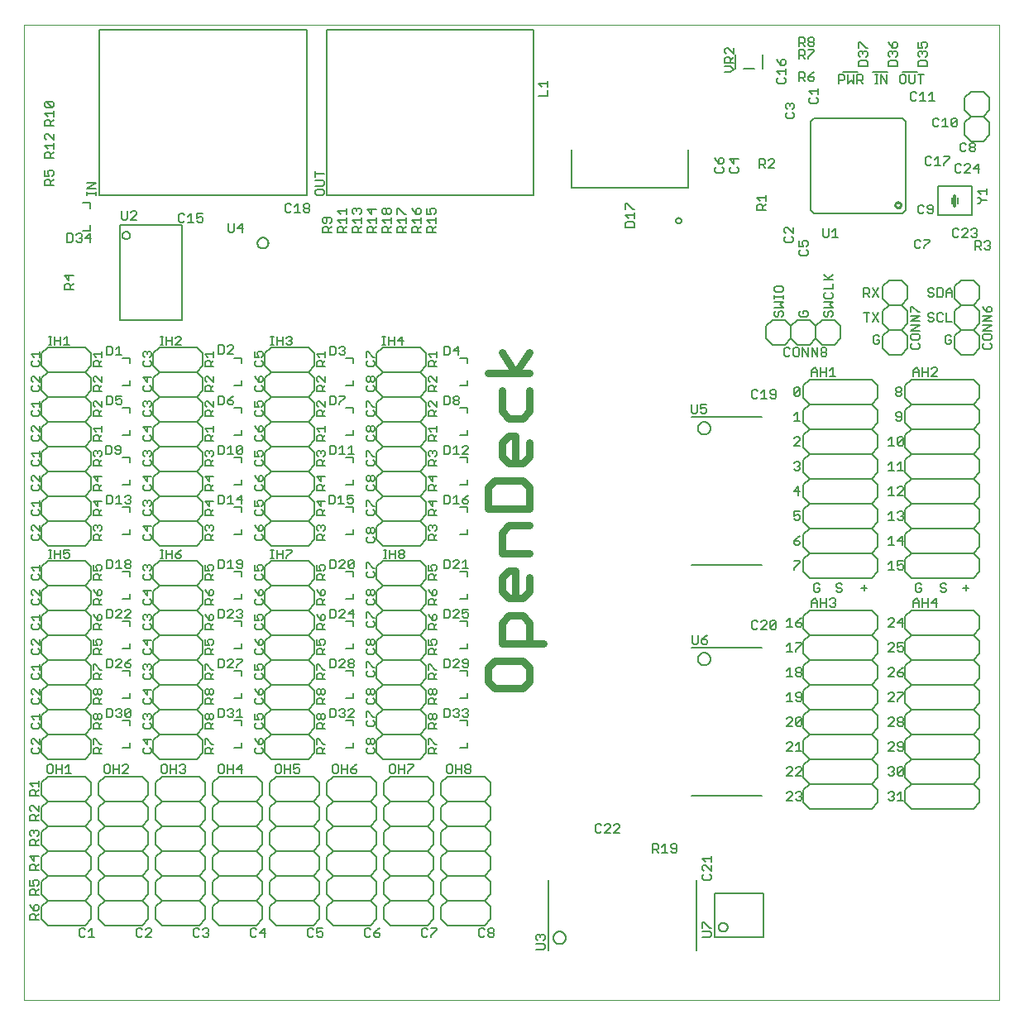
<source format=gto>
G75*
%MOIN*%
%OFA0B0*%
%FSLAX25Y25*%
%IPPOS*%
%LPD*%
%AMOC8*
5,1,8,0,0,1.08239X$1,22.5*
%
%ADD10C,0.00000*%
%ADD11C,0.00600*%
%ADD12C,0.03000*%
%ADD13C,0.00800*%
%ADD14C,0.00500*%
%ADD15C,0.01000*%
%ADD16C,0.01200*%
D10*
X0001500Y0001500D02*
X0001500Y0394500D01*
X0394500Y0394500D01*
X0394500Y0001500D01*
X0001500Y0001500D01*
D11*
X0024367Y0026800D02*
X0025501Y0026800D01*
X0026069Y0027367D01*
X0027483Y0026800D02*
X0029752Y0026800D01*
X0028617Y0026800D02*
X0028617Y0030203D01*
X0027483Y0029069D01*
X0026069Y0029636D02*
X0025501Y0030203D01*
X0024367Y0030203D01*
X0023800Y0029636D01*
X0023800Y0027367D01*
X0024367Y0026800D01*
X0026000Y0031500D02*
X0011000Y0031500D01*
X0008500Y0034000D01*
X0008500Y0039000D01*
X0011000Y0041500D01*
X0026000Y0041500D01*
X0028500Y0039000D01*
X0028500Y0034000D01*
X0026000Y0031500D01*
X0031500Y0034000D02*
X0031500Y0039000D01*
X0034000Y0041500D01*
X0049000Y0041500D01*
X0051500Y0039000D01*
X0051500Y0034000D01*
X0049000Y0031500D01*
X0034000Y0031500D01*
X0031500Y0034000D01*
X0034000Y0041500D02*
X0031500Y0044000D01*
X0031500Y0049000D01*
X0034000Y0051500D01*
X0049000Y0051500D01*
X0051500Y0049000D01*
X0051500Y0044000D01*
X0049000Y0041500D01*
X0054500Y0039000D02*
X0054500Y0034000D01*
X0057000Y0031500D01*
X0072000Y0031500D01*
X0074500Y0034000D01*
X0074500Y0039000D01*
X0072000Y0041500D01*
X0057000Y0041500D01*
X0054500Y0039000D01*
X0057000Y0041500D02*
X0054500Y0044000D01*
X0054500Y0049000D01*
X0057000Y0051500D01*
X0072000Y0051500D01*
X0074500Y0049000D01*
X0074500Y0044000D01*
X0072000Y0041500D01*
X0077500Y0039000D02*
X0077500Y0034000D01*
X0080000Y0031500D01*
X0095000Y0031500D01*
X0097500Y0034000D01*
X0097500Y0039000D01*
X0095000Y0041500D01*
X0080000Y0041500D01*
X0077500Y0039000D01*
X0080000Y0041500D02*
X0077500Y0044000D01*
X0077500Y0049000D01*
X0080000Y0051500D01*
X0095000Y0051500D01*
X0097500Y0049000D01*
X0097500Y0044000D01*
X0095000Y0041500D01*
X0100500Y0039000D02*
X0100500Y0034000D01*
X0103000Y0031500D01*
X0118000Y0031500D01*
X0120500Y0034000D01*
X0120500Y0039000D01*
X0118000Y0041500D01*
X0103000Y0041500D01*
X0100500Y0039000D01*
X0103000Y0041500D02*
X0100500Y0044000D01*
X0100500Y0049000D01*
X0103000Y0051500D01*
X0118000Y0051500D01*
X0120500Y0049000D01*
X0120500Y0044000D01*
X0118000Y0041500D01*
X0123500Y0039000D02*
X0123500Y0034000D01*
X0126000Y0031500D01*
X0141000Y0031500D01*
X0143500Y0034000D01*
X0143500Y0039000D01*
X0141000Y0041500D01*
X0126000Y0041500D01*
X0123500Y0039000D01*
X0126000Y0041500D02*
X0123500Y0044000D01*
X0123500Y0049000D01*
X0126000Y0051500D01*
X0141000Y0051500D01*
X0143500Y0049000D01*
X0143500Y0044000D01*
X0141000Y0041500D01*
X0146500Y0039000D02*
X0146500Y0034000D01*
X0149000Y0031500D01*
X0164000Y0031500D01*
X0166500Y0034000D01*
X0166500Y0039000D01*
X0164000Y0041500D01*
X0149000Y0041500D01*
X0146500Y0039000D01*
X0149000Y0041500D02*
X0146500Y0044000D01*
X0146500Y0049000D01*
X0149000Y0051500D01*
X0164000Y0051500D01*
X0166500Y0049000D01*
X0166500Y0044000D01*
X0164000Y0041500D01*
X0169500Y0039000D02*
X0169500Y0034000D01*
X0172000Y0031500D01*
X0187000Y0031500D01*
X0189500Y0034000D01*
X0189500Y0039000D01*
X0187000Y0041500D01*
X0172000Y0041500D01*
X0169500Y0039000D01*
X0172000Y0041500D02*
X0169500Y0044000D01*
X0169500Y0049000D01*
X0172000Y0051500D01*
X0187000Y0051500D01*
X0189500Y0049000D01*
X0189500Y0044000D01*
X0187000Y0041500D01*
X0187000Y0051500D02*
X0189500Y0054000D01*
X0189500Y0059000D01*
X0187000Y0061500D01*
X0172000Y0061500D01*
X0169500Y0059000D01*
X0169500Y0054000D01*
X0172000Y0051500D01*
X0166500Y0054000D02*
X0166500Y0059000D01*
X0164000Y0061500D01*
X0149000Y0061500D01*
X0146500Y0059000D01*
X0146500Y0054000D01*
X0149000Y0051500D01*
X0143500Y0054000D02*
X0143500Y0059000D01*
X0141000Y0061500D01*
X0126000Y0061500D01*
X0123500Y0059000D01*
X0123500Y0054000D01*
X0126000Y0051500D01*
X0120500Y0054000D02*
X0120500Y0059000D01*
X0118000Y0061500D01*
X0103000Y0061500D01*
X0100500Y0059000D01*
X0100500Y0054000D01*
X0103000Y0051500D01*
X0097500Y0054000D02*
X0095000Y0051500D01*
X0097500Y0054000D02*
X0097500Y0059000D01*
X0095000Y0061500D01*
X0080000Y0061500D01*
X0077500Y0059000D01*
X0077500Y0054000D01*
X0080000Y0051500D01*
X0074500Y0054000D02*
X0072000Y0051500D01*
X0074500Y0054000D02*
X0074500Y0059000D01*
X0072000Y0061500D01*
X0057000Y0061500D01*
X0054500Y0059000D01*
X0054500Y0054000D01*
X0057000Y0051500D01*
X0051500Y0054000D02*
X0051500Y0059000D01*
X0049000Y0061500D01*
X0034000Y0061500D01*
X0031500Y0059000D01*
X0031500Y0054000D01*
X0034000Y0051500D01*
X0028500Y0049000D02*
X0028500Y0044000D01*
X0026000Y0041500D01*
X0028500Y0049000D02*
X0026000Y0051500D01*
X0011000Y0051500D01*
X0008500Y0049000D01*
X0008500Y0044000D01*
X0011000Y0041500D01*
X0007200Y0043800D02*
X0003797Y0043800D01*
X0003797Y0045501D01*
X0004364Y0046069D01*
X0005499Y0046069D01*
X0006066Y0045501D01*
X0006066Y0043800D01*
X0006066Y0044934D02*
X0007200Y0046069D01*
X0006633Y0047483D02*
X0007200Y0048050D01*
X0007200Y0049185D01*
X0006633Y0049752D01*
X0005499Y0049752D01*
X0004931Y0049185D01*
X0004931Y0048617D01*
X0005499Y0047483D01*
X0003797Y0047483D01*
X0003797Y0049752D01*
X0003797Y0053800D02*
X0003797Y0055501D01*
X0004364Y0056069D01*
X0005499Y0056069D01*
X0006066Y0055501D01*
X0006066Y0053800D01*
X0007200Y0053800D02*
X0003797Y0053800D01*
X0006066Y0054934D02*
X0007200Y0056069D01*
X0005499Y0057483D02*
X0005499Y0059752D01*
X0007200Y0059185D02*
X0003797Y0059185D01*
X0005499Y0057483D01*
X0008500Y0059000D02*
X0008500Y0054000D01*
X0011000Y0051500D01*
X0008500Y0059000D02*
X0011000Y0061500D01*
X0026000Y0061500D01*
X0028500Y0059000D01*
X0028500Y0054000D01*
X0026000Y0051500D01*
X0026000Y0061500D02*
X0028500Y0064000D01*
X0028500Y0069000D01*
X0026000Y0071500D01*
X0011000Y0071500D01*
X0008500Y0069000D01*
X0008500Y0064000D01*
X0011000Y0061500D01*
X0007200Y0063800D02*
X0003797Y0063800D01*
X0003797Y0065501D01*
X0004364Y0066069D01*
X0005499Y0066069D01*
X0006066Y0065501D01*
X0006066Y0063800D01*
X0006066Y0064934D02*
X0007200Y0066069D01*
X0006633Y0067483D02*
X0007200Y0068050D01*
X0007200Y0069185D01*
X0006633Y0069752D01*
X0006066Y0069752D01*
X0005499Y0069185D01*
X0005499Y0068617D01*
X0005499Y0069185D02*
X0004931Y0069752D01*
X0004364Y0069752D01*
X0003797Y0069185D01*
X0003797Y0068050D01*
X0004364Y0067483D01*
X0003797Y0073800D02*
X0003797Y0075501D01*
X0004364Y0076069D01*
X0005499Y0076069D01*
X0006066Y0075501D01*
X0006066Y0073800D01*
X0007200Y0073800D02*
X0003797Y0073800D01*
X0006066Y0074934D02*
X0007200Y0076069D01*
X0007200Y0077483D02*
X0004931Y0079752D01*
X0004364Y0079752D01*
X0003797Y0079185D01*
X0003797Y0078050D01*
X0004364Y0077483D01*
X0007200Y0077483D02*
X0007200Y0079752D01*
X0008500Y0079000D02*
X0008500Y0074000D01*
X0011000Y0071500D01*
X0008500Y0079000D02*
X0011000Y0081500D01*
X0026000Y0081500D01*
X0028500Y0079000D01*
X0028500Y0074000D01*
X0026000Y0071500D01*
X0031500Y0069000D02*
X0031500Y0064000D01*
X0034000Y0061500D01*
X0031500Y0069000D02*
X0034000Y0071500D01*
X0049000Y0071500D01*
X0051500Y0069000D01*
X0051500Y0064000D01*
X0049000Y0061500D01*
X0054500Y0064000D02*
X0054500Y0069000D01*
X0057000Y0071500D01*
X0072000Y0071500D01*
X0074500Y0069000D01*
X0074500Y0064000D01*
X0072000Y0061500D01*
X0077500Y0064000D02*
X0077500Y0069000D01*
X0080000Y0071500D01*
X0095000Y0071500D01*
X0097500Y0069000D01*
X0097500Y0064000D01*
X0095000Y0061500D01*
X0100500Y0064000D02*
X0100500Y0069000D01*
X0103000Y0071500D01*
X0118000Y0071500D01*
X0120500Y0069000D01*
X0120500Y0064000D01*
X0118000Y0061500D01*
X0123500Y0064000D02*
X0123500Y0069000D01*
X0126000Y0071500D01*
X0141000Y0071500D01*
X0143500Y0069000D01*
X0143500Y0064000D01*
X0141000Y0061500D01*
X0146500Y0064000D02*
X0146500Y0069000D01*
X0149000Y0071500D01*
X0164000Y0071500D01*
X0166500Y0069000D01*
X0166500Y0064000D01*
X0164000Y0061500D01*
X0169500Y0064000D02*
X0169500Y0069000D01*
X0172000Y0071500D01*
X0187000Y0071500D01*
X0189500Y0069000D01*
X0189500Y0064000D01*
X0187000Y0061500D01*
X0187000Y0071500D02*
X0189500Y0074000D01*
X0189500Y0079000D01*
X0187000Y0081500D01*
X0172000Y0081500D01*
X0169500Y0079000D01*
X0169500Y0074000D01*
X0172000Y0071500D01*
X0166500Y0074000D02*
X0166500Y0079000D01*
X0164000Y0081500D01*
X0149000Y0081500D01*
X0146500Y0079000D01*
X0146500Y0074000D01*
X0149000Y0071500D01*
X0143500Y0074000D02*
X0143500Y0079000D01*
X0141000Y0081500D01*
X0126000Y0081500D01*
X0123500Y0079000D01*
X0123500Y0074000D01*
X0126000Y0071500D01*
X0120500Y0074000D02*
X0120500Y0079000D01*
X0118000Y0081500D01*
X0103000Y0081500D01*
X0100500Y0079000D01*
X0100500Y0074000D01*
X0103000Y0071500D01*
X0097500Y0074000D02*
X0095000Y0071500D01*
X0097500Y0074000D02*
X0097500Y0079000D01*
X0095000Y0081500D01*
X0080000Y0081500D01*
X0077500Y0079000D01*
X0077500Y0074000D01*
X0080000Y0071500D01*
X0074500Y0074000D02*
X0072000Y0071500D01*
X0074500Y0074000D02*
X0074500Y0079000D01*
X0072000Y0081500D01*
X0057000Y0081500D01*
X0054500Y0079000D01*
X0054500Y0074000D01*
X0057000Y0071500D01*
X0051500Y0074000D02*
X0051500Y0079000D01*
X0049000Y0081500D01*
X0034000Y0081500D01*
X0031500Y0079000D01*
X0031500Y0074000D01*
X0034000Y0071500D01*
X0034000Y0081500D02*
X0031500Y0084000D01*
X0031500Y0089000D01*
X0034000Y0091500D01*
X0049000Y0091500D01*
X0051500Y0089000D01*
X0051500Y0084000D01*
X0049000Y0081500D01*
X0054500Y0084000D02*
X0054500Y0089000D01*
X0057000Y0091500D01*
X0072000Y0091500D01*
X0074500Y0089000D01*
X0074500Y0084000D01*
X0072000Y0081500D01*
X0077500Y0084000D02*
X0077500Y0089000D01*
X0080000Y0091500D01*
X0095000Y0091500D01*
X0097500Y0089000D01*
X0097500Y0084000D01*
X0095000Y0081500D01*
X0100500Y0084000D02*
X0100500Y0089000D01*
X0103000Y0091500D01*
X0118000Y0091500D01*
X0120500Y0089000D01*
X0120500Y0084000D01*
X0118000Y0081500D01*
X0123500Y0084000D02*
X0123500Y0089000D01*
X0126000Y0091500D01*
X0141000Y0091500D01*
X0143500Y0089000D01*
X0143500Y0084000D01*
X0141000Y0081500D01*
X0146500Y0084000D02*
X0146500Y0089000D01*
X0149000Y0091500D01*
X0164000Y0091500D01*
X0166500Y0089000D01*
X0166500Y0084000D01*
X0164000Y0081500D01*
X0169500Y0084000D02*
X0169500Y0089000D01*
X0172000Y0091500D01*
X0187000Y0091500D01*
X0189500Y0089000D01*
X0189500Y0084000D01*
X0187000Y0081500D01*
X0180868Y0092800D02*
X0179733Y0092800D01*
X0179166Y0093367D01*
X0179166Y0093934D01*
X0179733Y0094501D01*
X0180868Y0094501D01*
X0181435Y0093934D01*
X0181435Y0093367D01*
X0180868Y0092800D01*
X0180868Y0094501D02*
X0181435Y0095069D01*
X0181435Y0095636D01*
X0180868Y0096203D01*
X0179733Y0096203D01*
X0179166Y0095636D01*
X0179166Y0095069D01*
X0179733Y0094501D01*
X0177752Y0094501D02*
X0175483Y0094501D01*
X0175483Y0092800D02*
X0175483Y0096203D01*
X0174069Y0095636D02*
X0174069Y0093367D01*
X0173501Y0092800D01*
X0172367Y0092800D01*
X0171800Y0093367D01*
X0171800Y0095636D01*
X0172367Y0096203D01*
X0173501Y0096203D01*
X0174069Y0095636D01*
X0177752Y0096203D02*
X0177752Y0092800D01*
X0176900Y0102900D02*
X0180100Y0102900D01*
X0180100Y0105100D01*
X0180100Y0111900D02*
X0180100Y0114100D01*
X0176900Y0114100D01*
X0176185Y0115300D02*
X0175050Y0115300D01*
X0174483Y0115867D01*
X0173069Y0115867D02*
X0173069Y0118136D01*
X0172501Y0118703D01*
X0170800Y0118703D01*
X0170800Y0115300D01*
X0172501Y0115300D01*
X0173069Y0115867D01*
X0174483Y0118136D02*
X0175050Y0118703D01*
X0176185Y0118703D01*
X0176752Y0118136D01*
X0176752Y0117569D01*
X0176185Y0117001D01*
X0176752Y0116434D01*
X0176752Y0115867D01*
X0176185Y0115300D01*
X0176185Y0117001D02*
X0175617Y0117001D01*
X0178166Y0115867D02*
X0178733Y0115300D01*
X0179868Y0115300D01*
X0180435Y0115867D01*
X0180435Y0116434D01*
X0179868Y0117001D01*
X0179301Y0117001D01*
X0179868Y0117001D02*
X0180435Y0117569D01*
X0180435Y0118136D01*
X0179868Y0118703D01*
X0178733Y0118703D01*
X0178166Y0118136D01*
X0176900Y0122900D02*
X0180100Y0122900D01*
X0180100Y0125100D01*
X0180100Y0131900D02*
X0180100Y0134100D01*
X0176900Y0134100D01*
X0176752Y0135300D02*
X0174483Y0135300D01*
X0176752Y0137569D01*
X0176752Y0138136D01*
X0176185Y0138703D01*
X0175050Y0138703D01*
X0174483Y0138136D01*
X0173069Y0138136D02*
X0172501Y0138703D01*
X0170800Y0138703D01*
X0170800Y0135300D01*
X0172501Y0135300D01*
X0173069Y0135867D01*
X0173069Y0138136D01*
X0178166Y0138136D02*
X0178166Y0137569D01*
X0178733Y0137001D01*
X0180435Y0137001D01*
X0180435Y0135867D02*
X0180435Y0138136D01*
X0179868Y0138703D01*
X0178733Y0138703D01*
X0178166Y0138136D01*
X0178166Y0135867D02*
X0178733Y0135300D01*
X0179868Y0135300D01*
X0180435Y0135867D01*
X0180100Y0142900D02*
X0176900Y0142900D01*
X0180100Y0142900D02*
X0180100Y0145100D01*
X0180100Y0151900D02*
X0180100Y0154100D01*
X0176900Y0154100D01*
X0176752Y0155300D02*
X0174483Y0155300D01*
X0176752Y0157569D01*
X0176752Y0158136D01*
X0176185Y0158703D01*
X0175050Y0158703D01*
X0174483Y0158136D01*
X0173069Y0158136D02*
X0172501Y0158703D01*
X0170800Y0158703D01*
X0170800Y0155300D01*
X0172501Y0155300D01*
X0173069Y0155867D01*
X0173069Y0158136D01*
X0178166Y0158703D02*
X0178166Y0157001D01*
X0179301Y0157569D01*
X0179868Y0157569D01*
X0180435Y0157001D01*
X0180435Y0155867D01*
X0179868Y0155300D01*
X0178733Y0155300D01*
X0178166Y0155867D01*
X0178166Y0158703D02*
X0180435Y0158703D01*
X0180100Y0162900D02*
X0176900Y0162900D01*
X0180100Y0162900D02*
X0180100Y0165100D01*
X0180100Y0171900D02*
X0180100Y0174100D01*
X0176900Y0174100D01*
X0176752Y0175300D02*
X0174483Y0175300D01*
X0176752Y0177569D01*
X0176752Y0178136D01*
X0176185Y0178703D01*
X0175050Y0178703D01*
X0174483Y0178136D01*
X0173069Y0178136D02*
X0172501Y0178703D01*
X0170800Y0178703D01*
X0170800Y0175300D01*
X0172501Y0175300D01*
X0173069Y0175867D01*
X0173069Y0178136D01*
X0178166Y0177569D02*
X0179301Y0178703D01*
X0179301Y0175300D01*
X0180435Y0175300D02*
X0178166Y0175300D01*
X0167700Y0175050D02*
X0167133Y0174483D01*
X0167700Y0175050D02*
X0167700Y0176185D01*
X0167133Y0176752D01*
X0165999Y0176752D01*
X0165431Y0176185D01*
X0165431Y0175617D01*
X0165999Y0174483D01*
X0164297Y0174483D01*
X0164297Y0176752D01*
X0163500Y0176000D02*
X0163500Y0171000D01*
X0161000Y0168500D01*
X0146000Y0168500D01*
X0143500Y0166000D01*
X0143500Y0161000D01*
X0146000Y0158500D01*
X0161000Y0158500D01*
X0163500Y0156000D01*
X0163500Y0151000D01*
X0161000Y0148500D01*
X0146000Y0148500D01*
X0143500Y0146000D01*
X0143500Y0141000D01*
X0146000Y0138500D01*
X0161000Y0138500D01*
X0163500Y0136000D01*
X0163500Y0131000D01*
X0161000Y0128500D01*
X0146000Y0128500D01*
X0143500Y0126000D01*
X0143500Y0121000D01*
X0146000Y0118500D01*
X0161000Y0118500D01*
X0163500Y0116000D01*
X0163500Y0111000D01*
X0161000Y0108500D01*
X0163500Y0106000D01*
X0163500Y0101000D01*
X0161000Y0098500D01*
X0146000Y0098500D01*
X0143500Y0101000D01*
X0143500Y0106000D01*
X0146000Y0108500D01*
X0161000Y0108500D01*
X0164297Y0106752D02*
X0164864Y0106752D01*
X0167133Y0104483D01*
X0167700Y0104483D01*
X0167700Y0103069D02*
X0166566Y0101934D01*
X0166566Y0102501D02*
X0166566Y0100800D01*
X0167700Y0100800D02*
X0164297Y0100800D01*
X0164297Y0102501D01*
X0164864Y0103069D01*
X0165999Y0103069D01*
X0166566Y0102501D01*
X0164297Y0104483D02*
X0164297Y0106752D01*
X0164297Y0110800D02*
X0164297Y0112501D01*
X0164864Y0113069D01*
X0165999Y0113069D01*
X0166566Y0112501D01*
X0166566Y0110800D01*
X0167700Y0110800D02*
X0164297Y0110800D01*
X0166566Y0111934D02*
X0167700Y0113069D01*
X0167133Y0114483D02*
X0166566Y0114483D01*
X0165999Y0115050D01*
X0165999Y0116185D01*
X0166566Y0116752D01*
X0167133Y0116752D01*
X0167700Y0116185D01*
X0167700Y0115050D01*
X0167133Y0114483D01*
X0165999Y0115050D02*
X0165431Y0114483D01*
X0164864Y0114483D01*
X0164297Y0115050D01*
X0164297Y0116185D01*
X0164864Y0116752D01*
X0165431Y0116752D01*
X0165999Y0116185D01*
X0166566Y0120800D02*
X0166566Y0122501D01*
X0165999Y0123069D01*
X0164864Y0123069D01*
X0164297Y0122501D01*
X0164297Y0120800D01*
X0167700Y0120800D01*
X0166566Y0121934D02*
X0167700Y0123069D01*
X0167133Y0124483D02*
X0166566Y0124483D01*
X0165999Y0125050D01*
X0165999Y0126185D01*
X0166566Y0126752D01*
X0167133Y0126752D01*
X0167700Y0126185D01*
X0167700Y0125050D01*
X0167133Y0124483D01*
X0165999Y0125050D02*
X0165431Y0124483D01*
X0164864Y0124483D01*
X0164297Y0125050D01*
X0164297Y0126185D01*
X0164864Y0126752D01*
X0165431Y0126752D01*
X0165999Y0126185D01*
X0163500Y0126000D02*
X0163500Y0121000D01*
X0161000Y0118500D01*
X0163500Y0126000D02*
X0161000Y0128500D01*
X0164297Y0130800D02*
X0164297Y0132501D01*
X0164864Y0133069D01*
X0165999Y0133069D01*
X0166566Y0132501D01*
X0166566Y0130800D01*
X0167700Y0130800D02*
X0164297Y0130800D01*
X0166566Y0131934D02*
X0167700Y0133069D01*
X0167700Y0134483D02*
X0167133Y0134483D01*
X0164864Y0136752D01*
X0164297Y0136752D01*
X0164297Y0134483D01*
X0161000Y0138500D02*
X0163500Y0141000D01*
X0163500Y0146000D01*
X0161000Y0148500D01*
X0164297Y0146752D02*
X0164297Y0144483D01*
X0165999Y0144483D01*
X0165431Y0145617D01*
X0165431Y0146185D01*
X0165999Y0146752D01*
X0167133Y0146752D01*
X0167700Y0146185D01*
X0167700Y0145050D01*
X0167133Y0144483D01*
X0167700Y0143069D02*
X0166566Y0141934D01*
X0166566Y0142501D02*
X0166566Y0140800D01*
X0167700Y0140800D02*
X0164297Y0140800D01*
X0164297Y0142501D01*
X0164864Y0143069D01*
X0165999Y0143069D01*
X0166566Y0142501D01*
X0166566Y0150800D02*
X0166566Y0152501D01*
X0165999Y0153069D01*
X0164864Y0153069D01*
X0164297Y0152501D01*
X0164297Y0150800D01*
X0167700Y0150800D01*
X0166566Y0151934D02*
X0167700Y0153069D01*
X0167133Y0154483D02*
X0165999Y0154483D01*
X0165999Y0156185D01*
X0166566Y0156752D01*
X0167133Y0156752D01*
X0167700Y0156185D01*
X0167700Y0155050D01*
X0167133Y0154483D01*
X0165999Y0154483D02*
X0164864Y0155617D01*
X0164297Y0156752D01*
X0161000Y0158500D02*
X0163500Y0161000D01*
X0163500Y0166000D01*
X0161000Y0168500D01*
X0164297Y0166752D02*
X0164864Y0165617D01*
X0165999Y0164483D01*
X0165999Y0166185D01*
X0166566Y0166752D01*
X0167133Y0166752D01*
X0167700Y0166185D01*
X0167700Y0165050D01*
X0167133Y0164483D01*
X0165999Y0164483D01*
X0165999Y0163069D02*
X0166566Y0162501D01*
X0166566Y0160800D01*
X0167700Y0160800D02*
X0164297Y0160800D01*
X0164297Y0162501D01*
X0164864Y0163069D01*
X0165999Y0163069D01*
X0166566Y0161934D02*
X0167700Y0163069D01*
X0167700Y0170800D02*
X0164297Y0170800D01*
X0164297Y0172501D01*
X0164864Y0173069D01*
X0165999Y0173069D01*
X0166566Y0172501D01*
X0166566Y0170800D01*
X0166566Y0171934D02*
X0167700Y0173069D01*
X0163500Y0176000D02*
X0161000Y0178500D01*
X0146000Y0178500D01*
X0143500Y0176000D01*
X0143500Y0171000D01*
X0146000Y0168500D01*
X0142700Y0166185D02*
X0142700Y0165050D01*
X0142133Y0164483D01*
X0141566Y0164483D01*
X0140999Y0165050D01*
X0140999Y0166185D01*
X0141566Y0166752D01*
X0142133Y0166752D01*
X0142700Y0166185D01*
X0140999Y0166185D02*
X0140431Y0166752D01*
X0139864Y0166752D01*
X0139297Y0166185D01*
X0139297Y0165050D01*
X0139864Y0164483D01*
X0140431Y0164483D01*
X0140999Y0165050D01*
X0142133Y0163069D02*
X0142700Y0162501D01*
X0142700Y0161367D01*
X0142133Y0160800D01*
X0139864Y0160800D01*
X0139297Y0161367D01*
X0139297Y0162501D01*
X0139864Y0163069D01*
X0146000Y0158500D02*
X0143500Y0156000D01*
X0143500Y0151000D01*
X0146000Y0148500D01*
X0142700Y0146185D02*
X0142700Y0145050D01*
X0142133Y0144483D01*
X0141566Y0144483D01*
X0140999Y0145050D01*
X0140999Y0146185D01*
X0141566Y0146752D01*
X0142133Y0146752D01*
X0142700Y0146185D01*
X0140999Y0146185D02*
X0140431Y0146752D01*
X0139864Y0146752D01*
X0139297Y0146185D01*
X0139297Y0145050D01*
X0139864Y0144483D01*
X0140431Y0144483D01*
X0140999Y0145050D01*
X0142133Y0143069D02*
X0142700Y0142501D01*
X0142700Y0141367D01*
X0142133Y0140800D01*
X0139864Y0140800D01*
X0139297Y0141367D01*
X0139297Y0142501D01*
X0139864Y0143069D01*
X0139864Y0137752D02*
X0142133Y0135483D01*
X0142700Y0135483D01*
X0143500Y0136000D02*
X0143500Y0131000D01*
X0146000Y0128500D01*
X0142700Y0126185D02*
X0142700Y0125050D01*
X0142133Y0124483D01*
X0141566Y0124483D01*
X0140999Y0125050D01*
X0140999Y0126185D01*
X0141566Y0126752D01*
X0142133Y0126752D01*
X0142700Y0126185D01*
X0140999Y0126185D02*
X0140431Y0126752D01*
X0139864Y0126752D01*
X0139297Y0126185D01*
X0139297Y0125050D01*
X0139864Y0124483D01*
X0140431Y0124483D01*
X0140999Y0125050D01*
X0142133Y0123069D02*
X0142700Y0122501D01*
X0142700Y0121367D01*
X0142133Y0120800D01*
X0139864Y0120800D01*
X0139297Y0121367D01*
X0139297Y0122501D01*
X0139864Y0123069D01*
X0139864Y0117752D02*
X0142133Y0115483D01*
X0142700Y0115483D01*
X0143500Y0116000D02*
X0143500Y0111000D01*
X0146000Y0108500D01*
X0142700Y0106185D02*
X0142133Y0106752D01*
X0141566Y0106752D01*
X0140999Y0106185D01*
X0140999Y0105050D01*
X0140431Y0104483D01*
X0139864Y0104483D01*
X0139297Y0105050D01*
X0139297Y0106185D01*
X0139864Y0106752D01*
X0140431Y0106752D01*
X0140999Y0106185D01*
X0140999Y0105050D02*
X0141566Y0104483D01*
X0142133Y0104483D01*
X0142700Y0105050D01*
X0142700Y0106185D01*
X0142133Y0103069D02*
X0142700Y0102501D01*
X0142700Y0101367D01*
X0142133Y0100800D01*
X0139864Y0100800D01*
X0139297Y0101367D01*
X0139297Y0102501D01*
X0139864Y0103069D01*
X0134100Y0102900D02*
X0134100Y0105100D01*
X0134100Y0102900D02*
X0130900Y0102900D01*
X0131752Y0096203D02*
X0131752Y0092800D01*
X0133166Y0093367D02*
X0133733Y0092800D01*
X0134868Y0092800D01*
X0135435Y0093367D01*
X0135435Y0093934D01*
X0134868Y0094501D01*
X0133166Y0094501D01*
X0133166Y0093367D01*
X0133166Y0094501D02*
X0134301Y0095636D01*
X0135435Y0096203D01*
X0131752Y0094501D02*
X0129483Y0094501D01*
X0129483Y0092800D02*
X0129483Y0096203D01*
X0128069Y0095636D02*
X0127501Y0096203D01*
X0126367Y0096203D01*
X0125800Y0095636D01*
X0125800Y0093367D01*
X0126367Y0092800D01*
X0127501Y0092800D01*
X0128069Y0093367D01*
X0128069Y0095636D01*
X0122700Y0100800D02*
X0119297Y0100800D01*
X0119297Y0102501D01*
X0119864Y0103069D01*
X0120999Y0103069D01*
X0121566Y0102501D01*
X0121566Y0100800D01*
X0121566Y0101934D02*
X0122700Y0103069D01*
X0122700Y0104483D02*
X0122133Y0104483D01*
X0119864Y0106752D01*
X0119297Y0106752D01*
X0119297Y0104483D01*
X0118500Y0106000D02*
X0118500Y0101000D01*
X0116000Y0098500D01*
X0101000Y0098500D01*
X0098500Y0101000D01*
X0098500Y0106000D01*
X0101000Y0108500D01*
X0116000Y0108500D01*
X0118500Y0106000D01*
X0116000Y0108500D02*
X0118500Y0111000D01*
X0118500Y0116000D01*
X0116000Y0118500D01*
X0101000Y0118500D01*
X0098500Y0116000D01*
X0098500Y0111000D01*
X0101000Y0108500D01*
X0097700Y0106185D02*
X0097133Y0106752D01*
X0096566Y0106752D01*
X0095999Y0106185D01*
X0095999Y0104483D01*
X0097133Y0104483D01*
X0097700Y0105050D01*
X0097700Y0106185D01*
X0095999Y0104483D02*
X0094864Y0105617D01*
X0094297Y0106752D01*
X0094864Y0103069D02*
X0094297Y0102501D01*
X0094297Y0101367D01*
X0094864Y0100800D01*
X0097133Y0100800D01*
X0097700Y0101367D01*
X0097700Y0102501D01*
X0097133Y0103069D01*
X0097133Y0110800D02*
X0094864Y0110800D01*
X0094297Y0111367D01*
X0094297Y0112501D01*
X0094864Y0113069D01*
X0094297Y0114483D02*
X0095999Y0114483D01*
X0095431Y0115617D01*
X0095431Y0116185D01*
X0095999Y0116752D01*
X0097133Y0116752D01*
X0097700Y0116185D01*
X0097700Y0115050D01*
X0097133Y0114483D01*
X0097133Y0113069D02*
X0097700Y0112501D01*
X0097700Y0111367D01*
X0097133Y0110800D01*
X0094297Y0114483D02*
X0094297Y0116752D01*
X0094864Y0120800D02*
X0097133Y0120800D01*
X0097700Y0121367D01*
X0097700Y0122501D01*
X0097133Y0123069D01*
X0097133Y0124483D02*
X0097700Y0125050D01*
X0097700Y0126185D01*
X0097133Y0126752D01*
X0096566Y0126752D01*
X0095999Y0126185D01*
X0095999Y0124483D01*
X0097133Y0124483D01*
X0095999Y0124483D02*
X0094864Y0125617D01*
X0094297Y0126752D01*
X0094864Y0123069D02*
X0094297Y0122501D01*
X0094297Y0121367D01*
X0094864Y0120800D01*
X0098500Y0121000D02*
X0098500Y0126000D01*
X0101000Y0128500D01*
X0116000Y0128500D01*
X0118500Y0126000D01*
X0118500Y0121000D01*
X0116000Y0118500D01*
X0119297Y0120800D02*
X0119297Y0122501D01*
X0119864Y0123069D01*
X0120999Y0123069D01*
X0121566Y0122501D01*
X0121566Y0120800D01*
X0122700Y0120800D02*
X0119297Y0120800D01*
X0121566Y0121934D02*
X0122700Y0123069D01*
X0122133Y0124483D02*
X0121566Y0124483D01*
X0120999Y0125050D01*
X0120999Y0126185D01*
X0121566Y0126752D01*
X0122133Y0126752D01*
X0122700Y0126185D01*
X0122700Y0125050D01*
X0122133Y0124483D01*
X0120999Y0125050D02*
X0120431Y0124483D01*
X0119864Y0124483D01*
X0119297Y0125050D01*
X0119297Y0126185D01*
X0119864Y0126752D01*
X0120431Y0126752D01*
X0120999Y0126185D01*
X0118500Y0131000D02*
X0116000Y0128500D01*
X0118500Y0131000D02*
X0118500Y0136000D01*
X0116000Y0138500D01*
X0101000Y0138500D01*
X0098500Y0136000D01*
X0098500Y0131000D01*
X0101000Y0128500D01*
X0097700Y0131367D02*
X0097700Y0132501D01*
X0097133Y0133069D01*
X0097133Y0134483D02*
X0097700Y0135050D01*
X0097700Y0136185D01*
X0097133Y0136752D01*
X0095999Y0136752D01*
X0095431Y0136185D01*
X0095431Y0135617D01*
X0095999Y0134483D01*
X0094297Y0134483D01*
X0094297Y0136752D01*
X0094864Y0133069D02*
X0094297Y0132501D01*
X0094297Y0131367D01*
X0094864Y0130800D01*
X0097133Y0130800D01*
X0097700Y0131367D01*
X0101000Y0138500D02*
X0098500Y0141000D01*
X0098500Y0146000D01*
X0101000Y0148500D01*
X0116000Y0148500D01*
X0118500Y0146000D01*
X0118500Y0141000D01*
X0116000Y0138500D01*
X0119297Y0136752D02*
X0119297Y0134483D01*
X0119864Y0133069D02*
X0120999Y0133069D01*
X0121566Y0132501D01*
X0121566Y0130800D01*
X0122700Y0130800D02*
X0119297Y0130800D01*
X0119297Y0132501D01*
X0119864Y0133069D01*
X0121566Y0131934D02*
X0122700Y0133069D01*
X0122700Y0134483D02*
X0122133Y0134483D01*
X0119864Y0136752D01*
X0119297Y0136752D01*
X0119297Y0140800D02*
X0119297Y0142501D01*
X0119864Y0143069D01*
X0120999Y0143069D01*
X0121566Y0142501D01*
X0121566Y0140800D01*
X0122700Y0140800D02*
X0119297Y0140800D01*
X0121566Y0141934D02*
X0122700Y0143069D01*
X0122133Y0144483D02*
X0122700Y0145050D01*
X0122700Y0146185D01*
X0122133Y0146752D01*
X0120999Y0146752D01*
X0120431Y0146185D01*
X0120431Y0145617D01*
X0120999Y0144483D01*
X0119297Y0144483D01*
X0119297Y0146752D01*
X0116000Y0148500D02*
X0118500Y0151000D01*
X0118500Y0156000D01*
X0116000Y0158500D01*
X0101000Y0158500D01*
X0098500Y0156000D01*
X0098500Y0151000D01*
X0101000Y0148500D01*
X0097700Y0146185D02*
X0097133Y0146752D01*
X0096566Y0146752D01*
X0095999Y0146185D01*
X0095999Y0144483D01*
X0097133Y0144483D01*
X0097700Y0145050D01*
X0097700Y0146185D01*
X0095999Y0144483D02*
X0094864Y0145617D01*
X0094297Y0146752D01*
X0094864Y0143069D02*
X0094297Y0142501D01*
X0094297Y0141367D01*
X0094864Y0140800D01*
X0097133Y0140800D01*
X0097700Y0141367D01*
X0097700Y0142501D01*
X0097133Y0143069D01*
X0097133Y0150800D02*
X0094864Y0150800D01*
X0094297Y0151367D01*
X0094297Y0152501D01*
X0094864Y0153069D01*
X0094297Y0154483D02*
X0095999Y0154483D01*
X0095431Y0155617D01*
X0095431Y0156185D01*
X0095999Y0156752D01*
X0097133Y0156752D01*
X0097700Y0156185D01*
X0097700Y0155050D01*
X0097133Y0154483D01*
X0097133Y0153069D02*
X0097700Y0152501D01*
X0097700Y0151367D01*
X0097133Y0150800D01*
X0094297Y0154483D02*
X0094297Y0156752D01*
X0094864Y0160800D02*
X0097133Y0160800D01*
X0097700Y0161367D01*
X0097700Y0162501D01*
X0097133Y0163069D01*
X0097133Y0164483D02*
X0097700Y0165050D01*
X0097700Y0166185D01*
X0097133Y0166752D01*
X0096566Y0166752D01*
X0095999Y0166185D01*
X0095999Y0164483D01*
X0097133Y0164483D01*
X0095999Y0164483D02*
X0094864Y0165617D01*
X0094297Y0166752D01*
X0094864Y0163069D02*
X0094297Y0162501D01*
X0094297Y0161367D01*
X0094864Y0160800D01*
X0098500Y0161000D02*
X0098500Y0166000D01*
X0101000Y0168500D01*
X0116000Y0168500D01*
X0118500Y0166000D01*
X0118500Y0161000D01*
X0116000Y0158500D01*
X0119297Y0156752D02*
X0119864Y0155617D01*
X0120999Y0154483D01*
X0120999Y0156185D01*
X0121566Y0156752D01*
X0122133Y0156752D01*
X0122700Y0156185D01*
X0122700Y0155050D01*
X0122133Y0154483D01*
X0120999Y0154483D01*
X0120999Y0153069D02*
X0121566Y0152501D01*
X0121566Y0150800D01*
X0122700Y0150800D02*
X0119297Y0150800D01*
X0119297Y0152501D01*
X0119864Y0153069D01*
X0120999Y0153069D01*
X0121566Y0151934D02*
X0122700Y0153069D01*
X0124800Y0155300D02*
X0126501Y0155300D01*
X0127069Y0155867D01*
X0127069Y0158136D01*
X0126501Y0158703D01*
X0124800Y0158703D01*
X0124800Y0155300D01*
X0128483Y0155300D02*
X0130752Y0157569D01*
X0130752Y0158136D01*
X0130185Y0158703D01*
X0129050Y0158703D01*
X0128483Y0158136D01*
X0128483Y0155300D02*
X0130752Y0155300D01*
X0130900Y0154100D02*
X0134100Y0154100D01*
X0134100Y0151900D01*
X0133868Y0155300D02*
X0133868Y0158703D01*
X0132166Y0157001D01*
X0134435Y0157001D01*
X0139297Y0157752D02*
X0139864Y0157752D01*
X0142133Y0155483D01*
X0142700Y0155483D01*
X0142133Y0154069D02*
X0142700Y0153501D01*
X0142700Y0152367D01*
X0142133Y0151800D01*
X0139864Y0151800D01*
X0139297Y0152367D01*
X0139297Y0153501D01*
X0139864Y0154069D01*
X0139297Y0155483D02*
X0139297Y0157752D01*
X0134100Y0162900D02*
X0134100Y0165100D01*
X0134100Y0162900D02*
X0130900Y0162900D01*
X0134100Y0171900D02*
X0134100Y0174100D01*
X0130900Y0174100D01*
X0130752Y0175300D02*
X0128483Y0175300D01*
X0130752Y0177569D01*
X0130752Y0178136D01*
X0130185Y0178703D01*
X0129050Y0178703D01*
X0128483Y0178136D01*
X0127069Y0178136D02*
X0126501Y0178703D01*
X0124800Y0178703D01*
X0124800Y0175300D01*
X0126501Y0175300D01*
X0127069Y0175867D01*
X0127069Y0178136D01*
X0132166Y0178136D02*
X0132733Y0178703D01*
X0133868Y0178703D01*
X0134435Y0178136D01*
X0132166Y0175867D01*
X0132733Y0175300D01*
X0133868Y0175300D01*
X0134435Y0175867D01*
X0134435Y0178136D01*
X0132166Y0178136D02*
X0132166Y0175867D01*
X0139297Y0175483D02*
X0139297Y0177752D01*
X0139864Y0177752D01*
X0142133Y0175483D01*
X0142700Y0175483D01*
X0142133Y0174069D02*
X0142700Y0173501D01*
X0142700Y0172367D01*
X0142133Y0171800D01*
X0139864Y0171800D01*
X0139297Y0172367D01*
X0139297Y0173501D01*
X0139864Y0174069D01*
X0146300Y0179300D02*
X0147434Y0179300D01*
X0146867Y0179300D02*
X0146867Y0182703D01*
X0146300Y0182703D02*
X0147434Y0182703D01*
X0148755Y0182703D02*
X0148755Y0179300D01*
X0148755Y0181001D02*
X0151024Y0181001D01*
X0152439Y0180434D02*
X0153006Y0181001D01*
X0154140Y0181001D01*
X0154707Y0180434D01*
X0154707Y0179867D01*
X0154140Y0179300D01*
X0153006Y0179300D01*
X0152439Y0179867D01*
X0152439Y0180434D01*
X0153006Y0181001D02*
X0152439Y0181569D01*
X0152439Y0182136D01*
X0153006Y0182703D01*
X0154140Y0182703D01*
X0154707Y0182136D01*
X0154707Y0181569D01*
X0154140Y0181001D01*
X0151024Y0182703D02*
X0151024Y0179300D01*
X0146000Y0184500D02*
X0143500Y0187000D01*
X0143500Y0192000D01*
X0146000Y0194500D01*
X0161000Y0194500D01*
X0163500Y0192000D01*
X0163500Y0187000D01*
X0161000Y0184500D01*
X0146000Y0184500D01*
X0142700Y0186367D02*
X0142700Y0187501D01*
X0142133Y0188069D01*
X0142133Y0189483D02*
X0141566Y0189483D01*
X0140999Y0190050D01*
X0140999Y0191185D01*
X0141566Y0191752D01*
X0142133Y0191752D01*
X0142700Y0191185D01*
X0142700Y0190050D01*
X0142133Y0189483D01*
X0140999Y0190050D02*
X0140431Y0189483D01*
X0139864Y0189483D01*
X0139297Y0190050D01*
X0139297Y0191185D01*
X0139864Y0191752D01*
X0140431Y0191752D01*
X0140999Y0191185D01*
X0139864Y0188069D02*
X0139297Y0187501D01*
X0139297Y0186367D01*
X0139864Y0185800D01*
X0142133Y0185800D01*
X0142700Y0186367D01*
X0146000Y0194500D02*
X0143500Y0197000D01*
X0143500Y0202000D01*
X0146000Y0204500D01*
X0161000Y0204500D01*
X0163500Y0202000D01*
X0163500Y0197000D01*
X0161000Y0194500D01*
X0164297Y0196800D02*
X0164297Y0198501D01*
X0164864Y0199069D01*
X0165999Y0199069D01*
X0166566Y0198501D01*
X0166566Y0196800D01*
X0167700Y0196800D02*
X0164297Y0196800D01*
X0166566Y0197934D02*
X0167700Y0199069D01*
X0165999Y0200483D02*
X0165999Y0202752D01*
X0167700Y0202185D02*
X0164297Y0202185D01*
X0165999Y0200483D01*
X0161000Y0204500D02*
X0163500Y0207000D01*
X0163500Y0212000D01*
X0161000Y0214500D01*
X0146000Y0214500D01*
X0143500Y0212000D01*
X0143500Y0207000D01*
X0146000Y0204500D01*
X0142700Y0207367D02*
X0142133Y0206800D01*
X0139864Y0206800D01*
X0139297Y0207367D01*
X0139297Y0208501D01*
X0139864Y0209069D01*
X0139864Y0210483D02*
X0140431Y0210483D01*
X0140999Y0211050D01*
X0140999Y0212185D01*
X0141566Y0212752D01*
X0142133Y0212752D01*
X0142700Y0212185D01*
X0142700Y0211050D01*
X0142133Y0210483D01*
X0141566Y0210483D01*
X0140999Y0211050D01*
X0140999Y0212185D02*
X0140431Y0212752D01*
X0139864Y0212752D01*
X0139297Y0212185D01*
X0139297Y0211050D01*
X0139864Y0210483D01*
X0142133Y0209069D02*
X0142700Y0208501D01*
X0142700Y0207367D01*
X0139864Y0202752D02*
X0142133Y0200483D01*
X0142700Y0200483D01*
X0142133Y0199069D02*
X0142700Y0198501D01*
X0142700Y0197367D01*
X0142133Y0196800D01*
X0139864Y0196800D01*
X0139297Y0197367D01*
X0139297Y0198501D01*
X0139864Y0199069D01*
X0139297Y0200483D02*
X0139297Y0202752D01*
X0139864Y0202752D01*
X0133935Y0203001D02*
X0133935Y0201867D01*
X0133368Y0201300D01*
X0132233Y0201300D01*
X0131666Y0201867D01*
X0131666Y0203001D02*
X0132801Y0203569D01*
X0133368Y0203569D01*
X0133935Y0203001D01*
X0133935Y0204703D02*
X0131666Y0204703D01*
X0131666Y0203001D01*
X0130252Y0201300D02*
X0127983Y0201300D01*
X0129117Y0201300D02*
X0129117Y0204703D01*
X0127983Y0203569D01*
X0126569Y0204136D02*
X0126569Y0201867D01*
X0126001Y0201300D01*
X0124300Y0201300D01*
X0124300Y0204703D01*
X0126001Y0204703D01*
X0126569Y0204136D01*
X0122700Y0202185D02*
X0119297Y0202185D01*
X0120999Y0200483D01*
X0120999Y0202752D01*
X0118500Y0202000D02*
X0118500Y0197000D01*
X0116000Y0194500D01*
X0118500Y0192000D01*
X0118500Y0187000D01*
X0116000Y0184500D01*
X0101000Y0184500D01*
X0098500Y0187000D01*
X0098500Y0192000D01*
X0101000Y0194500D01*
X0116000Y0194500D01*
X0119297Y0196800D02*
X0119297Y0198501D01*
X0119864Y0199069D01*
X0120999Y0199069D01*
X0121566Y0198501D01*
X0121566Y0196800D01*
X0122700Y0196800D02*
X0119297Y0196800D01*
X0121566Y0197934D02*
X0122700Y0199069D01*
X0118500Y0202000D02*
X0116000Y0204500D01*
X0101000Y0204500D01*
X0098500Y0202000D01*
X0098500Y0197000D01*
X0101000Y0194500D01*
X0097700Y0192185D02*
X0097133Y0192752D01*
X0096566Y0192752D01*
X0095999Y0192185D01*
X0095999Y0190483D01*
X0097133Y0190483D01*
X0097700Y0191050D01*
X0097700Y0192185D01*
X0095999Y0190483D02*
X0094864Y0191617D01*
X0094297Y0192752D01*
X0094864Y0189069D02*
X0094297Y0188501D01*
X0094297Y0187367D01*
X0094864Y0186800D01*
X0097133Y0186800D01*
X0097700Y0187367D01*
X0097700Y0188501D01*
X0097133Y0189069D01*
X0100800Y0182703D02*
X0101934Y0182703D01*
X0101367Y0182703D02*
X0101367Y0179300D01*
X0100800Y0179300D02*
X0101934Y0179300D01*
X0101000Y0178500D02*
X0116000Y0178500D01*
X0118500Y0176000D01*
X0118500Y0171000D01*
X0116000Y0168500D01*
X0119297Y0166752D02*
X0119864Y0165617D01*
X0120999Y0164483D01*
X0120999Y0166185D01*
X0121566Y0166752D01*
X0122133Y0166752D01*
X0122700Y0166185D01*
X0122700Y0165050D01*
X0122133Y0164483D01*
X0120999Y0164483D01*
X0120999Y0163069D02*
X0121566Y0162501D01*
X0121566Y0160800D01*
X0122700Y0160800D02*
X0119297Y0160800D01*
X0119297Y0162501D01*
X0119864Y0163069D01*
X0120999Y0163069D01*
X0121566Y0161934D02*
X0122700Y0163069D01*
X0122700Y0170800D02*
X0119297Y0170800D01*
X0119297Y0172501D01*
X0119864Y0173069D01*
X0120999Y0173069D01*
X0121566Y0172501D01*
X0121566Y0170800D01*
X0121566Y0171934D02*
X0122700Y0173069D01*
X0122133Y0174483D02*
X0122700Y0175050D01*
X0122700Y0176185D01*
X0122133Y0176752D01*
X0120999Y0176752D01*
X0120431Y0176185D01*
X0120431Y0175617D01*
X0120999Y0174483D01*
X0119297Y0174483D01*
X0119297Y0176752D01*
X0119297Y0186800D02*
X0119297Y0188501D01*
X0119864Y0189069D01*
X0120999Y0189069D01*
X0121566Y0188501D01*
X0121566Y0186800D01*
X0122700Y0186800D02*
X0119297Y0186800D01*
X0121566Y0187934D02*
X0122700Y0189069D01*
X0122133Y0190483D02*
X0122700Y0191050D01*
X0122700Y0192185D01*
X0122133Y0192752D01*
X0121566Y0192752D01*
X0120999Y0192185D01*
X0120999Y0191617D01*
X0120999Y0192185D02*
X0120431Y0192752D01*
X0119864Y0192752D01*
X0119297Y0192185D01*
X0119297Y0191050D01*
X0119864Y0190483D01*
X0130900Y0188900D02*
X0134100Y0188900D01*
X0134100Y0191100D01*
X0134100Y0197900D02*
X0134100Y0200100D01*
X0130900Y0200100D01*
X0130900Y0208900D02*
X0134100Y0208900D01*
X0134100Y0211100D01*
X0134100Y0217900D02*
X0134100Y0220100D01*
X0130900Y0220100D01*
X0130752Y0221300D02*
X0128483Y0221300D01*
X0129617Y0221300D02*
X0129617Y0224703D01*
X0128483Y0223569D01*
X0127069Y0224136D02*
X0126501Y0224703D01*
X0124800Y0224703D01*
X0124800Y0221300D01*
X0126501Y0221300D01*
X0127069Y0221867D01*
X0127069Y0224136D01*
X0132166Y0223569D02*
X0133301Y0224703D01*
X0133301Y0221300D01*
X0134435Y0221300D02*
X0132166Y0221300D01*
X0139297Y0220483D02*
X0139297Y0222752D01*
X0139864Y0222752D01*
X0142133Y0220483D01*
X0142700Y0220483D01*
X0142133Y0219069D02*
X0142700Y0218501D01*
X0142700Y0217367D01*
X0142133Y0216800D01*
X0139864Y0216800D01*
X0139297Y0217367D01*
X0139297Y0218501D01*
X0139864Y0219069D01*
X0143500Y0217000D02*
X0143500Y0222000D01*
X0146000Y0224500D01*
X0161000Y0224500D01*
X0163500Y0222000D01*
X0163500Y0217000D01*
X0161000Y0214500D01*
X0164297Y0216800D02*
X0164297Y0218501D01*
X0164864Y0219069D01*
X0165999Y0219069D01*
X0166566Y0218501D01*
X0166566Y0216800D01*
X0167700Y0216800D02*
X0164297Y0216800D01*
X0166566Y0217934D02*
X0167700Y0219069D01*
X0167133Y0220483D02*
X0167700Y0221050D01*
X0167700Y0222185D01*
X0167133Y0222752D01*
X0166566Y0222752D01*
X0165999Y0222185D01*
X0165999Y0221617D01*
X0165999Y0222185D02*
X0165431Y0222752D01*
X0164864Y0222752D01*
X0164297Y0222185D01*
X0164297Y0221050D01*
X0164864Y0220483D01*
X0161000Y0224500D02*
X0163500Y0227000D01*
X0163500Y0232000D01*
X0161000Y0234500D01*
X0146000Y0234500D01*
X0143500Y0232000D01*
X0143500Y0227000D01*
X0146000Y0224500D01*
X0142700Y0227367D02*
X0142133Y0226800D01*
X0139864Y0226800D01*
X0139297Y0227367D01*
X0139297Y0228501D01*
X0139864Y0229069D01*
X0139864Y0230483D02*
X0140431Y0230483D01*
X0140999Y0231050D01*
X0140999Y0232185D01*
X0141566Y0232752D01*
X0142133Y0232752D01*
X0142700Y0232185D01*
X0142700Y0231050D01*
X0142133Y0230483D01*
X0141566Y0230483D01*
X0140999Y0231050D01*
X0140999Y0232185D02*
X0140431Y0232752D01*
X0139864Y0232752D01*
X0139297Y0232185D01*
X0139297Y0231050D01*
X0139864Y0230483D01*
X0142133Y0229069D02*
X0142700Y0228501D01*
X0142700Y0227367D01*
X0146000Y0234500D02*
X0143500Y0237000D01*
X0143500Y0242000D01*
X0146000Y0244500D01*
X0161000Y0244500D01*
X0163500Y0242000D01*
X0163500Y0237000D01*
X0161000Y0234500D01*
X0164297Y0236800D02*
X0164297Y0238501D01*
X0164864Y0239069D01*
X0165999Y0239069D01*
X0166566Y0238501D01*
X0166566Y0236800D01*
X0167700Y0236800D02*
X0164297Y0236800D01*
X0166566Y0237934D02*
X0167700Y0239069D01*
X0167700Y0240483D02*
X0165431Y0242752D01*
X0164864Y0242752D01*
X0164297Y0242185D01*
X0164297Y0241050D01*
X0164864Y0240483D01*
X0167700Y0240483D02*
X0167700Y0242752D01*
X0170800Y0241300D02*
X0172501Y0241300D01*
X0173069Y0241867D01*
X0173069Y0244136D01*
X0172501Y0244703D01*
X0170800Y0244703D01*
X0170800Y0241300D01*
X0174483Y0241867D02*
X0174483Y0242434D01*
X0175050Y0243001D01*
X0176185Y0243001D01*
X0176752Y0242434D01*
X0176752Y0241867D01*
X0176185Y0241300D01*
X0175050Y0241300D01*
X0174483Y0241867D01*
X0175050Y0243001D02*
X0174483Y0243569D01*
X0174483Y0244136D01*
X0175050Y0244703D01*
X0176185Y0244703D01*
X0176752Y0244136D01*
X0176752Y0243569D01*
X0176185Y0243001D01*
X0176900Y0240100D02*
X0180100Y0240100D01*
X0180100Y0237900D01*
X0180100Y0231100D02*
X0180100Y0228900D01*
X0176900Y0228900D01*
X0175617Y0224703D02*
X0175617Y0221300D01*
X0174483Y0221300D02*
X0176752Y0221300D01*
X0176900Y0220100D02*
X0180100Y0220100D01*
X0180100Y0217900D01*
X0180435Y0221300D02*
X0178166Y0221300D01*
X0180435Y0223569D01*
X0180435Y0224136D01*
X0179868Y0224703D01*
X0178733Y0224703D01*
X0178166Y0224136D01*
X0175617Y0224703D02*
X0174483Y0223569D01*
X0173069Y0224136D02*
X0172501Y0224703D01*
X0170800Y0224703D01*
X0170800Y0221300D01*
X0172501Y0221300D01*
X0173069Y0221867D01*
X0173069Y0224136D01*
X0167700Y0226800D02*
X0164297Y0226800D01*
X0164297Y0228501D01*
X0164864Y0229069D01*
X0165999Y0229069D01*
X0166566Y0228501D01*
X0166566Y0226800D01*
X0166566Y0227934D02*
X0167700Y0229069D01*
X0167700Y0230483D02*
X0167700Y0232752D01*
X0167700Y0231617D02*
X0164297Y0231617D01*
X0165431Y0230483D01*
X0161000Y0244500D02*
X0163500Y0247000D01*
X0163500Y0252000D01*
X0161000Y0254500D01*
X0146000Y0254500D01*
X0143500Y0252000D01*
X0143500Y0247000D01*
X0146000Y0244500D01*
X0142700Y0247367D02*
X0142133Y0246800D01*
X0139864Y0246800D01*
X0139297Y0247367D01*
X0139297Y0248501D01*
X0139864Y0249069D01*
X0139864Y0250483D02*
X0140431Y0250483D01*
X0140999Y0251050D01*
X0140999Y0252185D01*
X0141566Y0252752D01*
X0142133Y0252752D01*
X0142700Y0252185D01*
X0142700Y0251050D01*
X0142133Y0250483D01*
X0141566Y0250483D01*
X0140999Y0251050D01*
X0140999Y0252185D02*
X0140431Y0252752D01*
X0139864Y0252752D01*
X0139297Y0252185D01*
X0139297Y0251050D01*
X0139864Y0250483D01*
X0142133Y0249069D02*
X0142700Y0248501D01*
X0142700Y0247367D01*
X0139864Y0242752D02*
X0142133Y0240483D01*
X0142700Y0240483D01*
X0142133Y0239069D02*
X0142700Y0238501D01*
X0142700Y0237367D01*
X0142133Y0236800D01*
X0139864Y0236800D01*
X0139297Y0237367D01*
X0139297Y0238501D01*
X0139864Y0239069D01*
X0139297Y0240483D02*
X0139297Y0242752D01*
X0139864Y0242752D01*
X0134100Y0240100D02*
X0134100Y0237900D01*
X0134100Y0240100D02*
X0130900Y0240100D01*
X0128483Y0241300D02*
X0128483Y0241867D01*
X0130752Y0244136D01*
X0130752Y0244703D01*
X0128483Y0244703D01*
X0127069Y0244136D02*
X0126501Y0244703D01*
X0124800Y0244703D01*
X0124800Y0241300D01*
X0126501Y0241300D01*
X0127069Y0241867D01*
X0127069Y0244136D01*
X0130900Y0248900D02*
X0134100Y0248900D01*
X0134100Y0251100D01*
X0134100Y0257900D02*
X0134100Y0260100D01*
X0130900Y0260100D01*
X0130185Y0261300D02*
X0130752Y0261867D01*
X0130752Y0262434D01*
X0130185Y0263001D01*
X0129617Y0263001D01*
X0130185Y0263001D02*
X0130752Y0263569D01*
X0130752Y0264136D01*
X0130185Y0264703D01*
X0129050Y0264703D01*
X0128483Y0264136D01*
X0127069Y0264136D02*
X0126501Y0264703D01*
X0124800Y0264703D01*
X0124800Y0261300D01*
X0126501Y0261300D01*
X0127069Y0261867D01*
X0127069Y0264136D01*
X0128483Y0261867D02*
X0129050Y0261300D01*
X0130185Y0261300D01*
X0122700Y0261617D02*
X0119297Y0261617D01*
X0120431Y0260483D01*
X0119864Y0259069D02*
X0120999Y0259069D01*
X0121566Y0258501D01*
X0121566Y0256800D01*
X0122700Y0256800D02*
X0119297Y0256800D01*
X0119297Y0258501D01*
X0119864Y0259069D01*
X0121566Y0257934D02*
X0122700Y0259069D01*
X0122700Y0260483D02*
X0122700Y0262752D01*
X0118500Y0262000D02*
X0118500Y0257000D01*
X0116000Y0254500D01*
X0101000Y0254500D01*
X0098500Y0252000D01*
X0098500Y0247000D01*
X0101000Y0244500D01*
X0116000Y0244500D01*
X0118500Y0242000D01*
X0118500Y0237000D01*
X0116000Y0234500D01*
X0101000Y0234500D01*
X0098500Y0232000D01*
X0098500Y0227000D01*
X0101000Y0224500D01*
X0116000Y0224500D01*
X0118500Y0222000D01*
X0118500Y0217000D01*
X0116000Y0214500D01*
X0101000Y0214500D01*
X0098500Y0212000D01*
X0098500Y0207000D01*
X0101000Y0204500D01*
X0097700Y0202185D02*
X0097700Y0201050D01*
X0097133Y0200483D01*
X0095999Y0200483D02*
X0095431Y0201617D01*
X0095431Y0202185D01*
X0095999Y0202752D01*
X0097133Y0202752D01*
X0097700Y0202185D01*
X0095999Y0200483D02*
X0094297Y0200483D01*
X0094297Y0202752D01*
X0094864Y0199069D02*
X0094297Y0198501D01*
X0094297Y0197367D01*
X0094864Y0196800D01*
X0097133Y0196800D01*
X0097700Y0197367D01*
X0097700Y0198501D01*
X0097133Y0199069D01*
X0097133Y0206800D02*
X0094864Y0206800D01*
X0094297Y0207367D01*
X0094297Y0208501D01*
X0094864Y0209069D01*
X0095999Y0210483D02*
X0094864Y0211617D01*
X0094297Y0212752D01*
X0095999Y0212185D02*
X0095999Y0210483D01*
X0097133Y0210483D01*
X0097700Y0211050D01*
X0097700Y0212185D01*
X0097133Y0212752D01*
X0096566Y0212752D01*
X0095999Y0212185D01*
X0097133Y0209069D02*
X0097700Y0208501D01*
X0097700Y0207367D01*
X0097133Y0206800D01*
X0089100Y0208900D02*
X0089100Y0211100D01*
X0089100Y0208900D02*
X0085900Y0208900D01*
X0084617Y0204703D02*
X0084617Y0201300D01*
X0083483Y0201300D02*
X0085752Y0201300D01*
X0085900Y0200100D02*
X0089100Y0200100D01*
X0089100Y0197900D01*
X0088868Y0201300D02*
X0088868Y0204703D01*
X0087166Y0203001D01*
X0089435Y0203001D01*
X0084617Y0204703D02*
X0083483Y0203569D01*
X0082069Y0204136D02*
X0082069Y0201867D01*
X0081501Y0201300D01*
X0079800Y0201300D01*
X0079800Y0204703D01*
X0081501Y0204703D01*
X0082069Y0204136D01*
X0077700Y0202185D02*
X0074297Y0202185D01*
X0075999Y0200483D01*
X0075999Y0202752D01*
X0073500Y0202000D02*
X0073500Y0197000D01*
X0071000Y0194500D01*
X0073500Y0192000D01*
X0073500Y0187000D01*
X0071000Y0184500D01*
X0056000Y0184500D01*
X0053500Y0187000D01*
X0053500Y0192000D01*
X0056000Y0194500D01*
X0071000Y0194500D01*
X0074297Y0196800D02*
X0074297Y0198501D01*
X0074864Y0199069D01*
X0075999Y0199069D01*
X0076566Y0198501D01*
X0076566Y0196800D01*
X0077700Y0196800D02*
X0074297Y0196800D01*
X0076566Y0197934D02*
X0077700Y0199069D01*
X0073500Y0202000D02*
X0071000Y0204500D01*
X0056000Y0204500D01*
X0053500Y0202000D01*
X0053500Y0197000D01*
X0056000Y0194500D01*
X0052700Y0192185D02*
X0049297Y0192185D01*
X0050999Y0190483D01*
X0050999Y0192752D01*
X0052133Y0189069D02*
X0052700Y0188501D01*
X0052700Y0187367D01*
X0052133Y0186800D01*
X0049864Y0186800D01*
X0049297Y0187367D01*
X0049297Y0188501D01*
X0049864Y0189069D01*
X0044100Y0188900D02*
X0044100Y0191100D01*
X0044100Y0188900D02*
X0040900Y0188900D01*
X0032700Y0189069D02*
X0031566Y0187934D01*
X0031566Y0188501D02*
X0031566Y0186800D01*
X0032700Y0186800D02*
X0029297Y0186800D01*
X0029297Y0188501D01*
X0029864Y0189069D01*
X0030999Y0189069D01*
X0031566Y0188501D01*
X0032133Y0190483D02*
X0032700Y0191050D01*
X0032700Y0192185D01*
X0032133Y0192752D01*
X0031566Y0192752D01*
X0030999Y0192185D01*
X0030999Y0191617D01*
X0030999Y0192185D02*
X0030431Y0192752D01*
X0029864Y0192752D01*
X0029297Y0192185D01*
X0029297Y0191050D01*
X0029864Y0190483D01*
X0028500Y0192000D02*
X0028500Y0187000D01*
X0026000Y0184500D01*
X0011000Y0184500D01*
X0008500Y0187000D01*
X0008500Y0192000D01*
X0011000Y0194500D01*
X0026000Y0194500D01*
X0028500Y0192000D01*
X0026000Y0194500D02*
X0028500Y0197000D01*
X0028500Y0202000D01*
X0026000Y0204500D01*
X0011000Y0204500D01*
X0008500Y0202000D01*
X0008500Y0197000D01*
X0011000Y0194500D01*
X0007700Y0192752D02*
X0007700Y0190483D01*
X0005431Y0192752D01*
X0004864Y0192752D01*
X0004297Y0192185D01*
X0004297Y0191050D01*
X0004864Y0190483D01*
X0004864Y0189069D02*
X0004297Y0188501D01*
X0004297Y0187367D01*
X0004864Y0186800D01*
X0007133Y0186800D01*
X0007700Y0187367D01*
X0007700Y0188501D01*
X0007133Y0189069D01*
X0011300Y0182703D02*
X0012434Y0182703D01*
X0011867Y0182703D02*
X0011867Y0179300D01*
X0011300Y0179300D02*
X0012434Y0179300D01*
X0013755Y0179300D02*
X0013755Y0182703D01*
X0013755Y0181001D02*
X0016024Y0181001D01*
X0017439Y0181001D02*
X0018573Y0181569D01*
X0019140Y0181569D01*
X0019707Y0181001D01*
X0019707Y0179867D01*
X0019140Y0179300D01*
X0018006Y0179300D01*
X0017439Y0179867D01*
X0017439Y0181001D02*
X0017439Y0182703D01*
X0019707Y0182703D01*
X0016024Y0182703D02*
X0016024Y0179300D01*
X0011000Y0178500D02*
X0008500Y0176000D01*
X0008500Y0171000D01*
X0011000Y0168500D01*
X0026000Y0168500D01*
X0028500Y0166000D01*
X0028500Y0161000D01*
X0026000Y0158500D01*
X0011000Y0158500D01*
X0008500Y0156000D01*
X0008500Y0151000D01*
X0011000Y0148500D01*
X0026000Y0148500D01*
X0028500Y0146000D01*
X0028500Y0141000D01*
X0026000Y0138500D01*
X0011000Y0138500D01*
X0008500Y0136000D01*
X0008500Y0131000D01*
X0011000Y0128500D01*
X0026000Y0128500D01*
X0028500Y0126000D01*
X0028500Y0121000D01*
X0026000Y0118500D01*
X0011000Y0118500D01*
X0008500Y0116000D01*
X0008500Y0111000D01*
X0011000Y0108500D01*
X0008500Y0106000D01*
X0008500Y0101000D01*
X0011000Y0098500D01*
X0026000Y0098500D01*
X0028500Y0101000D01*
X0028500Y0106000D01*
X0026000Y0108500D01*
X0011000Y0108500D01*
X0007700Y0106752D02*
X0007700Y0104483D01*
X0005431Y0106752D01*
X0004864Y0106752D01*
X0004297Y0106185D01*
X0004297Y0105050D01*
X0004864Y0104483D01*
X0004864Y0103069D02*
X0004297Y0102501D01*
X0004297Y0101367D01*
X0004864Y0100800D01*
X0007133Y0100800D01*
X0007700Y0101367D01*
X0007700Y0102501D01*
X0007133Y0103069D01*
X0007133Y0110800D02*
X0007700Y0111367D01*
X0007700Y0112501D01*
X0007133Y0113069D01*
X0007700Y0114483D02*
X0007700Y0116752D01*
X0007700Y0115617D02*
X0004297Y0115617D01*
X0005431Y0114483D01*
X0004864Y0113069D02*
X0004297Y0112501D01*
X0004297Y0111367D01*
X0004864Y0110800D01*
X0007133Y0110800D01*
X0011000Y0118500D02*
X0008500Y0121000D01*
X0008500Y0126000D01*
X0011000Y0128500D01*
X0007700Y0126752D02*
X0007700Y0124483D01*
X0005431Y0126752D01*
X0004864Y0126752D01*
X0004297Y0126185D01*
X0004297Y0125050D01*
X0004864Y0124483D01*
X0004864Y0123069D02*
X0004297Y0122501D01*
X0004297Y0121367D01*
X0004864Y0120800D01*
X0007133Y0120800D01*
X0007700Y0121367D01*
X0007700Y0122501D01*
X0007133Y0123069D01*
X0007133Y0130800D02*
X0007700Y0131367D01*
X0007700Y0132501D01*
X0007133Y0133069D01*
X0007700Y0134483D02*
X0007700Y0136752D01*
X0007700Y0135617D02*
X0004297Y0135617D01*
X0005431Y0134483D01*
X0004864Y0133069D02*
X0004297Y0132501D01*
X0004297Y0131367D01*
X0004864Y0130800D01*
X0007133Y0130800D01*
X0011000Y0138500D02*
X0008500Y0141000D01*
X0008500Y0146000D01*
X0011000Y0148500D01*
X0007700Y0146752D02*
X0007700Y0144483D01*
X0005431Y0146752D01*
X0004864Y0146752D01*
X0004297Y0146185D01*
X0004297Y0145050D01*
X0004864Y0144483D01*
X0004864Y0143069D02*
X0004297Y0142501D01*
X0004297Y0141367D01*
X0004864Y0140800D01*
X0007133Y0140800D01*
X0007700Y0141367D01*
X0007700Y0142501D01*
X0007133Y0143069D01*
X0007133Y0150800D02*
X0007700Y0151367D01*
X0007700Y0152501D01*
X0007133Y0153069D01*
X0007700Y0154483D02*
X0007700Y0156752D01*
X0007700Y0155617D02*
X0004297Y0155617D01*
X0005431Y0154483D01*
X0004864Y0153069D02*
X0004297Y0152501D01*
X0004297Y0151367D01*
X0004864Y0150800D01*
X0007133Y0150800D01*
X0011000Y0158500D02*
X0008500Y0161000D01*
X0008500Y0166000D01*
X0011000Y0168500D01*
X0007700Y0166752D02*
X0007700Y0164483D01*
X0005431Y0166752D01*
X0004864Y0166752D01*
X0004297Y0166185D01*
X0004297Y0165050D01*
X0004864Y0164483D01*
X0004864Y0163069D02*
X0004297Y0162501D01*
X0004297Y0161367D01*
X0004864Y0160800D01*
X0007133Y0160800D01*
X0007700Y0161367D01*
X0007700Y0162501D01*
X0007133Y0163069D01*
X0007133Y0170800D02*
X0007700Y0171367D01*
X0007700Y0172501D01*
X0007133Y0173069D01*
X0007700Y0174483D02*
X0007700Y0176752D01*
X0007700Y0175617D02*
X0004297Y0175617D01*
X0005431Y0174483D01*
X0004864Y0173069D02*
X0004297Y0172501D01*
X0004297Y0171367D01*
X0004864Y0170800D01*
X0007133Y0170800D01*
X0011000Y0178500D02*
X0026000Y0178500D01*
X0028500Y0176000D01*
X0028500Y0171000D01*
X0026000Y0168500D01*
X0029297Y0166752D02*
X0029864Y0165617D01*
X0030999Y0164483D01*
X0030999Y0166185D01*
X0031566Y0166752D01*
X0032133Y0166752D01*
X0032700Y0166185D01*
X0032700Y0165050D01*
X0032133Y0164483D01*
X0030999Y0164483D01*
X0030999Y0163069D02*
X0031566Y0162501D01*
X0031566Y0160800D01*
X0032700Y0160800D02*
X0029297Y0160800D01*
X0029297Y0162501D01*
X0029864Y0163069D01*
X0030999Y0163069D01*
X0031566Y0161934D02*
X0032700Y0163069D01*
X0034800Y0158703D02*
X0036501Y0158703D01*
X0037069Y0158136D01*
X0037069Y0155867D01*
X0036501Y0155300D01*
X0034800Y0155300D01*
X0034800Y0158703D01*
X0032700Y0156185D02*
X0032133Y0156752D01*
X0031566Y0156752D01*
X0030999Y0156185D01*
X0030999Y0154483D01*
X0032133Y0154483D01*
X0032700Y0155050D01*
X0032700Y0156185D01*
X0030999Y0154483D02*
X0029864Y0155617D01*
X0029297Y0156752D01*
X0028500Y0156000D02*
X0028500Y0151000D01*
X0026000Y0148500D01*
X0029297Y0146752D02*
X0029297Y0144483D01*
X0030999Y0144483D01*
X0030431Y0145617D01*
X0030431Y0146185D01*
X0030999Y0146752D01*
X0032133Y0146752D01*
X0032700Y0146185D01*
X0032700Y0145050D01*
X0032133Y0144483D01*
X0032700Y0143069D02*
X0031566Y0141934D01*
X0031566Y0142501D02*
X0031566Y0140800D01*
X0032700Y0140800D02*
X0029297Y0140800D01*
X0029297Y0142501D01*
X0029864Y0143069D01*
X0030999Y0143069D01*
X0031566Y0142501D01*
X0034800Y0138703D02*
X0034800Y0135300D01*
X0036501Y0135300D01*
X0037069Y0135867D01*
X0037069Y0138136D01*
X0036501Y0138703D01*
X0034800Y0138703D01*
X0038483Y0138136D02*
X0039050Y0138703D01*
X0040185Y0138703D01*
X0040752Y0138136D01*
X0040752Y0137569D01*
X0038483Y0135300D01*
X0040752Y0135300D01*
X0040900Y0134100D02*
X0044100Y0134100D01*
X0044100Y0131900D01*
X0043868Y0135300D02*
X0042733Y0135300D01*
X0042166Y0135867D01*
X0042166Y0137001D01*
X0043868Y0137001D01*
X0044435Y0136434D01*
X0044435Y0135867D01*
X0043868Y0135300D01*
X0042166Y0137001D02*
X0043301Y0138136D01*
X0044435Y0138703D01*
X0044100Y0142900D02*
X0040900Y0142900D01*
X0044100Y0142900D02*
X0044100Y0145100D01*
X0049297Y0146185D02*
X0050999Y0144483D01*
X0050999Y0146752D01*
X0052700Y0146185D02*
X0049297Y0146185D01*
X0049864Y0143069D02*
X0049297Y0142501D01*
X0049297Y0141367D01*
X0049864Y0140800D01*
X0052133Y0140800D01*
X0052700Y0141367D01*
X0052700Y0142501D01*
X0052133Y0143069D01*
X0053500Y0141000D02*
X0053500Y0146000D01*
X0056000Y0148500D01*
X0071000Y0148500D01*
X0073500Y0146000D01*
X0073500Y0141000D01*
X0071000Y0138500D01*
X0056000Y0138500D01*
X0053500Y0136000D01*
X0053500Y0131000D01*
X0056000Y0128500D01*
X0071000Y0128500D01*
X0073500Y0126000D01*
X0073500Y0121000D01*
X0071000Y0118500D01*
X0056000Y0118500D01*
X0053500Y0116000D01*
X0053500Y0111000D01*
X0056000Y0108500D01*
X0053500Y0106000D01*
X0053500Y0101000D01*
X0056000Y0098500D01*
X0071000Y0098500D01*
X0073500Y0101000D01*
X0073500Y0106000D01*
X0071000Y0108500D01*
X0056000Y0108500D01*
X0052700Y0106185D02*
X0049297Y0106185D01*
X0050999Y0104483D01*
X0050999Y0106752D01*
X0052133Y0103069D02*
X0052700Y0102501D01*
X0052700Y0101367D01*
X0052133Y0100800D01*
X0049864Y0100800D01*
X0049297Y0101367D01*
X0049297Y0102501D01*
X0049864Y0103069D01*
X0044100Y0102900D02*
X0044100Y0105100D01*
X0044100Y0102900D02*
X0040900Y0102900D01*
X0041733Y0096203D02*
X0041166Y0095636D01*
X0041733Y0096203D02*
X0042868Y0096203D01*
X0043435Y0095636D01*
X0043435Y0095069D01*
X0041166Y0092800D01*
X0043435Y0092800D01*
X0039752Y0092800D02*
X0039752Y0096203D01*
X0039752Y0094501D02*
X0037483Y0094501D01*
X0037483Y0092800D02*
X0037483Y0096203D01*
X0036069Y0095636D02*
X0035501Y0096203D01*
X0034367Y0096203D01*
X0033800Y0095636D01*
X0033800Y0093367D01*
X0034367Y0092800D01*
X0035501Y0092800D01*
X0036069Y0093367D01*
X0036069Y0095636D01*
X0032700Y0100800D02*
X0029297Y0100800D01*
X0029297Y0102501D01*
X0029864Y0103069D01*
X0030999Y0103069D01*
X0031566Y0102501D01*
X0031566Y0100800D01*
X0031566Y0101934D02*
X0032700Y0103069D01*
X0032700Y0104483D02*
X0032133Y0104483D01*
X0029864Y0106752D01*
X0029297Y0106752D01*
X0029297Y0104483D01*
X0026000Y0108500D02*
X0028500Y0111000D01*
X0028500Y0116000D01*
X0026000Y0118500D01*
X0029297Y0120800D02*
X0029297Y0122501D01*
X0029864Y0123069D01*
X0030999Y0123069D01*
X0031566Y0122501D01*
X0031566Y0120800D01*
X0032700Y0120800D02*
X0029297Y0120800D01*
X0031566Y0121934D02*
X0032700Y0123069D01*
X0032133Y0124483D02*
X0031566Y0124483D01*
X0030999Y0125050D01*
X0030999Y0126185D01*
X0031566Y0126752D01*
X0032133Y0126752D01*
X0032700Y0126185D01*
X0032700Y0125050D01*
X0032133Y0124483D01*
X0030999Y0125050D02*
X0030431Y0124483D01*
X0029864Y0124483D01*
X0029297Y0125050D01*
X0029297Y0126185D01*
X0029864Y0126752D01*
X0030431Y0126752D01*
X0030999Y0126185D01*
X0028500Y0131000D02*
X0026000Y0128500D01*
X0028500Y0131000D02*
X0028500Y0136000D01*
X0026000Y0138500D01*
X0029297Y0136752D02*
X0029297Y0134483D01*
X0029864Y0133069D02*
X0030999Y0133069D01*
X0031566Y0132501D01*
X0031566Y0130800D01*
X0032700Y0130800D02*
X0029297Y0130800D01*
X0029297Y0132501D01*
X0029864Y0133069D01*
X0031566Y0131934D02*
X0032700Y0133069D01*
X0032700Y0134483D02*
X0032133Y0134483D01*
X0029864Y0136752D01*
X0029297Y0136752D01*
X0040900Y0122900D02*
X0044100Y0122900D01*
X0044100Y0125100D01*
X0049297Y0126185D02*
X0050999Y0124483D01*
X0050999Y0126752D01*
X0052700Y0126185D02*
X0049297Y0126185D01*
X0049864Y0123069D02*
X0049297Y0122501D01*
X0049297Y0121367D01*
X0049864Y0120800D01*
X0052133Y0120800D01*
X0052700Y0121367D01*
X0052700Y0122501D01*
X0052133Y0123069D01*
X0053500Y0121000D02*
X0053500Y0126000D01*
X0056000Y0128500D01*
X0052700Y0131367D02*
X0052700Y0132501D01*
X0052133Y0133069D01*
X0052133Y0134483D02*
X0052700Y0135050D01*
X0052700Y0136185D01*
X0052133Y0136752D01*
X0051566Y0136752D01*
X0050999Y0136185D01*
X0050999Y0135617D01*
X0050999Y0136185D02*
X0050431Y0136752D01*
X0049864Y0136752D01*
X0049297Y0136185D01*
X0049297Y0135050D01*
X0049864Y0134483D01*
X0049864Y0133069D02*
X0049297Y0132501D01*
X0049297Y0131367D01*
X0049864Y0130800D01*
X0052133Y0130800D01*
X0052700Y0131367D01*
X0056000Y0138500D02*
X0053500Y0141000D01*
X0056000Y0148500D02*
X0053500Y0151000D01*
X0053500Y0156000D01*
X0056000Y0158500D01*
X0071000Y0158500D01*
X0073500Y0156000D01*
X0073500Y0151000D01*
X0071000Y0148500D01*
X0074297Y0146752D02*
X0074297Y0144483D01*
X0075999Y0144483D01*
X0075431Y0145617D01*
X0075431Y0146185D01*
X0075999Y0146752D01*
X0077133Y0146752D01*
X0077700Y0146185D01*
X0077700Y0145050D01*
X0077133Y0144483D01*
X0077700Y0143069D02*
X0076566Y0141934D01*
X0076566Y0142501D02*
X0076566Y0140800D01*
X0077700Y0140800D02*
X0074297Y0140800D01*
X0074297Y0142501D01*
X0074864Y0143069D01*
X0075999Y0143069D01*
X0076566Y0142501D01*
X0079800Y0138703D02*
X0079800Y0135300D01*
X0081501Y0135300D01*
X0082069Y0135867D01*
X0082069Y0138136D01*
X0081501Y0138703D01*
X0079800Y0138703D01*
X0083483Y0138136D02*
X0084050Y0138703D01*
X0085185Y0138703D01*
X0085752Y0138136D01*
X0085752Y0137569D01*
X0083483Y0135300D01*
X0085752Y0135300D01*
X0085900Y0134100D02*
X0089100Y0134100D01*
X0089100Y0131900D01*
X0087166Y0135300D02*
X0087166Y0135867D01*
X0089435Y0138136D01*
X0089435Y0138703D01*
X0087166Y0138703D01*
X0085900Y0142900D02*
X0089100Y0142900D01*
X0089100Y0145100D01*
X0089100Y0151900D02*
X0089100Y0154100D01*
X0085900Y0154100D01*
X0085752Y0155300D02*
X0083483Y0155300D01*
X0085752Y0157569D01*
X0085752Y0158136D01*
X0085185Y0158703D01*
X0084050Y0158703D01*
X0083483Y0158136D01*
X0082069Y0158136D02*
X0081501Y0158703D01*
X0079800Y0158703D01*
X0079800Y0155300D01*
X0081501Y0155300D01*
X0082069Y0155867D01*
X0082069Y0158136D01*
X0077700Y0156185D02*
X0077133Y0156752D01*
X0076566Y0156752D01*
X0075999Y0156185D01*
X0075999Y0154483D01*
X0077133Y0154483D01*
X0077700Y0155050D01*
X0077700Y0156185D01*
X0075999Y0154483D02*
X0074864Y0155617D01*
X0074297Y0156752D01*
X0074864Y0153069D02*
X0075999Y0153069D01*
X0076566Y0152501D01*
X0076566Y0150800D01*
X0077700Y0150800D02*
X0074297Y0150800D01*
X0074297Y0152501D01*
X0074864Y0153069D01*
X0076566Y0151934D02*
X0077700Y0153069D01*
X0077700Y0160800D02*
X0074297Y0160800D01*
X0074297Y0162501D01*
X0074864Y0163069D01*
X0075999Y0163069D01*
X0076566Y0162501D01*
X0076566Y0160800D01*
X0076566Y0161934D02*
X0077700Y0163069D01*
X0077133Y0164483D02*
X0077700Y0165050D01*
X0077700Y0166185D01*
X0077133Y0166752D01*
X0076566Y0166752D01*
X0075999Y0166185D01*
X0075999Y0164483D01*
X0077133Y0164483D01*
X0075999Y0164483D02*
X0074864Y0165617D01*
X0074297Y0166752D01*
X0073500Y0166000D02*
X0073500Y0161000D01*
X0071000Y0158500D01*
X0073500Y0166000D02*
X0071000Y0168500D01*
X0056000Y0168500D01*
X0053500Y0166000D01*
X0053500Y0161000D01*
X0056000Y0158500D01*
X0052700Y0156185D02*
X0052700Y0155050D01*
X0052133Y0154483D01*
X0052133Y0153069D02*
X0052700Y0152501D01*
X0052700Y0151367D01*
X0052133Y0150800D01*
X0049864Y0150800D01*
X0049297Y0151367D01*
X0049297Y0152501D01*
X0049864Y0153069D01*
X0049864Y0154483D02*
X0049297Y0155050D01*
X0049297Y0156185D01*
X0049864Y0156752D01*
X0050431Y0156752D01*
X0050999Y0156185D01*
X0051566Y0156752D01*
X0052133Y0156752D01*
X0052700Y0156185D01*
X0050999Y0156185D02*
X0050999Y0155617D01*
X0049864Y0160800D02*
X0052133Y0160800D01*
X0052700Y0161367D01*
X0052700Y0162501D01*
X0052133Y0163069D01*
X0050999Y0164483D02*
X0050999Y0166752D01*
X0052700Y0166185D02*
X0049297Y0166185D01*
X0050999Y0164483D01*
X0049864Y0163069D02*
X0049297Y0162501D01*
X0049297Y0161367D01*
X0049864Y0160800D01*
X0044435Y0158136D02*
X0043868Y0158703D01*
X0042733Y0158703D01*
X0042166Y0158136D01*
X0040752Y0158136D02*
X0040185Y0158703D01*
X0039050Y0158703D01*
X0038483Y0158136D01*
X0040752Y0158136D02*
X0040752Y0157569D01*
X0038483Y0155300D01*
X0040752Y0155300D01*
X0040900Y0154100D02*
X0044100Y0154100D01*
X0044100Y0151900D01*
X0044435Y0155300D02*
X0042166Y0155300D01*
X0044435Y0157569D01*
X0044435Y0158136D01*
X0044100Y0162900D02*
X0040900Y0162900D01*
X0044100Y0162900D02*
X0044100Y0165100D01*
X0044100Y0171900D02*
X0044100Y0174100D01*
X0040900Y0174100D01*
X0040752Y0175300D02*
X0038483Y0175300D01*
X0039617Y0175300D02*
X0039617Y0178703D01*
X0038483Y0177569D01*
X0037069Y0178136D02*
X0036501Y0178703D01*
X0034800Y0178703D01*
X0034800Y0175300D01*
X0036501Y0175300D01*
X0037069Y0175867D01*
X0037069Y0178136D01*
X0032700Y0176185D02*
X0032700Y0175050D01*
X0032133Y0174483D01*
X0030999Y0174483D02*
X0030431Y0175617D01*
X0030431Y0176185D01*
X0030999Y0176752D01*
X0032133Y0176752D01*
X0032700Y0176185D01*
X0030999Y0174483D02*
X0029297Y0174483D01*
X0029297Y0176752D01*
X0029864Y0173069D02*
X0030999Y0173069D01*
X0031566Y0172501D01*
X0031566Y0170800D01*
X0032700Y0170800D02*
X0029297Y0170800D01*
X0029297Y0172501D01*
X0029864Y0173069D01*
X0031566Y0171934D02*
X0032700Y0173069D01*
X0042166Y0175867D02*
X0042166Y0176434D01*
X0042733Y0177001D01*
X0043868Y0177001D01*
X0044435Y0176434D01*
X0044435Y0175867D01*
X0043868Y0175300D01*
X0042733Y0175300D01*
X0042166Y0175867D01*
X0042733Y0177001D02*
X0042166Y0177569D01*
X0042166Y0178136D01*
X0042733Y0178703D01*
X0043868Y0178703D01*
X0044435Y0178136D01*
X0044435Y0177569D01*
X0043868Y0177001D01*
X0049297Y0176185D02*
X0049864Y0176752D01*
X0050431Y0176752D01*
X0050999Y0176185D01*
X0051566Y0176752D01*
X0052133Y0176752D01*
X0052700Y0176185D01*
X0052700Y0175050D01*
X0052133Y0174483D01*
X0052133Y0173069D02*
X0052700Y0172501D01*
X0052700Y0171367D01*
X0052133Y0170800D01*
X0049864Y0170800D01*
X0049297Y0171367D01*
X0049297Y0172501D01*
X0049864Y0173069D01*
X0049864Y0174483D02*
X0049297Y0175050D01*
X0049297Y0176185D01*
X0050999Y0176185D02*
X0050999Y0175617D01*
X0053500Y0176000D02*
X0053500Y0171000D01*
X0056000Y0168500D01*
X0053500Y0176000D02*
X0056000Y0178500D01*
X0071000Y0178500D01*
X0073500Y0176000D01*
X0073500Y0171000D01*
X0071000Y0168500D01*
X0074297Y0170800D02*
X0074297Y0172501D01*
X0074864Y0173069D01*
X0075999Y0173069D01*
X0076566Y0172501D01*
X0076566Y0170800D01*
X0077700Y0170800D02*
X0074297Y0170800D01*
X0076566Y0171934D02*
X0077700Y0173069D01*
X0077133Y0174483D02*
X0077700Y0175050D01*
X0077700Y0176185D01*
X0077133Y0176752D01*
X0075999Y0176752D01*
X0075431Y0176185D01*
X0075431Y0175617D01*
X0075999Y0174483D01*
X0074297Y0174483D01*
X0074297Y0176752D01*
X0079800Y0175300D02*
X0081501Y0175300D01*
X0082069Y0175867D01*
X0082069Y0178136D01*
X0081501Y0178703D01*
X0079800Y0178703D01*
X0079800Y0175300D01*
X0083483Y0175300D02*
X0085752Y0175300D01*
X0084617Y0175300D02*
X0084617Y0178703D01*
X0083483Y0177569D01*
X0087166Y0177569D02*
X0087733Y0177001D01*
X0089435Y0177001D01*
X0089435Y0175867D02*
X0089435Y0178136D01*
X0088868Y0178703D01*
X0087733Y0178703D01*
X0087166Y0178136D01*
X0087166Y0177569D01*
X0087166Y0175867D02*
X0087733Y0175300D01*
X0088868Y0175300D01*
X0089435Y0175867D01*
X0089100Y0174100D02*
X0085900Y0174100D01*
X0089100Y0174100D02*
X0089100Y0171900D01*
X0094297Y0171367D02*
X0094864Y0170800D01*
X0097133Y0170800D01*
X0097700Y0171367D01*
X0097700Y0172501D01*
X0097133Y0173069D01*
X0097133Y0174483D02*
X0097700Y0175050D01*
X0097700Y0176185D01*
X0097133Y0176752D01*
X0095999Y0176752D01*
X0095431Y0176185D01*
X0095431Y0175617D01*
X0095999Y0174483D01*
X0094297Y0174483D01*
X0094297Y0176752D01*
X0094864Y0173069D02*
X0094297Y0172501D01*
X0094297Y0171367D01*
X0098500Y0171000D02*
X0098500Y0176000D01*
X0101000Y0178500D01*
X0103255Y0179300D02*
X0103255Y0182703D01*
X0103255Y0181001D02*
X0105524Y0181001D01*
X0105524Y0179300D02*
X0105524Y0182703D01*
X0106939Y0182703D02*
X0109207Y0182703D01*
X0109207Y0182136D01*
X0106939Y0179867D01*
X0106939Y0179300D01*
X0098500Y0171000D02*
X0101000Y0168500D01*
X0098500Y0161000D02*
X0101000Y0158500D01*
X0089435Y0158136D02*
X0089435Y0157569D01*
X0088868Y0157001D01*
X0089435Y0156434D01*
X0089435Y0155867D01*
X0088868Y0155300D01*
X0087733Y0155300D01*
X0087166Y0155867D01*
X0088301Y0157001D02*
X0088868Y0157001D01*
X0089435Y0158136D02*
X0088868Y0158703D01*
X0087733Y0158703D01*
X0087166Y0158136D01*
X0085900Y0162900D02*
X0089100Y0162900D01*
X0089100Y0165100D01*
X0089100Y0188900D02*
X0085900Y0188900D01*
X0089100Y0188900D02*
X0089100Y0191100D01*
X0077700Y0191050D02*
X0077133Y0190483D01*
X0077700Y0191050D02*
X0077700Y0192185D01*
X0077133Y0192752D01*
X0076566Y0192752D01*
X0075999Y0192185D01*
X0075999Y0191617D01*
X0075999Y0192185D02*
X0075431Y0192752D01*
X0074864Y0192752D01*
X0074297Y0192185D01*
X0074297Y0191050D01*
X0074864Y0190483D01*
X0074864Y0189069D02*
X0075999Y0189069D01*
X0076566Y0188501D01*
X0076566Y0186800D01*
X0077700Y0186800D02*
X0074297Y0186800D01*
X0074297Y0188501D01*
X0074864Y0189069D01*
X0076566Y0187934D02*
X0077700Y0189069D01*
X0064707Y0182703D02*
X0063573Y0182136D01*
X0062439Y0181001D01*
X0064140Y0181001D01*
X0064707Y0180434D01*
X0064707Y0179867D01*
X0064140Y0179300D01*
X0063006Y0179300D01*
X0062439Y0179867D01*
X0062439Y0181001D01*
X0061024Y0181001D02*
X0058755Y0181001D01*
X0058755Y0179300D02*
X0058755Y0182703D01*
X0057434Y0182703D02*
X0056300Y0182703D01*
X0056867Y0182703D02*
X0056867Y0179300D01*
X0056300Y0179300D02*
X0057434Y0179300D01*
X0061024Y0179300D02*
X0061024Y0182703D01*
X0052133Y0196800D02*
X0049864Y0196800D01*
X0049297Y0197367D01*
X0049297Y0198501D01*
X0049864Y0199069D01*
X0049864Y0200483D02*
X0049297Y0201050D01*
X0049297Y0202185D01*
X0049864Y0202752D01*
X0050431Y0202752D01*
X0050999Y0202185D01*
X0051566Y0202752D01*
X0052133Y0202752D01*
X0052700Y0202185D01*
X0052700Y0201050D01*
X0052133Y0200483D01*
X0052133Y0199069D02*
X0052700Y0198501D01*
X0052700Y0197367D01*
X0052133Y0196800D01*
X0050999Y0201617D02*
X0050999Y0202185D01*
X0049864Y0206800D02*
X0052133Y0206800D01*
X0052700Y0207367D01*
X0052700Y0208501D01*
X0052133Y0209069D01*
X0050999Y0210483D02*
X0050999Y0212752D01*
X0052700Y0212185D02*
X0049297Y0212185D01*
X0050999Y0210483D01*
X0049864Y0209069D02*
X0049297Y0208501D01*
X0049297Y0207367D01*
X0049864Y0206800D01*
X0053500Y0207000D02*
X0053500Y0212000D01*
X0056000Y0214500D01*
X0071000Y0214500D01*
X0073500Y0212000D01*
X0073500Y0207000D01*
X0071000Y0204500D01*
X0074297Y0206800D02*
X0074297Y0208501D01*
X0074864Y0209069D01*
X0075999Y0209069D01*
X0076566Y0208501D01*
X0076566Y0206800D01*
X0077700Y0206800D02*
X0074297Y0206800D01*
X0076566Y0207934D02*
X0077700Y0209069D01*
X0075999Y0210483D02*
X0074297Y0212185D01*
X0077700Y0212185D01*
X0075999Y0212752D02*
X0075999Y0210483D01*
X0076566Y0216800D02*
X0076566Y0218501D01*
X0075999Y0219069D01*
X0074864Y0219069D01*
X0074297Y0218501D01*
X0074297Y0216800D01*
X0077700Y0216800D01*
X0076566Y0217934D02*
X0077700Y0219069D01*
X0077133Y0220483D02*
X0077700Y0221050D01*
X0077700Y0222185D01*
X0077133Y0222752D01*
X0076566Y0222752D01*
X0075999Y0222185D01*
X0075999Y0221617D01*
X0075999Y0222185D02*
X0075431Y0222752D01*
X0074864Y0222752D01*
X0074297Y0222185D01*
X0074297Y0221050D01*
X0074864Y0220483D01*
X0073500Y0222000D02*
X0071000Y0224500D01*
X0056000Y0224500D01*
X0053500Y0222000D01*
X0053500Y0217000D01*
X0056000Y0214500D01*
X0052700Y0217367D02*
X0052700Y0218501D01*
X0052133Y0219069D01*
X0052133Y0220483D02*
X0052700Y0221050D01*
X0052700Y0222185D01*
X0052133Y0222752D01*
X0051566Y0222752D01*
X0050999Y0222185D01*
X0050999Y0221617D01*
X0050999Y0222185D02*
X0050431Y0222752D01*
X0049864Y0222752D01*
X0049297Y0222185D01*
X0049297Y0221050D01*
X0049864Y0220483D01*
X0049864Y0219069D02*
X0049297Y0218501D01*
X0049297Y0217367D01*
X0049864Y0216800D01*
X0052133Y0216800D01*
X0052700Y0217367D01*
X0056000Y0224500D02*
X0053500Y0227000D01*
X0053500Y0232000D01*
X0056000Y0234500D01*
X0071000Y0234500D01*
X0073500Y0232000D01*
X0073500Y0227000D01*
X0071000Y0224500D01*
X0073500Y0222000D02*
X0073500Y0217000D01*
X0071000Y0214500D01*
X0079800Y0221300D02*
X0081501Y0221300D01*
X0082069Y0221867D01*
X0082069Y0224136D01*
X0081501Y0224703D01*
X0079800Y0224703D01*
X0079800Y0221300D01*
X0083483Y0221300D02*
X0085752Y0221300D01*
X0084617Y0221300D02*
X0084617Y0224703D01*
X0083483Y0223569D01*
X0087166Y0224136D02*
X0087733Y0224703D01*
X0088868Y0224703D01*
X0089435Y0224136D01*
X0087166Y0221867D01*
X0087733Y0221300D01*
X0088868Y0221300D01*
X0089435Y0221867D01*
X0089435Y0224136D01*
X0087166Y0224136D02*
X0087166Y0221867D01*
X0085900Y0220100D02*
X0089100Y0220100D01*
X0089100Y0217900D01*
X0094297Y0217367D02*
X0094864Y0216800D01*
X0097133Y0216800D01*
X0097700Y0217367D01*
X0097700Y0218501D01*
X0097133Y0219069D01*
X0097133Y0220483D02*
X0097700Y0221050D01*
X0097700Y0222185D01*
X0097133Y0222752D01*
X0095999Y0222752D01*
X0095431Y0222185D01*
X0095431Y0221617D01*
X0095999Y0220483D01*
X0094297Y0220483D01*
X0094297Y0222752D01*
X0094864Y0219069D02*
X0094297Y0218501D01*
X0094297Y0217367D01*
X0098500Y0217000D02*
X0098500Y0222000D01*
X0101000Y0224500D01*
X0097700Y0227367D02*
X0097700Y0228501D01*
X0097133Y0229069D01*
X0097133Y0230483D02*
X0097700Y0231050D01*
X0097700Y0232185D01*
X0097133Y0232752D01*
X0096566Y0232752D01*
X0095999Y0232185D01*
X0095999Y0230483D01*
X0097133Y0230483D01*
X0095999Y0230483D02*
X0094864Y0231617D01*
X0094297Y0232752D01*
X0094864Y0229069D02*
X0094297Y0228501D01*
X0094297Y0227367D01*
X0094864Y0226800D01*
X0097133Y0226800D01*
X0097700Y0227367D01*
X0101000Y0234500D02*
X0098500Y0237000D01*
X0098500Y0242000D01*
X0101000Y0244500D01*
X0097700Y0242185D02*
X0097700Y0241050D01*
X0097133Y0240483D01*
X0095999Y0240483D02*
X0095431Y0241617D01*
X0095431Y0242185D01*
X0095999Y0242752D01*
X0097133Y0242752D01*
X0097700Y0242185D01*
X0095999Y0240483D02*
X0094297Y0240483D01*
X0094297Y0242752D01*
X0094864Y0239069D02*
X0094297Y0238501D01*
X0094297Y0237367D01*
X0094864Y0236800D01*
X0097133Y0236800D01*
X0097700Y0237367D01*
X0097700Y0238501D01*
X0097133Y0239069D01*
X0097133Y0246800D02*
X0094864Y0246800D01*
X0094297Y0247367D01*
X0094297Y0248501D01*
X0094864Y0249069D01*
X0095999Y0250483D02*
X0094864Y0251617D01*
X0094297Y0252752D01*
X0095999Y0252185D02*
X0095999Y0250483D01*
X0097133Y0250483D01*
X0097700Y0251050D01*
X0097700Y0252185D01*
X0097133Y0252752D01*
X0096566Y0252752D01*
X0095999Y0252185D01*
X0097133Y0249069D02*
X0097700Y0248501D01*
X0097700Y0247367D01*
X0097133Y0246800D01*
X0089100Y0248900D02*
X0089100Y0251100D01*
X0089100Y0248900D02*
X0085900Y0248900D01*
X0085752Y0244703D02*
X0084617Y0244136D01*
X0083483Y0243001D01*
X0085185Y0243001D01*
X0085752Y0242434D01*
X0085752Y0241867D01*
X0085185Y0241300D01*
X0084050Y0241300D01*
X0083483Y0241867D01*
X0083483Y0243001D01*
X0082069Y0241867D02*
X0081501Y0241300D01*
X0079800Y0241300D01*
X0079800Y0244703D01*
X0081501Y0244703D01*
X0082069Y0244136D01*
X0082069Y0241867D01*
X0085900Y0240100D02*
X0089100Y0240100D01*
X0089100Y0237900D01*
X0089100Y0231100D02*
X0089100Y0228900D01*
X0085900Y0228900D01*
X0077700Y0229069D02*
X0076566Y0227934D01*
X0076566Y0228501D02*
X0076566Y0226800D01*
X0077700Y0226800D02*
X0074297Y0226800D01*
X0074297Y0228501D01*
X0074864Y0229069D01*
X0075999Y0229069D01*
X0076566Y0228501D01*
X0077700Y0230483D02*
X0077700Y0232752D01*
X0077700Y0231617D02*
X0074297Y0231617D01*
X0075431Y0230483D01*
X0071000Y0234500D02*
X0073500Y0237000D01*
X0073500Y0242000D01*
X0071000Y0244500D01*
X0056000Y0244500D01*
X0053500Y0242000D01*
X0053500Y0237000D01*
X0056000Y0234500D01*
X0052700Y0232185D02*
X0049297Y0232185D01*
X0050999Y0230483D01*
X0050999Y0232752D01*
X0052133Y0229069D02*
X0052700Y0228501D01*
X0052700Y0227367D01*
X0052133Y0226800D01*
X0049864Y0226800D01*
X0049297Y0227367D01*
X0049297Y0228501D01*
X0049864Y0229069D01*
X0044100Y0228900D02*
X0044100Y0231100D01*
X0044100Y0228900D02*
X0040900Y0228900D01*
X0039685Y0224703D02*
X0038550Y0224703D01*
X0037983Y0224136D01*
X0037983Y0223569D01*
X0038550Y0223001D01*
X0040252Y0223001D01*
X0040252Y0221867D02*
X0040252Y0224136D01*
X0039685Y0224703D01*
X0040252Y0221867D02*
X0039685Y0221300D01*
X0038550Y0221300D01*
X0037983Y0221867D01*
X0036569Y0221867D02*
X0036569Y0224136D01*
X0036001Y0224703D01*
X0034300Y0224703D01*
X0034300Y0221300D01*
X0036001Y0221300D01*
X0036569Y0221867D01*
X0032700Y0222185D02*
X0032700Y0221050D01*
X0032133Y0220483D01*
X0032700Y0219069D02*
X0031566Y0217934D01*
X0031566Y0218501D02*
X0031566Y0216800D01*
X0032700Y0216800D02*
X0029297Y0216800D01*
X0029297Y0218501D01*
X0029864Y0219069D01*
X0030999Y0219069D01*
X0031566Y0218501D01*
X0029864Y0220483D02*
X0029297Y0221050D01*
X0029297Y0222185D01*
X0029864Y0222752D01*
X0030431Y0222752D01*
X0030999Y0222185D01*
X0031566Y0222752D01*
X0032133Y0222752D01*
X0032700Y0222185D01*
X0030999Y0222185D02*
X0030999Y0221617D01*
X0028500Y0222000D02*
X0026000Y0224500D01*
X0011000Y0224500D01*
X0008500Y0222000D01*
X0008500Y0217000D01*
X0011000Y0214500D01*
X0026000Y0214500D01*
X0028500Y0212000D01*
X0028500Y0207000D01*
X0026000Y0204500D01*
X0029297Y0206800D02*
X0029297Y0208501D01*
X0029864Y0209069D01*
X0030999Y0209069D01*
X0031566Y0208501D01*
X0031566Y0206800D01*
X0032700Y0206800D02*
X0029297Y0206800D01*
X0031566Y0207934D02*
X0032700Y0209069D01*
X0030999Y0210483D02*
X0030999Y0212752D01*
X0032700Y0212185D02*
X0029297Y0212185D01*
X0030999Y0210483D01*
X0026000Y0214500D02*
X0028500Y0217000D01*
X0028500Y0222000D01*
X0026000Y0224500D02*
X0028500Y0227000D01*
X0028500Y0232000D01*
X0026000Y0234500D01*
X0011000Y0234500D01*
X0008500Y0232000D01*
X0008500Y0227000D01*
X0011000Y0224500D01*
X0007700Y0222752D02*
X0007700Y0220483D01*
X0007700Y0221617D02*
X0004297Y0221617D01*
X0005431Y0220483D01*
X0004864Y0219069D02*
X0004297Y0218501D01*
X0004297Y0217367D01*
X0004864Y0216800D01*
X0007133Y0216800D01*
X0007700Y0217367D01*
X0007700Y0218501D01*
X0007133Y0219069D01*
X0011000Y0214500D02*
X0008500Y0212000D01*
X0008500Y0207000D01*
X0011000Y0204500D01*
X0007700Y0202752D02*
X0007700Y0200483D01*
X0007700Y0201617D02*
X0004297Y0201617D01*
X0005431Y0200483D01*
X0004864Y0199069D02*
X0004297Y0198501D01*
X0004297Y0197367D01*
X0004864Y0196800D01*
X0007133Y0196800D01*
X0007700Y0197367D01*
X0007700Y0198501D01*
X0007133Y0199069D01*
X0007133Y0206800D02*
X0007700Y0207367D01*
X0007700Y0208501D01*
X0007133Y0209069D01*
X0007700Y0210483D02*
X0005431Y0212752D01*
X0004864Y0212752D01*
X0004297Y0212185D01*
X0004297Y0211050D01*
X0004864Y0210483D01*
X0004864Y0209069D02*
X0004297Y0208501D01*
X0004297Y0207367D01*
X0004864Y0206800D01*
X0007133Y0206800D01*
X0007700Y0210483D02*
X0007700Y0212752D01*
X0007133Y0226800D02*
X0007700Y0227367D01*
X0007700Y0228501D01*
X0007133Y0229069D01*
X0007700Y0230483D02*
X0005431Y0232752D01*
X0004864Y0232752D01*
X0004297Y0232185D01*
X0004297Y0231050D01*
X0004864Y0230483D01*
X0004864Y0229069D02*
X0004297Y0228501D01*
X0004297Y0227367D01*
X0004864Y0226800D01*
X0007133Y0226800D01*
X0007700Y0230483D02*
X0007700Y0232752D01*
X0011000Y0234500D02*
X0008500Y0237000D01*
X0008500Y0242000D01*
X0011000Y0244500D01*
X0026000Y0244500D01*
X0028500Y0242000D01*
X0028500Y0237000D01*
X0026000Y0234500D01*
X0029297Y0236800D02*
X0029297Y0238501D01*
X0029864Y0239069D01*
X0030999Y0239069D01*
X0031566Y0238501D01*
X0031566Y0236800D01*
X0032700Y0236800D02*
X0029297Y0236800D01*
X0031566Y0237934D02*
X0032700Y0239069D01*
X0032700Y0240483D02*
X0030431Y0242752D01*
X0029864Y0242752D01*
X0029297Y0242185D01*
X0029297Y0241050D01*
X0029864Y0240483D01*
X0032700Y0240483D02*
X0032700Y0242752D01*
X0034800Y0241300D02*
X0034800Y0244703D01*
X0036501Y0244703D01*
X0037069Y0244136D01*
X0037069Y0241867D01*
X0036501Y0241300D01*
X0034800Y0241300D01*
X0038483Y0241867D02*
X0039050Y0241300D01*
X0040185Y0241300D01*
X0040752Y0241867D01*
X0040752Y0243001D01*
X0040185Y0243569D01*
X0039617Y0243569D01*
X0038483Y0243001D01*
X0038483Y0244703D01*
X0040752Y0244703D01*
X0040900Y0248900D02*
X0044100Y0248900D01*
X0044100Y0251100D01*
X0049297Y0252185D02*
X0050999Y0250483D01*
X0050999Y0252752D01*
X0052700Y0252185D02*
X0049297Y0252185D01*
X0049864Y0249069D02*
X0049297Y0248501D01*
X0049297Y0247367D01*
X0049864Y0246800D01*
X0052133Y0246800D01*
X0052700Y0247367D01*
X0052700Y0248501D01*
X0052133Y0249069D01*
X0053500Y0247000D02*
X0053500Y0252000D01*
X0056000Y0254500D01*
X0071000Y0254500D01*
X0073500Y0252000D01*
X0073500Y0247000D01*
X0071000Y0244500D01*
X0074297Y0246800D02*
X0074297Y0248501D01*
X0074864Y0249069D01*
X0075999Y0249069D01*
X0076566Y0248501D01*
X0076566Y0246800D01*
X0077700Y0246800D02*
X0074297Y0246800D01*
X0076566Y0247934D02*
X0077700Y0249069D01*
X0077700Y0250483D02*
X0075431Y0252752D01*
X0074864Y0252752D01*
X0074297Y0252185D01*
X0074297Y0251050D01*
X0074864Y0250483D01*
X0077700Y0250483D02*
X0077700Y0252752D01*
X0077700Y0256800D02*
X0074297Y0256800D01*
X0074297Y0258501D01*
X0074864Y0259069D01*
X0075999Y0259069D01*
X0076566Y0258501D01*
X0076566Y0256800D01*
X0076566Y0257934D02*
X0077700Y0259069D01*
X0077700Y0260483D02*
X0077700Y0262752D01*
X0077700Y0261617D02*
X0074297Y0261617D01*
X0075431Y0260483D01*
X0073500Y0262000D02*
X0073500Y0257000D01*
X0071000Y0254500D01*
X0073500Y0262000D02*
X0071000Y0264500D01*
X0056000Y0264500D01*
X0053500Y0262000D01*
X0053500Y0257000D01*
X0056000Y0254500D01*
X0052700Y0257367D02*
X0052700Y0258501D01*
X0052133Y0259069D01*
X0052133Y0260483D02*
X0052700Y0261050D01*
X0052700Y0262185D01*
X0052133Y0262752D01*
X0051566Y0262752D01*
X0050999Y0262185D01*
X0050999Y0261617D01*
X0050999Y0262185D02*
X0050431Y0262752D01*
X0049864Y0262752D01*
X0049297Y0262185D01*
X0049297Y0261050D01*
X0049864Y0260483D01*
X0049864Y0259069D02*
X0049297Y0258501D01*
X0049297Y0257367D01*
X0049864Y0256800D01*
X0052133Y0256800D01*
X0052700Y0257367D01*
X0044100Y0257900D02*
X0044100Y0260100D01*
X0040900Y0260100D01*
X0040752Y0261300D02*
X0038483Y0261300D01*
X0039617Y0261300D02*
X0039617Y0264703D01*
X0038483Y0263569D01*
X0037069Y0264136D02*
X0036501Y0264703D01*
X0034800Y0264703D01*
X0034800Y0261300D01*
X0036501Y0261300D01*
X0037069Y0261867D01*
X0037069Y0264136D01*
X0032700Y0262752D02*
X0032700Y0260483D01*
X0032700Y0261617D02*
X0029297Y0261617D01*
X0030431Y0260483D01*
X0029864Y0259069D02*
X0030999Y0259069D01*
X0031566Y0258501D01*
X0031566Y0256800D01*
X0032700Y0256800D02*
X0029297Y0256800D01*
X0029297Y0258501D01*
X0029864Y0259069D01*
X0031566Y0257934D02*
X0032700Y0259069D01*
X0028500Y0257000D02*
X0026000Y0254500D01*
X0011000Y0254500D01*
X0008500Y0252000D01*
X0008500Y0247000D01*
X0011000Y0244500D01*
X0007700Y0242752D02*
X0007700Y0240483D01*
X0007700Y0241617D02*
X0004297Y0241617D01*
X0005431Y0240483D01*
X0004864Y0239069D02*
X0004297Y0238501D01*
X0004297Y0237367D01*
X0004864Y0236800D01*
X0007133Y0236800D01*
X0007700Y0237367D01*
X0007700Y0238501D01*
X0007133Y0239069D01*
X0007133Y0246800D02*
X0007700Y0247367D01*
X0007700Y0248501D01*
X0007133Y0249069D01*
X0007700Y0250483D02*
X0005431Y0252752D01*
X0004864Y0252752D01*
X0004297Y0252185D01*
X0004297Y0251050D01*
X0004864Y0250483D01*
X0004864Y0249069D02*
X0004297Y0248501D01*
X0004297Y0247367D01*
X0004864Y0246800D01*
X0007133Y0246800D01*
X0007700Y0250483D02*
X0007700Y0252752D01*
X0011000Y0254500D02*
X0008500Y0257000D01*
X0008500Y0262000D01*
X0011000Y0264500D01*
X0026000Y0264500D01*
X0028500Y0262000D01*
X0028500Y0257000D01*
X0026000Y0254500D02*
X0028500Y0252000D01*
X0028500Y0247000D01*
X0026000Y0244500D01*
X0029297Y0246800D02*
X0029297Y0248501D01*
X0029864Y0249069D01*
X0030999Y0249069D01*
X0031566Y0248501D01*
X0031566Y0246800D01*
X0032700Y0246800D02*
X0029297Y0246800D01*
X0031566Y0247934D02*
X0032700Y0249069D01*
X0032700Y0250483D02*
X0030431Y0252752D01*
X0029864Y0252752D01*
X0029297Y0252185D01*
X0029297Y0251050D01*
X0029864Y0250483D01*
X0032700Y0250483D02*
X0032700Y0252752D01*
X0040900Y0240100D02*
X0044100Y0240100D01*
X0044100Y0237900D01*
X0049297Y0237367D02*
X0049864Y0236800D01*
X0052133Y0236800D01*
X0052700Y0237367D01*
X0052700Y0238501D01*
X0052133Y0239069D01*
X0052133Y0240483D02*
X0052700Y0241050D01*
X0052700Y0242185D01*
X0052133Y0242752D01*
X0051566Y0242752D01*
X0050999Y0242185D01*
X0050999Y0241617D01*
X0050999Y0242185D02*
X0050431Y0242752D01*
X0049864Y0242752D01*
X0049297Y0242185D01*
X0049297Y0241050D01*
X0049864Y0240483D01*
X0049864Y0239069D02*
X0049297Y0238501D01*
X0049297Y0237367D01*
X0056000Y0244500D02*
X0053500Y0247000D01*
X0056300Y0265300D02*
X0057434Y0265300D01*
X0056867Y0265300D02*
X0056867Y0268703D01*
X0056300Y0268703D02*
X0057434Y0268703D01*
X0058755Y0268703D02*
X0058755Y0265300D01*
X0058755Y0267001D02*
X0061024Y0267001D01*
X0061024Y0265300D02*
X0061024Y0268703D01*
X0062439Y0268136D02*
X0063006Y0268703D01*
X0064140Y0268703D01*
X0064707Y0268136D01*
X0064707Y0267569D01*
X0062439Y0265300D01*
X0064707Y0265300D01*
X0065020Y0275386D02*
X0065020Y0313614D01*
X0039980Y0313614D01*
X0039980Y0275386D01*
X0065020Y0275386D01*
X0079800Y0265203D02*
X0081501Y0265203D01*
X0082069Y0264636D01*
X0082069Y0262367D01*
X0081501Y0261800D01*
X0079800Y0261800D01*
X0079800Y0265203D01*
X0083483Y0264636D02*
X0084050Y0265203D01*
X0085185Y0265203D01*
X0085752Y0264636D01*
X0085752Y0264069D01*
X0083483Y0261800D01*
X0085752Y0261800D01*
X0085900Y0260100D02*
X0089100Y0260100D01*
X0089100Y0257900D01*
X0094297Y0257367D02*
X0094864Y0256800D01*
X0097133Y0256800D01*
X0097700Y0257367D01*
X0097700Y0258501D01*
X0097133Y0259069D01*
X0097133Y0260483D02*
X0097700Y0261050D01*
X0097700Y0262185D01*
X0097133Y0262752D01*
X0095999Y0262752D01*
X0095431Y0262185D01*
X0095431Y0261617D01*
X0095999Y0260483D01*
X0094297Y0260483D01*
X0094297Y0262752D01*
X0094864Y0259069D02*
X0094297Y0258501D01*
X0094297Y0257367D01*
X0098500Y0257000D02*
X0098500Y0262000D01*
X0101000Y0264500D01*
X0116000Y0264500D01*
X0118500Y0262000D01*
X0116000Y0254500D02*
X0118500Y0252000D01*
X0118500Y0247000D01*
X0116000Y0244500D01*
X0119297Y0246800D02*
X0119297Y0248501D01*
X0119864Y0249069D01*
X0120999Y0249069D01*
X0121566Y0248501D01*
X0121566Y0246800D01*
X0122700Y0246800D02*
X0119297Y0246800D01*
X0121566Y0247934D02*
X0122700Y0249069D01*
X0122700Y0250483D02*
X0120431Y0252752D01*
X0119864Y0252752D01*
X0119297Y0252185D01*
X0119297Y0251050D01*
X0119864Y0250483D01*
X0122700Y0250483D02*
X0122700Y0252752D01*
X0122700Y0242752D02*
X0122700Y0240483D01*
X0120431Y0242752D01*
X0119864Y0242752D01*
X0119297Y0242185D01*
X0119297Y0241050D01*
X0119864Y0240483D01*
X0119864Y0239069D02*
X0120999Y0239069D01*
X0121566Y0238501D01*
X0121566Y0236800D01*
X0122700Y0236800D02*
X0119297Y0236800D01*
X0119297Y0238501D01*
X0119864Y0239069D01*
X0121566Y0237934D02*
X0122700Y0239069D01*
X0116000Y0234500D02*
X0118500Y0232000D01*
X0118500Y0227000D01*
X0116000Y0224500D01*
X0119297Y0226800D02*
X0119297Y0228501D01*
X0119864Y0229069D01*
X0120999Y0229069D01*
X0121566Y0228501D01*
X0121566Y0226800D01*
X0122700Y0226800D02*
X0119297Y0226800D01*
X0121566Y0227934D02*
X0122700Y0229069D01*
X0122700Y0230483D02*
X0122700Y0232752D01*
X0122700Y0231617D02*
X0119297Y0231617D01*
X0120431Y0230483D01*
X0120431Y0222752D02*
X0120999Y0222185D01*
X0121566Y0222752D01*
X0122133Y0222752D01*
X0122700Y0222185D01*
X0122700Y0221050D01*
X0122133Y0220483D01*
X0122700Y0219069D02*
X0121566Y0217934D01*
X0121566Y0218501D02*
X0121566Y0216800D01*
X0122700Y0216800D02*
X0119297Y0216800D01*
X0119297Y0218501D01*
X0119864Y0219069D01*
X0120999Y0219069D01*
X0121566Y0218501D01*
X0119864Y0220483D02*
X0119297Y0221050D01*
X0119297Y0222185D01*
X0119864Y0222752D01*
X0120431Y0222752D01*
X0120999Y0222185D02*
X0120999Y0221617D01*
X0116000Y0214500D02*
X0118500Y0212000D01*
X0118500Y0207000D01*
X0116000Y0204500D01*
X0119297Y0206800D02*
X0119297Y0208501D01*
X0119864Y0209069D01*
X0120999Y0209069D01*
X0121566Y0208501D01*
X0121566Y0206800D01*
X0122700Y0206800D02*
X0119297Y0206800D01*
X0121566Y0207934D02*
X0122700Y0209069D01*
X0120999Y0210483D02*
X0120999Y0212752D01*
X0122700Y0212185D02*
X0119297Y0212185D01*
X0120999Y0210483D01*
X0130900Y0228900D02*
X0134100Y0228900D01*
X0134100Y0231100D01*
X0143500Y0217000D02*
X0146000Y0214500D01*
X0164297Y0212185D02*
X0165999Y0210483D01*
X0165999Y0212752D01*
X0167700Y0212185D02*
X0164297Y0212185D01*
X0164864Y0209069D02*
X0165999Y0209069D01*
X0166566Y0208501D01*
X0166566Y0206800D01*
X0167700Y0206800D02*
X0164297Y0206800D01*
X0164297Y0208501D01*
X0164864Y0209069D01*
X0166566Y0207934D02*
X0167700Y0209069D01*
X0170800Y0204703D02*
X0172501Y0204703D01*
X0173069Y0204136D01*
X0173069Y0201867D01*
X0172501Y0201300D01*
X0170800Y0201300D01*
X0170800Y0204703D01*
X0174483Y0203569D02*
X0175617Y0204703D01*
X0175617Y0201300D01*
X0174483Y0201300D02*
X0176752Y0201300D01*
X0176900Y0200100D02*
X0180100Y0200100D01*
X0180100Y0197900D01*
X0179868Y0201300D02*
X0180435Y0201867D01*
X0180435Y0202434D01*
X0179868Y0203001D01*
X0178166Y0203001D01*
X0178166Y0201867D01*
X0178733Y0201300D01*
X0179868Y0201300D01*
X0178166Y0203001D02*
X0179301Y0204136D01*
X0180435Y0204703D01*
X0180100Y0208900D02*
X0176900Y0208900D01*
X0180100Y0208900D02*
X0180100Y0211100D01*
X0180100Y0191100D02*
X0180100Y0188900D01*
X0176900Y0188900D01*
X0167700Y0189069D02*
X0166566Y0187934D01*
X0166566Y0188501D02*
X0166566Y0186800D01*
X0167700Y0186800D02*
X0164297Y0186800D01*
X0164297Y0188501D01*
X0164864Y0189069D01*
X0165999Y0189069D01*
X0166566Y0188501D01*
X0167133Y0190483D02*
X0167700Y0191050D01*
X0167700Y0192185D01*
X0167133Y0192752D01*
X0166566Y0192752D01*
X0165999Y0192185D01*
X0165999Y0191617D01*
X0165999Y0192185D02*
X0165431Y0192752D01*
X0164864Y0192752D01*
X0164297Y0192185D01*
X0164297Y0191050D01*
X0164864Y0190483D01*
X0134100Y0145100D02*
X0134100Y0142900D01*
X0130900Y0142900D01*
X0130185Y0138703D02*
X0129050Y0138703D01*
X0128483Y0138136D01*
X0127069Y0138136D02*
X0126501Y0138703D01*
X0124800Y0138703D01*
X0124800Y0135300D01*
X0126501Y0135300D01*
X0127069Y0135867D01*
X0127069Y0138136D01*
X0130185Y0138703D02*
X0130752Y0138136D01*
X0130752Y0137569D01*
X0128483Y0135300D01*
X0130752Y0135300D01*
X0130900Y0134100D02*
X0134100Y0134100D01*
X0134100Y0131900D01*
X0133868Y0135300D02*
X0132733Y0135300D01*
X0132166Y0135867D01*
X0132166Y0136434D01*
X0132733Y0137001D01*
X0133868Y0137001D01*
X0134435Y0136434D01*
X0134435Y0135867D01*
X0133868Y0135300D01*
X0133868Y0137001D02*
X0134435Y0137569D01*
X0134435Y0138136D01*
X0133868Y0138703D01*
X0132733Y0138703D01*
X0132166Y0138136D01*
X0132166Y0137569D01*
X0132733Y0137001D01*
X0139297Y0137752D02*
X0139864Y0137752D01*
X0139297Y0137752D02*
X0139297Y0135483D01*
X0139864Y0134069D02*
X0139297Y0133501D01*
X0139297Y0132367D01*
X0139864Y0131800D01*
X0142133Y0131800D01*
X0142700Y0132367D01*
X0142700Y0133501D01*
X0142133Y0134069D01*
X0143500Y0136000D02*
X0146000Y0138500D01*
X0134100Y0125100D02*
X0134100Y0122900D01*
X0130900Y0122900D01*
X0130185Y0118703D02*
X0130752Y0118136D01*
X0130752Y0117569D01*
X0130185Y0117001D01*
X0130752Y0116434D01*
X0130752Y0115867D01*
X0130185Y0115300D01*
X0129050Y0115300D01*
X0128483Y0115867D01*
X0127069Y0115867D02*
X0127069Y0118136D01*
X0126501Y0118703D01*
X0124800Y0118703D01*
X0124800Y0115300D01*
X0126501Y0115300D01*
X0127069Y0115867D01*
X0128483Y0118136D02*
X0129050Y0118703D01*
X0130185Y0118703D01*
X0130185Y0117001D02*
X0129617Y0117001D01*
X0132166Y0118136D02*
X0132733Y0118703D01*
X0133868Y0118703D01*
X0134435Y0118136D01*
X0134435Y0117569D01*
X0132166Y0115300D01*
X0134435Y0115300D01*
X0134100Y0114100D02*
X0134100Y0111900D01*
X0134100Y0114100D02*
X0130900Y0114100D01*
X0139297Y0113501D02*
X0139297Y0112367D01*
X0139864Y0111800D01*
X0142133Y0111800D01*
X0142700Y0112367D01*
X0142700Y0113501D01*
X0142133Y0114069D01*
X0139864Y0114069D02*
X0139297Y0113501D01*
X0139297Y0115483D02*
X0139297Y0117752D01*
X0139864Y0117752D01*
X0143500Y0116000D02*
X0146000Y0118500D01*
X0149367Y0096203D02*
X0148800Y0095636D01*
X0148800Y0093367D01*
X0149367Y0092800D01*
X0150501Y0092800D01*
X0151069Y0093367D01*
X0151069Y0095636D01*
X0150501Y0096203D01*
X0149367Y0096203D01*
X0152483Y0096203D02*
X0152483Y0092800D01*
X0152483Y0094501D02*
X0154752Y0094501D01*
X0154752Y0092800D02*
X0154752Y0096203D01*
X0156166Y0096203D02*
X0158435Y0096203D01*
X0158435Y0095636D01*
X0156166Y0093367D01*
X0156166Y0092800D01*
X0146500Y0084000D02*
X0149000Y0081500D01*
X0143500Y0074000D02*
X0141000Y0071500D01*
X0146500Y0064000D02*
X0149000Y0061500D01*
X0143500Y0054000D02*
X0141000Y0051500D01*
X0126000Y0061500D02*
X0123500Y0064000D01*
X0118000Y0071500D02*
X0120500Y0074000D01*
X0126000Y0081500D02*
X0123500Y0084000D01*
X0112435Y0093367D02*
X0111868Y0092800D01*
X0110733Y0092800D01*
X0110166Y0093367D01*
X0110166Y0094501D02*
X0111301Y0095069D01*
X0111868Y0095069D01*
X0112435Y0094501D01*
X0112435Y0093367D01*
X0110166Y0094501D02*
X0110166Y0096203D01*
X0112435Y0096203D01*
X0108752Y0096203D02*
X0108752Y0092800D01*
X0108752Y0094501D02*
X0106483Y0094501D01*
X0106483Y0092800D02*
X0106483Y0096203D01*
X0105069Y0095636D02*
X0104501Y0096203D01*
X0103367Y0096203D01*
X0102800Y0095636D01*
X0102800Y0093367D01*
X0103367Y0092800D01*
X0104501Y0092800D01*
X0105069Y0093367D01*
X0105069Y0095636D01*
X0100500Y0084000D02*
X0103000Y0081500D01*
X0100500Y0064000D02*
X0103000Y0061500D01*
X0118000Y0051500D02*
X0120500Y0054000D01*
X0119483Y0030203D02*
X0119483Y0028501D01*
X0120617Y0029069D01*
X0121185Y0029069D01*
X0121752Y0028501D01*
X0121752Y0027367D01*
X0121185Y0026800D01*
X0120050Y0026800D01*
X0119483Y0027367D01*
X0118069Y0027367D02*
X0117501Y0026800D01*
X0116367Y0026800D01*
X0115800Y0027367D01*
X0115800Y0029636D01*
X0116367Y0030203D01*
X0117501Y0030203D01*
X0118069Y0029636D01*
X0119483Y0030203D02*
X0121752Y0030203D01*
X0138800Y0029636D02*
X0138800Y0027367D01*
X0139367Y0026800D01*
X0140501Y0026800D01*
X0141069Y0027367D01*
X0142483Y0027367D02*
X0143050Y0026800D01*
X0144185Y0026800D01*
X0144752Y0027367D01*
X0144752Y0027934D01*
X0144185Y0028501D01*
X0142483Y0028501D01*
X0142483Y0027367D01*
X0142483Y0028501D02*
X0143617Y0029636D01*
X0144752Y0030203D01*
X0141069Y0029636D02*
X0140501Y0030203D01*
X0139367Y0030203D01*
X0138800Y0029636D01*
X0161800Y0029636D02*
X0161800Y0027367D01*
X0162367Y0026800D01*
X0163501Y0026800D01*
X0164069Y0027367D01*
X0165483Y0027367D02*
X0165483Y0026800D01*
X0165483Y0027367D02*
X0167752Y0029636D01*
X0167752Y0030203D01*
X0165483Y0030203D01*
X0164069Y0029636D02*
X0163501Y0030203D01*
X0162367Y0030203D01*
X0161800Y0029636D01*
X0164000Y0051500D02*
X0166500Y0054000D01*
X0172000Y0061500D02*
X0169500Y0064000D01*
X0164000Y0071500D02*
X0166500Y0074000D01*
X0172000Y0081500D02*
X0169500Y0084000D01*
X0122700Y0110800D02*
X0119297Y0110800D01*
X0119297Y0112501D01*
X0119864Y0113069D01*
X0120999Y0113069D01*
X0121566Y0112501D01*
X0121566Y0110800D01*
X0121566Y0111934D02*
X0122700Y0113069D01*
X0122133Y0114483D02*
X0121566Y0114483D01*
X0120999Y0115050D01*
X0120999Y0116185D01*
X0121566Y0116752D01*
X0122133Y0116752D01*
X0122700Y0116185D01*
X0122700Y0115050D01*
X0122133Y0114483D01*
X0120999Y0115050D02*
X0120431Y0114483D01*
X0119864Y0114483D01*
X0119297Y0115050D01*
X0119297Y0116185D01*
X0119864Y0116752D01*
X0120431Y0116752D01*
X0120999Y0116185D01*
X0101000Y0118500D02*
X0098500Y0121000D01*
X0089100Y0122900D02*
X0089100Y0125100D01*
X0089100Y0122900D02*
X0085900Y0122900D01*
X0085185Y0118703D02*
X0085752Y0118136D01*
X0085752Y0117569D01*
X0085185Y0117001D01*
X0085752Y0116434D01*
X0085752Y0115867D01*
X0085185Y0115300D01*
X0084050Y0115300D01*
X0083483Y0115867D01*
X0082069Y0115867D02*
X0082069Y0118136D01*
X0081501Y0118703D01*
X0079800Y0118703D01*
X0079800Y0115300D01*
X0081501Y0115300D01*
X0082069Y0115867D01*
X0083483Y0118136D02*
X0084050Y0118703D01*
X0085185Y0118703D01*
X0085185Y0117001D02*
X0084617Y0117001D01*
X0087166Y0117569D02*
X0088301Y0118703D01*
X0088301Y0115300D01*
X0089435Y0115300D02*
X0087166Y0115300D01*
X0085900Y0114100D02*
X0089100Y0114100D01*
X0089100Y0111900D01*
X0089100Y0105100D02*
X0089100Y0102900D01*
X0085900Y0102900D01*
X0085752Y0096203D02*
X0085752Y0092800D01*
X0085752Y0094501D02*
X0083483Y0094501D01*
X0083483Y0092800D02*
X0083483Y0096203D01*
X0082069Y0095636D02*
X0082069Y0093367D01*
X0081501Y0092800D01*
X0080367Y0092800D01*
X0079800Y0093367D01*
X0079800Y0095636D01*
X0080367Y0096203D01*
X0081501Y0096203D01*
X0082069Y0095636D01*
X0077700Y0100800D02*
X0074297Y0100800D01*
X0074297Y0102501D01*
X0074864Y0103069D01*
X0075999Y0103069D01*
X0076566Y0102501D01*
X0076566Y0100800D01*
X0076566Y0101934D02*
X0077700Y0103069D01*
X0077700Y0104483D02*
X0077133Y0104483D01*
X0074864Y0106752D01*
X0074297Y0106752D01*
X0074297Y0104483D01*
X0071000Y0108500D02*
X0073500Y0111000D01*
X0073500Y0116000D01*
X0071000Y0118500D01*
X0074297Y0120800D02*
X0074297Y0122501D01*
X0074864Y0123069D01*
X0075999Y0123069D01*
X0076566Y0122501D01*
X0076566Y0120800D01*
X0077700Y0120800D02*
X0074297Y0120800D01*
X0076566Y0121934D02*
X0077700Y0123069D01*
X0077133Y0124483D02*
X0076566Y0124483D01*
X0075999Y0125050D01*
X0075999Y0126185D01*
X0076566Y0126752D01*
X0077133Y0126752D01*
X0077700Y0126185D01*
X0077700Y0125050D01*
X0077133Y0124483D01*
X0075999Y0125050D02*
X0075431Y0124483D01*
X0074864Y0124483D01*
X0074297Y0125050D01*
X0074297Y0126185D01*
X0074864Y0126752D01*
X0075431Y0126752D01*
X0075999Y0126185D01*
X0076566Y0130800D02*
X0076566Y0132501D01*
X0075999Y0133069D01*
X0074864Y0133069D01*
X0074297Y0132501D01*
X0074297Y0130800D01*
X0077700Y0130800D01*
X0076566Y0131934D02*
X0077700Y0133069D01*
X0077700Y0134483D02*
X0077133Y0134483D01*
X0074864Y0136752D01*
X0074297Y0136752D01*
X0074297Y0134483D01*
X0073500Y0136000D02*
X0073500Y0131000D01*
X0071000Y0128500D01*
X0073500Y0136000D02*
X0071000Y0138500D01*
X0053500Y0121000D02*
X0056000Y0118500D01*
X0052700Y0116185D02*
X0052700Y0115050D01*
X0052133Y0114483D01*
X0052133Y0113069D02*
X0052700Y0112501D01*
X0052700Y0111367D01*
X0052133Y0110800D01*
X0049864Y0110800D01*
X0049297Y0111367D01*
X0049297Y0112501D01*
X0049864Y0113069D01*
X0049864Y0114483D02*
X0049297Y0115050D01*
X0049297Y0116185D01*
X0049864Y0116752D01*
X0050431Y0116752D01*
X0050999Y0116185D01*
X0051566Y0116752D01*
X0052133Y0116752D01*
X0052700Y0116185D01*
X0050999Y0116185D02*
X0050999Y0115617D01*
X0044435Y0115867D02*
X0043868Y0115300D01*
X0042733Y0115300D01*
X0042166Y0115867D01*
X0044435Y0118136D01*
X0044435Y0115867D01*
X0044100Y0114100D02*
X0040900Y0114100D01*
X0040185Y0115300D02*
X0039050Y0115300D01*
X0038483Y0115867D01*
X0037069Y0115867D02*
X0037069Y0118136D01*
X0036501Y0118703D01*
X0034800Y0118703D01*
X0034800Y0115300D01*
X0036501Y0115300D01*
X0037069Y0115867D01*
X0038483Y0118136D02*
X0039050Y0118703D01*
X0040185Y0118703D01*
X0040752Y0118136D01*
X0040752Y0117569D01*
X0040185Y0117001D01*
X0040752Y0116434D01*
X0040752Y0115867D01*
X0040185Y0115300D01*
X0040185Y0117001D02*
X0039617Y0117001D01*
X0042166Y0115867D02*
X0042166Y0118136D01*
X0042733Y0118703D01*
X0043868Y0118703D01*
X0044435Y0118136D01*
X0044100Y0114100D02*
X0044100Y0111900D01*
X0032700Y0110800D02*
X0029297Y0110800D01*
X0029297Y0112501D01*
X0029864Y0113069D01*
X0030999Y0113069D01*
X0031566Y0112501D01*
X0031566Y0110800D01*
X0031566Y0111934D02*
X0032700Y0113069D01*
X0032133Y0114483D02*
X0031566Y0114483D01*
X0030999Y0115050D01*
X0030999Y0116185D01*
X0031566Y0116752D01*
X0032133Y0116752D01*
X0032700Y0116185D01*
X0032700Y0115050D01*
X0032133Y0114483D01*
X0030999Y0115050D02*
X0030431Y0114483D01*
X0029864Y0114483D01*
X0029297Y0115050D01*
X0029297Y0116185D01*
X0029864Y0116752D01*
X0030431Y0116752D01*
X0030999Y0116185D01*
X0019301Y0096203D02*
X0019301Y0092800D01*
X0020435Y0092800D02*
X0018166Y0092800D01*
X0016752Y0092800D02*
X0016752Y0096203D01*
X0016752Y0094501D02*
X0014483Y0094501D01*
X0014483Y0092800D02*
X0014483Y0096203D01*
X0013069Y0095636D02*
X0012501Y0096203D01*
X0011367Y0096203D01*
X0010800Y0095636D01*
X0010800Y0093367D01*
X0011367Y0092800D01*
X0012501Y0092800D01*
X0013069Y0093367D01*
X0013069Y0095636D01*
X0011000Y0091500D02*
X0026000Y0091500D01*
X0028500Y0089000D01*
X0028500Y0084000D01*
X0026000Y0081500D01*
X0011000Y0081500D02*
X0008500Y0084000D01*
X0008500Y0089000D01*
X0011000Y0091500D01*
X0007200Y0089752D02*
X0007200Y0087483D01*
X0007200Y0088617D02*
X0003797Y0088617D01*
X0004931Y0087483D01*
X0004364Y0086069D02*
X0003797Y0085501D01*
X0003797Y0083800D01*
X0007200Y0083800D01*
X0006066Y0083800D02*
X0006066Y0085501D01*
X0005499Y0086069D01*
X0004364Y0086069D01*
X0006066Y0084934D02*
X0007200Y0086069D01*
X0018166Y0095069D02*
X0019301Y0096203D01*
X0049000Y0071500D02*
X0051500Y0074000D01*
X0057000Y0081500D02*
X0054500Y0084000D01*
X0057367Y0092800D02*
X0058501Y0092800D01*
X0059069Y0093367D01*
X0059069Y0095636D01*
X0058501Y0096203D01*
X0057367Y0096203D01*
X0056800Y0095636D01*
X0056800Y0093367D01*
X0057367Y0092800D01*
X0060483Y0092800D02*
X0060483Y0096203D01*
X0060483Y0094501D02*
X0062752Y0094501D01*
X0062752Y0092800D02*
X0062752Y0096203D01*
X0064166Y0095636D02*
X0064733Y0096203D01*
X0065868Y0096203D01*
X0066435Y0095636D01*
X0066435Y0095069D01*
X0065868Y0094501D01*
X0066435Y0093934D01*
X0066435Y0093367D01*
X0065868Y0092800D01*
X0064733Y0092800D01*
X0064166Y0093367D01*
X0065301Y0094501D02*
X0065868Y0094501D01*
X0077500Y0084000D02*
X0080000Y0081500D01*
X0088868Y0092800D02*
X0088868Y0096203D01*
X0087166Y0094501D01*
X0089435Y0094501D01*
X0077700Y0110800D02*
X0074297Y0110800D01*
X0074297Y0112501D01*
X0074864Y0113069D01*
X0075999Y0113069D01*
X0076566Y0112501D01*
X0076566Y0110800D01*
X0076566Y0111934D02*
X0077700Y0113069D01*
X0077133Y0114483D02*
X0076566Y0114483D01*
X0075999Y0115050D01*
X0075999Y0116185D01*
X0076566Y0116752D01*
X0077133Y0116752D01*
X0077700Y0116185D01*
X0077700Y0115050D01*
X0077133Y0114483D01*
X0075999Y0115050D02*
X0075431Y0114483D01*
X0074864Y0114483D01*
X0074297Y0115050D01*
X0074297Y0116185D01*
X0074864Y0116752D01*
X0075431Y0116752D01*
X0075999Y0116185D01*
X0032700Y0150800D02*
X0029297Y0150800D01*
X0029297Y0152501D01*
X0029864Y0153069D01*
X0030999Y0153069D01*
X0031566Y0152501D01*
X0031566Y0150800D01*
X0031566Y0151934D02*
X0032700Y0153069D01*
X0028500Y0156000D02*
X0026000Y0158500D01*
X0029297Y0196800D02*
X0029297Y0198501D01*
X0029864Y0199069D01*
X0030999Y0199069D01*
X0031566Y0198501D01*
X0031566Y0196800D01*
X0032700Y0196800D02*
X0029297Y0196800D01*
X0031566Y0197934D02*
X0032700Y0199069D01*
X0030999Y0200483D02*
X0030999Y0202752D01*
X0032700Y0202185D02*
X0029297Y0202185D01*
X0030999Y0200483D01*
X0034800Y0201300D02*
X0034800Y0204703D01*
X0036501Y0204703D01*
X0037069Y0204136D01*
X0037069Y0201867D01*
X0036501Y0201300D01*
X0034800Y0201300D01*
X0038483Y0201300D02*
X0040752Y0201300D01*
X0039617Y0201300D02*
X0039617Y0204703D01*
X0038483Y0203569D01*
X0042166Y0204136D02*
X0042733Y0204703D01*
X0043868Y0204703D01*
X0044435Y0204136D01*
X0044435Y0203569D01*
X0043868Y0203001D01*
X0044435Y0202434D01*
X0044435Y0201867D01*
X0043868Y0201300D01*
X0042733Y0201300D01*
X0042166Y0201867D01*
X0043301Y0203001D02*
X0043868Y0203001D01*
X0044100Y0200100D02*
X0040900Y0200100D01*
X0044100Y0200100D02*
X0044100Y0197900D01*
X0044100Y0208900D02*
X0040900Y0208900D01*
X0044100Y0208900D02*
X0044100Y0211100D01*
X0044100Y0217900D02*
X0044100Y0220100D01*
X0040900Y0220100D01*
X0032700Y0226800D02*
X0029297Y0226800D01*
X0029297Y0228501D01*
X0029864Y0229069D01*
X0030999Y0229069D01*
X0031566Y0228501D01*
X0031566Y0226800D01*
X0031566Y0227934D02*
X0032700Y0229069D01*
X0032700Y0230483D02*
X0032700Y0232752D01*
X0032700Y0231617D02*
X0029297Y0231617D01*
X0030431Y0230483D01*
X0053500Y0207000D02*
X0056000Y0204500D01*
X0074297Y0236800D02*
X0074297Y0238501D01*
X0074864Y0239069D01*
X0075999Y0239069D01*
X0076566Y0238501D01*
X0076566Y0236800D01*
X0077700Y0236800D02*
X0074297Y0236800D01*
X0076566Y0237934D02*
X0077700Y0239069D01*
X0077700Y0240483D02*
X0075431Y0242752D01*
X0074864Y0242752D01*
X0074297Y0242185D01*
X0074297Y0241050D01*
X0074864Y0240483D01*
X0077700Y0240483D02*
X0077700Y0242752D01*
X0098500Y0257000D02*
X0101000Y0254500D01*
X0100800Y0265300D02*
X0101934Y0265300D01*
X0101367Y0265300D02*
X0101367Y0268703D01*
X0100800Y0268703D02*
X0101934Y0268703D01*
X0103255Y0268703D02*
X0103255Y0265300D01*
X0103255Y0267001D02*
X0105524Y0267001D01*
X0105524Y0265300D02*
X0105524Y0268703D01*
X0106939Y0268136D02*
X0107506Y0268703D01*
X0108640Y0268703D01*
X0109207Y0268136D01*
X0109207Y0267569D01*
X0108640Y0267001D01*
X0109207Y0266434D01*
X0109207Y0265867D01*
X0108640Y0265300D01*
X0107506Y0265300D01*
X0106939Y0265867D01*
X0108073Y0267001D02*
X0108640Y0267001D01*
X0139297Y0262752D02*
X0139297Y0260483D01*
X0139864Y0259069D02*
X0139297Y0258501D01*
X0139297Y0257367D01*
X0139864Y0256800D01*
X0142133Y0256800D01*
X0142700Y0257367D01*
X0142700Y0258501D01*
X0142133Y0259069D01*
X0142133Y0260483D02*
X0142700Y0260483D01*
X0142133Y0260483D02*
X0139864Y0262752D01*
X0139297Y0262752D01*
X0143500Y0262000D02*
X0143500Y0257000D01*
X0146000Y0254500D01*
X0143500Y0262000D02*
X0146000Y0264500D01*
X0161000Y0264500D01*
X0163500Y0262000D01*
X0163500Y0257000D01*
X0161000Y0254500D01*
X0164297Y0256800D02*
X0164297Y0258501D01*
X0164864Y0259069D01*
X0165999Y0259069D01*
X0166566Y0258501D01*
X0166566Y0256800D01*
X0167700Y0256800D02*
X0164297Y0256800D01*
X0166566Y0257934D02*
X0167700Y0259069D01*
X0167700Y0260483D02*
X0167700Y0262752D01*
X0167700Y0261617D02*
X0164297Y0261617D01*
X0165431Y0260483D01*
X0170800Y0261300D02*
X0172501Y0261300D01*
X0173069Y0261867D01*
X0173069Y0264136D01*
X0172501Y0264703D01*
X0170800Y0264703D01*
X0170800Y0261300D01*
X0174483Y0263001D02*
X0176752Y0263001D01*
X0176185Y0261300D02*
X0176185Y0264703D01*
X0174483Y0263001D01*
X0176900Y0260100D02*
X0180100Y0260100D01*
X0180100Y0257900D01*
X0180100Y0251100D02*
X0180100Y0248900D01*
X0176900Y0248900D01*
X0167700Y0249069D02*
X0166566Y0247934D01*
X0166566Y0248501D02*
X0166566Y0246800D01*
X0167700Y0246800D02*
X0164297Y0246800D01*
X0164297Y0248501D01*
X0164864Y0249069D01*
X0165999Y0249069D01*
X0166566Y0248501D01*
X0167700Y0250483D02*
X0165431Y0252752D01*
X0164864Y0252752D01*
X0164297Y0252185D01*
X0164297Y0251050D01*
X0164864Y0250483D01*
X0167700Y0250483D02*
X0167700Y0252752D01*
X0153640Y0265300D02*
X0153640Y0268703D01*
X0151939Y0267001D01*
X0154207Y0267001D01*
X0150524Y0267001D02*
X0148255Y0267001D01*
X0148255Y0265300D02*
X0148255Y0268703D01*
X0146934Y0268703D02*
X0145800Y0268703D01*
X0146367Y0268703D02*
X0146367Y0265300D01*
X0145800Y0265300D02*
X0146934Y0265300D01*
X0150524Y0265300D02*
X0150524Y0268703D01*
X0151797Y0310800D02*
X0151797Y0312501D01*
X0152364Y0313069D01*
X0153499Y0313069D01*
X0154066Y0312501D01*
X0154066Y0310800D01*
X0155200Y0310800D02*
X0151797Y0310800D01*
X0154066Y0311934D02*
X0155200Y0313069D01*
X0155200Y0314483D02*
X0155200Y0316752D01*
X0155200Y0315617D02*
X0151797Y0315617D01*
X0152931Y0314483D01*
X0149200Y0314483D02*
X0149200Y0316752D01*
X0149200Y0315617D02*
X0145797Y0315617D01*
X0146931Y0314483D01*
X0146364Y0313069D02*
X0147499Y0313069D01*
X0148066Y0312501D01*
X0148066Y0310800D01*
X0149200Y0310800D02*
X0145797Y0310800D01*
X0145797Y0312501D01*
X0146364Y0313069D01*
X0148066Y0311934D02*
X0149200Y0313069D01*
X0148633Y0318166D02*
X0148066Y0318166D01*
X0147499Y0318733D01*
X0147499Y0319868D01*
X0148066Y0320435D01*
X0148633Y0320435D01*
X0149200Y0319868D01*
X0149200Y0318733D01*
X0148633Y0318166D01*
X0147499Y0318733D02*
X0146931Y0318166D01*
X0146364Y0318166D01*
X0145797Y0318733D01*
X0145797Y0319868D01*
X0146364Y0320435D01*
X0146931Y0320435D01*
X0147499Y0319868D01*
X0143200Y0319868D02*
X0139797Y0319868D01*
X0141499Y0318166D01*
X0141499Y0320435D01*
X0143200Y0316752D02*
X0143200Y0314483D01*
X0143200Y0315617D02*
X0139797Y0315617D01*
X0140931Y0314483D01*
X0140364Y0313069D02*
X0141499Y0313069D01*
X0142066Y0312501D01*
X0142066Y0310800D01*
X0143200Y0310800D02*
X0139797Y0310800D01*
X0139797Y0312501D01*
X0140364Y0313069D01*
X0142066Y0311934D02*
X0143200Y0313069D01*
X0137200Y0313069D02*
X0136066Y0311934D01*
X0136066Y0312501D02*
X0136066Y0310800D01*
X0137200Y0310800D02*
X0133797Y0310800D01*
X0133797Y0312501D01*
X0134364Y0313069D01*
X0135499Y0313069D01*
X0136066Y0312501D01*
X0137200Y0314483D02*
X0137200Y0316752D01*
X0137200Y0315617D02*
X0133797Y0315617D01*
X0134931Y0314483D01*
X0134364Y0318166D02*
X0133797Y0318733D01*
X0133797Y0319868D01*
X0134364Y0320435D01*
X0134931Y0320435D01*
X0135499Y0319868D01*
X0136066Y0320435D01*
X0136633Y0320435D01*
X0137200Y0319868D01*
X0137200Y0318733D01*
X0136633Y0318166D01*
X0135499Y0319301D02*
X0135499Y0319868D01*
X0131200Y0320435D02*
X0131200Y0318166D01*
X0131200Y0319301D02*
X0127797Y0319301D01*
X0128931Y0318166D01*
X0131200Y0316752D02*
X0131200Y0314483D01*
X0131200Y0315617D02*
X0127797Y0315617D01*
X0128931Y0314483D01*
X0128364Y0313069D02*
X0129499Y0313069D01*
X0130066Y0312501D01*
X0130066Y0310800D01*
X0131200Y0310800D02*
X0127797Y0310800D01*
X0127797Y0312501D01*
X0128364Y0313069D01*
X0130066Y0311934D02*
X0131200Y0313069D01*
X0125200Y0313069D02*
X0124066Y0311934D01*
X0124066Y0312501D02*
X0124066Y0310800D01*
X0125200Y0310800D02*
X0121797Y0310800D01*
X0121797Y0312501D01*
X0122364Y0313069D01*
X0123499Y0313069D01*
X0124066Y0312501D01*
X0124633Y0314483D02*
X0125200Y0315050D01*
X0125200Y0316185D01*
X0124633Y0316752D01*
X0122364Y0316752D01*
X0121797Y0316185D01*
X0121797Y0315050D01*
X0122364Y0314483D01*
X0122931Y0314483D01*
X0123499Y0315050D01*
X0123499Y0316752D01*
X0116435Y0319367D02*
X0115868Y0318800D01*
X0114733Y0318800D01*
X0114166Y0319367D01*
X0114166Y0319934D01*
X0114733Y0320501D01*
X0115868Y0320501D01*
X0116435Y0319934D01*
X0116435Y0319367D01*
X0115868Y0320501D02*
X0116435Y0321069D01*
X0116435Y0321636D01*
X0115868Y0322203D01*
X0114733Y0322203D01*
X0114166Y0321636D01*
X0114166Y0321069D01*
X0114733Y0320501D01*
X0112752Y0318800D02*
X0110483Y0318800D01*
X0111617Y0318800D02*
X0111617Y0322203D01*
X0110483Y0321069D01*
X0109069Y0321636D02*
X0108501Y0322203D01*
X0107367Y0322203D01*
X0106800Y0321636D01*
X0106800Y0319367D01*
X0107367Y0318800D01*
X0108501Y0318800D01*
X0109069Y0319367D01*
X0118797Y0326367D02*
X0119364Y0325800D01*
X0121633Y0325800D01*
X0122200Y0326367D01*
X0122200Y0327501D01*
X0121633Y0328069D01*
X0119364Y0328069D01*
X0118797Y0327501D01*
X0118797Y0326367D01*
X0118797Y0329483D02*
X0121633Y0329483D01*
X0122200Y0330050D01*
X0122200Y0331185D01*
X0121633Y0331752D01*
X0118797Y0331752D01*
X0118797Y0333166D02*
X0118797Y0335435D01*
X0118797Y0334301D02*
X0122200Y0334301D01*
X0095450Y0306400D02*
X0095452Y0306493D01*
X0095458Y0306587D01*
X0095468Y0306679D01*
X0095482Y0306772D01*
X0095499Y0306863D01*
X0095521Y0306954D01*
X0095546Y0307044D01*
X0095576Y0307133D01*
X0095609Y0307220D01*
X0095645Y0307306D01*
X0095686Y0307390D01*
X0095729Y0307473D01*
X0095777Y0307553D01*
X0095827Y0307632D01*
X0095881Y0307708D01*
X0095938Y0307782D01*
X0095999Y0307853D01*
X0096062Y0307922D01*
X0096128Y0307988D01*
X0096197Y0308051D01*
X0096268Y0308112D01*
X0096342Y0308169D01*
X0096418Y0308223D01*
X0096497Y0308273D01*
X0096577Y0308321D01*
X0096660Y0308364D01*
X0096744Y0308405D01*
X0096830Y0308441D01*
X0096917Y0308474D01*
X0097006Y0308504D01*
X0097096Y0308529D01*
X0097187Y0308551D01*
X0097278Y0308568D01*
X0097371Y0308582D01*
X0097463Y0308592D01*
X0097557Y0308598D01*
X0097650Y0308600D01*
X0097743Y0308598D01*
X0097837Y0308592D01*
X0097929Y0308582D01*
X0098022Y0308568D01*
X0098113Y0308551D01*
X0098204Y0308529D01*
X0098294Y0308504D01*
X0098383Y0308474D01*
X0098470Y0308441D01*
X0098556Y0308405D01*
X0098640Y0308364D01*
X0098723Y0308321D01*
X0098803Y0308273D01*
X0098882Y0308223D01*
X0098958Y0308169D01*
X0099032Y0308112D01*
X0099103Y0308051D01*
X0099172Y0307988D01*
X0099238Y0307922D01*
X0099301Y0307853D01*
X0099362Y0307782D01*
X0099419Y0307708D01*
X0099473Y0307632D01*
X0099523Y0307553D01*
X0099571Y0307473D01*
X0099614Y0307390D01*
X0099655Y0307306D01*
X0099691Y0307220D01*
X0099724Y0307133D01*
X0099754Y0307044D01*
X0099779Y0306954D01*
X0099801Y0306863D01*
X0099818Y0306772D01*
X0099832Y0306679D01*
X0099842Y0306587D01*
X0099848Y0306493D01*
X0099850Y0306400D01*
X0099848Y0306307D01*
X0099842Y0306213D01*
X0099832Y0306121D01*
X0099818Y0306028D01*
X0099801Y0305937D01*
X0099779Y0305846D01*
X0099754Y0305756D01*
X0099724Y0305667D01*
X0099691Y0305580D01*
X0099655Y0305494D01*
X0099614Y0305410D01*
X0099571Y0305327D01*
X0099523Y0305247D01*
X0099473Y0305168D01*
X0099419Y0305092D01*
X0099362Y0305018D01*
X0099301Y0304947D01*
X0099238Y0304878D01*
X0099172Y0304812D01*
X0099103Y0304749D01*
X0099032Y0304688D01*
X0098958Y0304631D01*
X0098882Y0304577D01*
X0098803Y0304527D01*
X0098723Y0304479D01*
X0098640Y0304436D01*
X0098556Y0304395D01*
X0098470Y0304359D01*
X0098383Y0304326D01*
X0098294Y0304296D01*
X0098204Y0304271D01*
X0098113Y0304249D01*
X0098022Y0304232D01*
X0097929Y0304218D01*
X0097837Y0304208D01*
X0097743Y0304202D01*
X0097650Y0304200D01*
X0097557Y0304202D01*
X0097463Y0304208D01*
X0097371Y0304218D01*
X0097278Y0304232D01*
X0097187Y0304249D01*
X0097096Y0304271D01*
X0097006Y0304296D01*
X0096917Y0304326D01*
X0096830Y0304359D01*
X0096744Y0304395D01*
X0096660Y0304436D01*
X0096577Y0304479D01*
X0096497Y0304527D01*
X0096418Y0304577D01*
X0096342Y0304631D01*
X0096268Y0304688D01*
X0096197Y0304749D01*
X0096128Y0304812D01*
X0096062Y0304878D01*
X0095999Y0304947D01*
X0095938Y0305018D01*
X0095881Y0305092D01*
X0095827Y0305168D01*
X0095777Y0305247D01*
X0095729Y0305327D01*
X0095686Y0305410D01*
X0095645Y0305494D01*
X0095609Y0305580D01*
X0095576Y0305667D01*
X0095546Y0305756D01*
X0095521Y0305846D01*
X0095499Y0305937D01*
X0095482Y0306028D01*
X0095468Y0306121D01*
X0095458Y0306213D01*
X0095452Y0306307D01*
X0095450Y0306400D01*
X0089185Y0310800D02*
X0089185Y0314203D01*
X0087483Y0312501D01*
X0089752Y0312501D01*
X0086069Y0311367D02*
X0086069Y0314203D01*
X0083800Y0314203D02*
X0083800Y0311367D01*
X0084367Y0310800D01*
X0085501Y0310800D01*
X0086069Y0311367D01*
X0073435Y0315367D02*
X0072868Y0314800D01*
X0071733Y0314800D01*
X0071166Y0315367D01*
X0071166Y0316501D02*
X0072301Y0317069D01*
X0072868Y0317069D01*
X0073435Y0316501D01*
X0073435Y0315367D01*
X0071166Y0316501D02*
X0071166Y0318203D01*
X0073435Y0318203D01*
X0068617Y0318203D02*
X0068617Y0314800D01*
X0067483Y0314800D02*
X0069752Y0314800D01*
X0067483Y0317069D02*
X0068617Y0318203D01*
X0066069Y0317636D02*
X0065501Y0318203D01*
X0064367Y0318203D01*
X0063800Y0317636D01*
X0063800Y0315367D01*
X0064367Y0314800D01*
X0065501Y0314800D01*
X0066069Y0315367D01*
X0046752Y0315800D02*
X0044483Y0315800D01*
X0046752Y0318069D01*
X0046752Y0318636D01*
X0046185Y0319203D01*
X0045050Y0319203D01*
X0044483Y0318636D01*
X0043069Y0319203D02*
X0043069Y0316367D01*
X0042501Y0315800D01*
X0041367Y0315800D01*
X0040800Y0316367D01*
X0040800Y0319203D01*
X0030200Y0325800D02*
X0030200Y0326934D01*
X0030200Y0326367D02*
X0026797Y0326367D01*
X0026797Y0325800D02*
X0026797Y0326934D01*
X0026797Y0328255D02*
X0030200Y0330524D01*
X0026797Y0330524D01*
X0026797Y0328255D02*
X0030200Y0328255D01*
X0028100Y0322600D02*
X0024900Y0322600D01*
X0028100Y0322600D02*
X0028100Y0320400D01*
X0028100Y0313600D02*
X0028100Y0311400D01*
X0024900Y0311400D01*
X0024185Y0310203D02*
X0024752Y0309636D01*
X0024752Y0309069D01*
X0024185Y0308501D01*
X0024752Y0307934D01*
X0024752Y0307367D01*
X0024185Y0306800D01*
X0023050Y0306800D01*
X0022483Y0307367D01*
X0021069Y0307367D02*
X0021069Y0309636D01*
X0020501Y0310203D01*
X0018800Y0310203D01*
X0018800Y0306800D01*
X0020501Y0306800D01*
X0021069Y0307367D01*
X0022483Y0309636D02*
X0023050Y0310203D01*
X0024185Y0310203D01*
X0024185Y0308501D02*
X0023617Y0308501D01*
X0026166Y0308501D02*
X0028435Y0308501D01*
X0027868Y0306800D02*
X0027868Y0310203D01*
X0026166Y0308501D01*
X0021200Y0293185D02*
X0017797Y0293185D01*
X0019499Y0291483D01*
X0019499Y0293752D01*
X0019499Y0290069D02*
X0020066Y0289501D01*
X0020066Y0287800D01*
X0021200Y0287800D02*
X0017797Y0287800D01*
X0017797Y0289501D01*
X0018364Y0290069D01*
X0019499Y0290069D01*
X0020066Y0288934D02*
X0021200Y0290069D01*
X0018573Y0268703D02*
X0018573Y0265300D01*
X0017439Y0265300D02*
X0019707Y0265300D01*
X0017439Y0267569D02*
X0018573Y0268703D01*
X0016024Y0268703D02*
X0016024Y0265300D01*
X0016024Y0267001D02*
X0013755Y0267001D01*
X0013755Y0265300D02*
X0013755Y0268703D01*
X0012434Y0268703D02*
X0011300Y0268703D01*
X0011867Y0268703D02*
X0011867Y0265300D01*
X0011300Y0265300D02*
X0012434Y0265300D01*
X0007700Y0262752D02*
X0007700Y0260483D01*
X0007700Y0261617D02*
X0004297Y0261617D01*
X0005431Y0260483D01*
X0004864Y0259069D02*
X0004297Y0258501D01*
X0004297Y0257367D01*
X0004864Y0256800D01*
X0007133Y0256800D01*
X0007700Y0257367D01*
X0007700Y0258501D01*
X0007133Y0259069D01*
X0009797Y0329800D02*
X0009797Y0331501D01*
X0010364Y0332069D01*
X0011499Y0332069D01*
X0012066Y0331501D01*
X0012066Y0329800D01*
X0013200Y0329800D02*
X0009797Y0329800D01*
X0012066Y0330934D02*
X0013200Y0332069D01*
X0012633Y0333483D02*
X0013200Y0334050D01*
X0013200Y0335185D01*
X0012633Y0335752D01*
X0011499Y0335752D01*
X0010931Y0335185D01*
X0010931Y0334617D01*
X0011499Y0333483D01*
X0009797Y0333483D01*
X0009797Y0335752D01*
X0009797Y0340800D02*
X0009797Y0342501D01*
X0010364Y0343069D01*
X0011499Y0343069D01*
X0012066Y0342501D01*
X0012066Y0340800D01*
X0013200Y0340800D02*
X0009797Y0340800D01*
X0012066Y0341934D02*
X0013200Y0343069D01*
X0013200Y0344483D02*
X0013200Y0346752D01*
X0013200Y0345617D02*
X0009797Y0345617D01*
X0010931Y0344483D01*
X0010364Y0348166D02*
X0009797Y0348733D01*
X0009797Y0349868D01*
X0010364Y0350435D01*
X0010931Y0350435D01*
X0013200Y0348166D01*
X0013200Y0350435D01*
X0013200Y0353800D02*
X0009797Y0353800D01*
X0009797Y0355501D01*
X0010364Y0356069D01*
X0011499Y0356069D01*
X0012066Y0355501D01*
X0012066Y0353800D01*
X0012066Y0354934D02*
X0013200Y0356069D01*
X0013200Y0357483D02*
X0013200Y0359752D01*
X0013200Y0358617D02*
X0009797Y0358617D01*
X0010931Y0357483D01*
X0010364Y0361166D02*
X0009797Y0361733D01*
X0009797Y0362868D01*
X0010364Y0363435D01*
X0012633Y0361166D01*
X0013200Y0361733D01*
X0013200Y0362868D01*
X0012633Y0363435D01*
X0010364Y0363435D01*
X0010364Y0361166D02*
X0012633Y0361166D01*
X0151797Y0320435D02*
X0152364Y0320435D01*
X0154633Y0318166D01*
X0155200Y0318166D01*
X0158364Y0319301D02*
X0159499Y0318166D01*
X0159499Y0319868D01*
X0160066Y0320435D01*
X0160633Y0320435D01*
X0161200Y0319868D01*
X0161200Y0318733D01*
X0160633Y0318166D01*
X0159499Y0318166D01*
X0158364Y0319301D02*
X0157797Y0320435D01*
X0157797Y0315617D02*
X0161200Y0315617D01*
X0161200Y0314483D02*
X0161200Y0316752D01*
X0163797Y0315617D02*
X0167200Y0315617D01*
X0167200Y0314483D02*
X0167200Y0316752D01*
X0166633Y0318166D02*
X0167200Y0318733D01*
X0167200Y0319868D01*
X0166633Y0320435D01*
X0165499Y0320435D01*
X0164931Y0319868D01*
X0164931Y0319301D01*
X0165499Y0318166D01*
X0163797Y0318166D01*
X0163797Y0320435D01*
X0163797Y0315617D02*
X0164931Y0314483D01*
X0164364Y0313069D02*
X0165499Y0313069D01*
X0166066Y0312501D01*
X0166066Y0310800D01*
X0167200Y0310800D02*
X0163797Y0310800D01*
X0163797Y0312501D01*
X0164364Y0313069D01*
X0166066Y0311934D02*
X0167200Y0313069D01*
X0161200Y0313069D02*
X0160066Y0311934D01*
X0160066Y0312501D02*
X0160066Y0310800D01*
X0161200Y0310800D02*
X0157797Y0310800D01*
X0157797Y0312501D01*
X0158364Y0313069D01*
X0159499Y0313069D01*
X0160066Y0312501D01*
X0158931Y0314483D02*
X0157797Y0315617D01*
X0151797Y0318166D02*
X0151797Y0320435D01*
X0208797Y0365800D02*
X0212200Y0365800D01*
X0212200Y0368069D01*
X0212200Y0369483D02*
X0212200Y0371752D01*
X0212200Y0370617D02*
X0208797Y0370617D01*
X0209931Y0369483D01*
X0243797Y0322435D02*
X0244364Y0322435D01*
X0246633Y0320166D01*
X0247200Y0320166D01*
X0247200Y0318752D02*
X0247200Y0316483D01*
X0247200Y0317617D02*
X0243797Y0317617D01*
X0244931Y0316483D01*
X0244364Y0315069D02*
X0243797Y0314501D01*
X0243797Y0312800D01*
X0247200Y0312800D01*
X0247200Y0314501D01*
X0246633Y0315069D01*
X0244364Y0315069D01*
X0243797Y0320166D02*
X0243797Y0322435D01*
X0279797Y0335367D02*
X0280364Y0334800D01*
X0282633Y0334800D01*
X0283200Y0335367D01*
X0283200Y0336501D01*
X0282633Y0337069D01*
X0282633Y0338483D02*
X0283200Y0339050D01*
X0283200Y0340185D01*
X0282633Y0340752D01*
X0282066Y0340752D01*
X0281499Y0340185D01*
X0281499Y0338483D01*
X0282633Y0338483D01*
X0281499Y0338483D02*
X0280364Y0339617D01*
X0279797Y0340752D01*
X0280364Y0337069D02*
X0279797Y0336501D01*
X0279797Y0335367D01*
X0285797Y0335367D02*
X0286364Y0334800D01*
X0288633Y0334800D01*
X0289200Y0335367D01*
X0289200Y0336501D01*
X0288633Y0337069D01*
X0287499Y0338483D02*
X0287499Y0340752D01*
X0289200Y0340185D02*
X0285797Y0340185D01*
X0287499Y0338483D01*
X0286364Y0337069D02*
X0285797Y0336501D01*
X0285797Y0335367D01*
X0297800Y0336800D02*
X0297800Y0340203D01*
X0299501Y0340203D01*
X0300069Y0339636D01*
X0300069Y0338501D01*
X0299501Y0337934D01*
X0297800Y0337934D01*
X0298934Y0337934D02*
X0300069Y0336800D01*
X0301483Y0336800D02*
X0303752Y0339069D01*
X0303752Y0339636D01*
X0303185Y0340203D01*
X0302050Y0340203D01*
X0301483Y0339636D01*
X0301483Y0336800D02*
X0303752Y0336800D01*
X0300200Y0325752D02*
X0300200Y0323483D01*
X0300200Y0324617D02*
X0296797Y0324617D01*
X0297931Y0323483D01*
X0297364Y0322069D02*
X0298499Y0322069D01*
X0299066Y0321501D01*
X0299066Y0319800D01*
X0300200Y0319800D02*
X0296797Y0319800D01*
X0296797Y0321501D01*
X0297364Y0322069D01*
X0299066Y0320934D02*
X0300200Y0322069D01*
X0308364Y0312752D02*
X0307797Y0312185D01*
X0307797Y0311050D01*
X0308364Y0310483D01*
X0308364Y0309069D02*
X0307797Y0308501D01*
X0307797Y0307367D01*
X0308364Y0306800D01*
X0310633Y0306800D01*
X0311200Y0307367D01*
X0311200Y0308501D01*
X0310633Y0309069D01*
X0311200Y0310483D02*
X0308931Y0312752D01*
X0308364Y0312752D01*
X0311200Y0312752D02*
X0311200Y0310483D01*
X0313797Y0307385D02*
X0313797Y0305117D01*
X0315499Y0305117D01*
X0314931Y0306251D01*
X0314931Y0306818D01*
X0315499Y0307385D01*
X0316633Y0307385D01*
X0317200Y0306818D01*
X0317200Y0305684D01*
X0316633Y0305117D01*
X0316633Y0303702D02*
X0317200Y0303135D01*
X0317200Y0302001D01*
X0316633Y0301434D01*
X0314364Y0301434D01*
X0313797Y0302001D01*
X0313797Y0303135D01*
X0314364Y0303702D01*
X0323434Y0309367D02*
X0324001Y0308800D01*
X0325135Y0308800D01*
X0325702Y0309367D01*
X0325702Y0312203D01*
X0327117Y0311069D02*
X0328251Y0312203D01*
X0328251Y0308800D01*
X0327117Y0308800D02*
X0329385Y0308800D01*
X0323434Y0309367D02*
X0323434Y0312203D01*
X0323797Y0293801D02*
X0326066Y0291533D01*
X0325499Y0292100D02*
X0327200Y0293801D01*
X0327200Y0291533D02*
X0323797Y0291533D01*
X0323797Y0287849D02*
X0327200Y0287849D01*
X0327200Y0290118D01*
X0326633Y0286435D02*
X0327200Y0285868D01*
X0327200Y0284733D01*
X0326633Y0284166D01*
X0324364Y0284166D01*
X0323797Y0284733D01*
X0323797Y0285868D01*
X0324364Y0286435D01*
X0323797Y0282752D02*
X0327200Y0282752D01*
X0326066Y0281617D01*
X0327200Y0280483D01*
X0323797Y0280483D01*
X0324364Y0279069D02*
X0323797Y0278501D01*
X0323797Y0277367D01*
X0324364Y0276800D01*
X0324931Y0276800D01*
X0325499Y0277367D01*
X0325499Y0278501D01*
X0326066Y0279069D01*
X0326633Y0279069D01*
X0327200Y0278501D01*
X0327200Y0277367D01*
X0326633Y0276800D01*
X0328000Y0275500D02*
X0330500Y0273000D01*
X0330500Y0268000D01*
X0328000Y0265500D01*
X0323000Y0265500D01*
X0320500Y0268000D01*
X0318000Y0265500D01*
X0313000Y0265500D01*
X0310500Y0268000D01*
X0308000Y0265500D01*
X0303000Y0265500D01*
X0300500Y0268000D01*
X0300500Y0273000D01*
X0303000Y0275500D01*
X0308000Y0275500D01*
X0310500Y0273000D01*
X0313000Y0275500D01*
X0318000Y0275500D01*
X0320500Y0273000D01*
X0320500Y0268000D01*
X0321118Y0264203D02*
X0321118Y0260800D01*
X0318849Y0264203D01*
X0318849Y0260800D01*
X0317435Y0260800D02*
X0317435Y0264203D01*
X0315166Y0264203D02*
X0315166Y0260800D01*
X0313752Y0261367D02*
X0313185Y0260800D01*
X0312050Y0260800D01*
X0311483Y0261367D01*
X0311483Y0263636D01*
X0312050Y0264203D01*
X0313185Y0264203D01*
X0313752Y0263636D01*
X0313752Y0261367D01*
X0315166Y0264203D02*
X0317435Y0260800D01*
X0322533Y0261367D02*
X0322533Y0261934D01*
X0323100Y0262501D01*
X0324234Y0262501D01*
X0324801Y0261934D01*
X0324801Y0261367D01*
X0324234Y0260800D01*
X0323100Y0260800D01*
X0322533Y0261367D01*
X0323100Y0262501D02*
X0322533Y0263069D01*
X0322533Y0263636D01*
X0323100Y0264203D01*
X0324234Y0264203D01*
X0324801Y0263636D01*
X0324801Y0263069D01*
X0324234Y0262501D01*
X0324752Y0256203D02*
X0324752Y0252800D01*
X0326166Y0252800D02*
X0328435Y0252800D01*
X0327301Y0252800D02*
X0327301Y0256203D01*
X0326166Y0255069D01*
X0324752Y0254501D02*
X0322483Y0254501D01*
X0321069Y0254501D02*
X0318800Y0254501D01*
X0318800Y0255069D02*
X0319934Y0256203D01*
X0321069Y0255069D01*
X0321069Y0252800D01*
X0322483Y0252800D02*
X0322483Y0256203D01*
X0318800Y0255069D02*
X0318800Y0252800D01*
X0318000Y0251500D02*
X0343000Y0251500D01*
X0345500Y0249000D01*
X0345500Y0244000D01*
X0343000Y0241500D01*
X0345500Y0239000D01*
X0345500Y0234000D01*
X0343000Y0231500D01*
X0345500Y0229000D01*
X0345500Y0224000D01*
X0343000Y0221500D01*
X0345500Y0219000D01*
X0345500Y0214000D01*
X0343000Y0211500D01*
X0345500Y0209000D01*
X0345500Y0204000D01*
X0343000Y0201500D01*
X0345500Y0199000D01*
X0345500Y0194000D01*
X0343000Y0191500D01*
X0345500Y0189000D01*
X0345500Y0184000D01*
X0343000Y0181500D01*
X0345500Y0179000D01*
X0345500Y0174000D01*
X0343000Y0171500D01*
X0318000Y0171500D01*
X0315500Y0174000D01*
X0315500Y0179000D01*
X0318000Y0181500D01*
X0343000Y0181500D01*
X0349800Y0184800D02*
X0352069Y0184800D01*
X0350934Y0184800D02*
X0350934Y0188203D01*
X0349800Y0187069D01*
X0353483Y0186501D02*
X0355752Y0186501D01*
X0355185Y0184800D02*
X0355185Y0188203D01*
X0353483Y0186501D01*
X0356500Y0189000D02*
X0356500Y0184000D01*
X0359000Y0181500D01*
X0356500Y0179000D01*
X0356500Y0174000D01*
X0359000Y0171500D01*
X0384000Y0171500D01*
X0386500Y0174000D01*
X0386500Y0179000D01*
X0384000Y0181500D01*
X0386500Y0184000D01*
X0386500Y0189000D01*
X0384000Y0191500D01*
X0386500Y0194000D01*
X0386500Y0199000D01*
X0384000Y0201500D01*
X0386500Y0204000D01*
X0386500Y0209000D01*
X0384000Y0211500D01*
X0386500Y0214000D01*
X0386500Y0219000D01*
X0384000Y0221500D01*
X0386500Y0224000D01*
X0386500Y0229000D01*
X0384000Y0231500D01*
X0386500Y0234000D01*
X0386500Y0239000D01*
X0384000Y0241500D01*
X0386500Y0244000D01*
X0386500Y0249000D01*
X0384000Y0251500D01*
X0359000Y0251500D01*
X0356500Y0249000D01*
X0356500Y0244000D01*
X0359000Y0241500D01*
X0384000Y0241500D01*
X0384000Y0231500D02*
X0359000Y0231500D01*
X0356500Y0229000D01*
X0356500Y0224000D01*
X0359000Y0221500D01*
X0384000Y0221500D01*
X0384000Y0211500D02*
X0359000Y0211500D01*
X0356500Y0209000D01*
X0356500Y0204000D01*
X0359000Y0201500D01*
X0384000Y0201500D01*
X0384000Y0191500D02*
X0359000Y0191500D01*
X0356500Y0189000D01*
X0359000Y0191500D02*
X0356500Y0194000D01*
X0356500Y0199000D01*
X0359000Y0201500D01*
X0355752Y0204800D02*
X0353483Y0204800D01*
X0355752Y0207069D01*
X0355752Y0207636D01*
X0355185Y0208203D01*
X0354050Y0208203D01*
X0353483Y0207636D01*
X0350934Y0208203D02*
X0350934Y0204800D01*
X0349800Y0204800D02*
X0352069Y0204800D01*
X0349800Y0207069D02*
X0350934Y0208203D01*
X0350934Y0214800D02*
X0350934Y0218203D01*
X0349800Y0217069D01*
X0349800Y0214800D02*
X0352069Y0214800D01*
X0353483Y0214800D02*
X0355752Y0214800D01*
X0356500Y0214000D02*
X0359000Y0211500D01*
X0356500Y0214000D02*
X0356500Y0219000D01*
X0359000Y0221500D01*
X0355185Y0224800D02*
X0354050Y0224800D01*
X0353483Y0225367D01*
X0355752Y0227636D01*
X0355752Y0225367D01*
X0355185Y0224800D01*
X0353483Y0225367D02*
X0353483Y0227636D01*
X0354050Y0228203D01*
X0355185Y0228203D01*
X0355752Y0227636D01*
X0352069Y0224800D02*
X0349800Y0224800D01*
X0350934Y0224800D02*
X0350934Y0228203D01*
X0349800Y0227069D01*
X0343000Y0231500D02*
X0318000Y0231500D01*
X0315500Y0229000D01*
X0315500Y0224000D01*
X0318000Y0221500D01*
X0343000Y0221500D01*
X0343000Y0211500D02*
X0318000Y0211500D01*
X0315500Y0209000D01*
X0315500Y0204000D01*
X0318000Y0201500D01*
X0343000Y0201500D01*
X0349800Y0197069D02*
X0350934Y0198203D01*
X0350934Y0194800D01*
X0349800Y0194800D02*
X0352069Y0194800D01*
X0353483Y0195367D02*
X0354050Y0194800D01*
X0355185Y0194800D01*
X0355752Y0195367D01*
X0355752Y0195934D01*
X0355185Y0196501D01*
X0354617Y0196501D01*
X0355185Y0196501D02*
X0355752Y0197069D01*
X0355752Y0197636D01*
X0355185Y0198203D01*
X0354050Y0198203D01*
X0353483Y0197636D01*
X0343000Y0191500D02*
X0318000Y0191500D01*
X0315500Y0189000D01*
X0315500Y0184000D01*
X0318000Y0181500D01*
X0314069Y0178203D02*
X0314069Y0177636D01*
X0311800Y0175367D01*
X0311800Y0174800D01*
X0311800Y0178203D02*
X0314069Y0178203D01*
X0313501Y0184800D02*
X0312367Y0184800D01*
X0311800Y0185367D01*
X0311800Y0186501D01*
X0313501Y0186501D01*
X0314069Y0185934D01*
X0314069Y0185367D01*
X0313501Y0184800D01*
X0311800Y0186501D02*
X0312934Y0187636D01*
X0314069Y0188203D01*
X0318000Y0191500D02*
X0315500Y0194000D01*
X0315500Y0199000D01*
X0318000Y0201500D01*
X0314069Y0198203D02*
X0311800Y0198203D01*
X0311800Y0196501D01*
X0312934Y0197069D01*
X0313501Y0197069D01*
X0314069Y0196501D01*
X0314069Y0195367D01*
X0313501Y0194800D01*
X0312367Y0194800D01*
X0311800Y0195367D01*
X0313501Y0204800D02*
X0313501Y0208203D01*
X0311800Y0206501D01*
X0314069Y0206501D01*
X0318000Y0211500D02*
X0315500Y0214000D01*
X0315500Y0219000D01*
X0318000Y0221500D01*
X0314069Y0224800D02*
X0311800Y0224800D01*
X0314069Y0227069D01*
X0314069Y0227636D01*
X0313501Y0228203D01*
X0312367Y0228203D01*
X0311800Y0227636D01*
X0311800Y0234800D02*
X0314069Y0234800D01*
X0312934Y0234800D02*
X0312934Y0238203D01*
X0311800Y0237069D01*
X0315500Y0239000D02*
X0315500Y0234000D01*
X0318000Y0231500D01*
X0315500Y0239000D02*
X0318000Y0241500D01*
X0343000Y0241500D01*
X0352800Y0237636D02*
X0352800Y0237069D01*
X0353367Y0236501D01*
X0355069Y0236501D01*
X0355069Y0235367D02*
X0355069Y0237636D01*
X0354501Y0238203D01*
X0353367Y0238203D01*
X0352800Y0237636D01*
X0352800Y0235367D02*
X0353367Y0234800D01*
X0354501Y0234800D01*
X0355069Y0235367D01*
X0356500Y0234000D02*
X0359000Y0231500D01*
X0356500Y0234000D02*
X0356500Y0239000D01*
X0359000Y0241500D01*
X0355069Y0245367D02*
X0354501Y0244800D01*
X0353367Y0244800D01*
X0352800Y0245367D01*
X0352800Y0245934D01*
X0353367Y0246501D01*
X0354501Y0246501D01*
X0355069Y0245934D01*
X0355069Y0245367D01*
X0354501Y0246501D02*
X0355069Y0247069D01*
X0355069Y0247636D01*
X0354501Y0248203D01*
X0353367Y0248203D01*
X0352800Y0247636D01*
X0352800Y0247069D01*
X0353367Y0246501D01*
X0359800Y0252800D02*
X0359800Y0255069D01*
X0360934Y0256203D01*
X0362069Y0255069D01*
X0362069Y0252800D01*
X0363483Y0252800D02*
X0363483Y0256203D01*
X0363483Y0254501D02*
X0365752Y0254501D01*
X0365752Y0252800D02*
X0365752Y0256203D01*
X0367166Y0255636D02*
X0367733Y0256203D01*
X0368868Y0256203D01*
X0369435Y0255636D01*
X0369435Y0255069D01*
X0367166Y0252800D01*
X0369435Y0252800D01*
X0362069Y0254501D02*
X0359800Y0254501D01*
X0355000Y0261500D02*
X0350000Y0261500D01*
X0347500Y0264000D01*
X0347500Y0269000D01*
X0350000Y0271500D01*
X0347500Y0274000D01*
X0347500Y0279000D01*
X0350000Y0281500D01*
X0347500Y0284000D01*
X0347500Y0289000D01*
X0350000Y0291500D01*
X0355000Y0291500D01*
X0357500Y0289000D01*
X0357500Y0284000D01*
X0355000Y0281500D01*
X0357500Y0279000D01*
X0357500Y0274000D01*
X0355000Y0271500D01*
X0350000Y0271500D01*
X0346069Y0268636D02*
X0345501Y0269203D01*
X0344367Y0269203D01*
X0343800Y0268636D01*
X0343800Y0266367D01*
X0344367Y0265800D01*
X0345501Y0265800D01*
X0346069Y0266367D01*
X0346069Y0267501D01*
X0344934Y0267501D01*
X0345752Y0274800D02*
X0343483Y0278203D01*
X0342069Y0278203D02*
X0339800Y0278203D01*
X0340934Y0278203D02*
X0340934Y0274800D01*
X0343483Y0274800D02*
X0345752Y0278203D01*
X0350000Y0281500D02*
X0355000Y0281500D01*
X0358797Y0280801D02*
X0359364Y0280801D01*
X0361633Y0278533D01*
X0362200Y0278533D01*
X0362200Y0277118D02*
X0358797Y0277118D01*
X0358797Y0278533D02*
X0358797Y0280801D01*
X0362200Y0277118D02*
X0358797Y0274849D01*
X0362200Y0274849D01*
X0362200Y0273435D02*
X0358797Y0273435D01*
X0358797Y0271166D02*
X0362200Y0273435D01*
X0362200Y0271166D02*
X0358797Y0271166D01*
X0359364Y0269752D02*
X0358797Y0269185D01*
X0358797Y0268050D01*
X0359364Y0267483D01*
X0361633Y0267483D01*
X0362200Y0268050D01*
X0362200Y0269185D01*
X0361633Y0269752D01*
X0359364Y0269752D01*
X0357500Y0269000D02*
X0357500Y0264000D01*
X0355000Y0261500D01*
X0358797Y0264367D02*
X0358797Y0265501D01*
X0359364Y0266069D01*
X0358797Y0264367D02*
X0359364Y0263800D01*
X0361633Y0263800D01*
X0362200Y0264367D01*
X0362200Y0265501D01*
X0361633Y0266069D01*
X0357500Y0269000D02*
X0355000Y0271500D01*
X0365800Y0275367D02*
X0366367Y0274800D01*
X0367501Y0274800D01*
X0368069Y0275367D01*
X0368069Y0275934D01*
X0367501Y0276501D01*
X0366367Y0276501D01*
X0365800Y0277069D01*
X0365800Y0277636D01*
X0366367Y0278203D01*
X0367501Y0278203D01*
X0368069Y0277636D01*
X0369483Y0277636D02*
X0369483Y0275367D01*
X0370050Y0274800D01*
X0371185Y0274800D01*
X0371752Y0275367D01*
X0373166Y0274800D02*
X0373166Y0278203D01*
X0371752Y0277636D02*
X0371185Y0278203D01*
X0370050Y0278203D01*
X0369483Y0277636D01*
X0373166Y0274800D02*
X0375435Y0274800D01*
X0376500Y0274000D02*
X0379000Y0271500D01*
X0384000Y0271500D01*
X0386500Y0274000D01*
X0386500Y0279000D01*
X0384000Y0281500D01*
X0379000Y0281500D01*
X0376500Y0279000D01*
X0376500Y0274000D01*
X0379000Y0271500D02*
X0376500Y0269000D01*
X0376500Y0264000D01*
X0379000Y0261500D01*
X0384000Y0261500D01*
X0386500Y0264000D01*
X0386500Y0269000D01*
X0384000Y0271500D01*
X0387797Y0271166D02*
X0391200Y0273435D01*
X0387797Y0273435D01*
X0387797Y0274849D02*
X0391200Y0277118D01*
X0387797Y0277118D01*
X0389499Y0278533D02*
X0389499Y0280234D01*
X0390066Y0280801D01*
X0390633Y0280801D01*
X0391200Y0280234D01*
X0391200Y0279100D01*
X0390633Y0278533D01*
X0389499Y0278533D01*
X0388364Y0279667D01*
X0387797Y0280801D01*
X0386500Y0284000D02*
X0384000Y0281500D01*
X0386500Y0284000D02*
X0386500Y0289000D01*
X0384000Y0291500D01*
X0379000Y0291500D01*
X0376500Y0289000D01*
X0376500Y0284000D01*
X0379000Y0281500D01*
X0375435Y0284800D02*
X0375435Y0287069D01*
X0374301Y0288203D01*
X0373166Y0287069D01*
X0373166Y0284800D01*
X0371752Y0285367D02*
X0371752Y0287636D01*
X0371185Y0288203D01*
X0369483Y0288203D01*
X0369483Y0284800D01*
X0371185Y0284800D01*
X0371752Y0285367D01*
X0373166Y0286501D02*
X0375435Y0286501D01*
X0368069Y0285934D02*
X0368069Y0285367D01*
X0367501Y0284800D01*
X0366367Y0284800D01*
X0365800Y0285367D01*
X0366367Y0286501D02*
X0367501Y0286501D01*
X0368069Y0285934D01*
X0368069Y0287636D02*
X0367501Y0288203D01*
X0366367Y0288203D01*
X0365800Y0287636D01*
X0365800Y0287069D01*
X0366367Y0286501D01*
X0363983Y0304300D02*
X0363983Y0304867D01*
X0366252Y0307136D01*
X0366252Y0307703D01*
X0363983Y0307703D01*
X0362569Y0307136D02*
X0362001Y0307703D01*
X0360867Y0307703D01*
X0360300Y0307136D01*
X0360300Y0304867D01*
X0360867Y0304300D01*
X0362001Y0304300D01*
X0362569Y0304867D01*
X0375800Y0309367D02*
X0376367Y0308800D01*
X0377501Y0308800D01*
X0378069Y0309367D01*
X0379483Y0308800D02*
X0381752Y0311069D01*
X0381752Y0311636D01*
X0381185Y0312203D01*
X0380050Y0312203D01*
X0379483Y0311636D01*
X0378069Y0311636D02*
X0377501Y0312203D01*
X0376367Y0312203D01*
X0375800Y0311636D01*
X0375800Y0309367D01*
X0379483Y0308800D02*
X0381752Y0308800D01*
X0383166Y0309367D02*
X0383733Y0308800D01*
X0384868Y0308800D01*
X0385435Y0309367D01*
X0385435Y0309934D01*
X0384868Y0310501D01*
X0384301Y0310501D01*
X0384868Y0310501D02*
X0385435Y0311069D01*
X0385435Y0311636D01*
X0384868Y0312203D01*
X0383733Y0312203D01*
X0383166Y0311636D01*
X0384800Y0307203D02*
X0386501Y0307203D01*
X0387069Y0306636D01*
X0387069Y0305501D01*
X0386501Y0304934D01*
X0384800Y0304934D01*
X0384800Y0303800D02*
X0384800Y0307203D01*
X0385934Y0304934D02*
X0387069Y0303800D01*
X0388483Y0304367D02*
X0389050Y0303800D01*
X0390185Y0303800D01*
X0390752Y0304367D01*
X0390752Y0304934D01*
X0390185Y0305501D01*
X0389617Y0305501D01*
X0390185Y0305501D02*
X0390752Y0306069D01*
X0390752Y0306636D01*
X0390185Y0307203D01*
X0389050Y0307203D01*
X0388483Y0306636D01*
X0386364Y0322434D02*
X0387499Y0323568D01*
X0389200Y0323568D01*
X0387499Y0323568D02*
X0386364Y0324702D01*
X0385797Y0324702D01*
X0386931Y0326117D02*
X0385797Y0327251D01*
X0389200Y0327251D01*
X0389200Y0326117D02*
X0389200Y0328385D01*
X0386364Y0322434D02*
X0385797Y0322434D01*
X0385868Y0334800D02*
X0385868Y0338203D01*
X0384166Y0336501D01*
X0386435Y0336501D01*
X0382752Y0337069D02*
X0382752Y0337636D01*
X0382185Y0338203D01*
X0381050Y0338203D01*
X0380483Y0337636D01*
X0379069Y0337636D02*
X0378501Y0338203D01*
X0377367Y0338203D01*
X0376800Y0337636D01*
X0376800Y0335367D01*
X0377367Y0334800D01*
X0378501Y0334800D01*
X0379069Y0335367D01*
X0380483Y0334800D02*
X0382752Y0337069D01*
X0382752Y0334800D02*
X0380483Y0334800D01*
X0374435Y0340636D02*
X0372166Y0338367D01*
X0372166Y0337800D01*
X0370752Y0337800D02*
X0368483Y0337800D01*
X0369617Y0337800D02*
X0369617Y0341203D01*
X0368483Y0340069D01*
X0367069Y0340636D02*
X0366501Y0341203D01*
X0365367Y0341203D01*
X0364800Y0340636D01*
X0364800Y0338367D01*
X0365367Y0337800D01*
X0366501Y0337800D01*
X0367069Y0338367D01*
X0372166Y0341203D02*
X0374435Y0341203D01*
X0374435Y0340636D01*
X0378800Y0343867D02*
X0378800Y0346136D01*
X0379367Y0346703D01*
X0380501Y0346703D01*
X0381069Y0346136D01*
X0382483Y0346136D02*
X0382483Y0345569D01*
X0383050Y0345001D01*
X0384185Y0345001D01*
X0384752Y0344434D01*
X0384752Y0343867D01*
X0384185Y0343300D01*
X0383050Y0343300D01*
X0382483Y0343867D01*
X0382483Y0344434D01*
X0383050Y0345001D01*
X0384185Y0345001D02*
X0384752Y0345569D01*
X0384752Y0346136D01*
X0384185Y0346703D01*
X0383050Y0346703D01*
X0382483Y0346136D01*
X0383000Y0347500D02*
X0380500Y0350000D01*
X0380500Y0355000D01*
X0383000Y0357500D01*
X0380500Y0360000D01*
X0380500Y0365000D01*
X0383000Y0367500D01*
X0388000Y0367500D01*
X0390500Y0365000D01*
X0390500Y0360000D01*
X0388000Y0357500D01*
X0390500Y0355000D01*
X0390500Y0350000D01*
X0388000Y0347500D01*
X0383000Y0347500D01*
X0381069Y0343867D02*
X0380501Y0343300D01*
X0379367Y0343300D01*
X0378800Y0343867D01*
X0376868Y0353300D02*
X0375733Y0353300D01*
X0375166Y0353867D01*
X0377435Y0356136D01*
X0377435Y0353867D01*
X0376868Y0353300D01*
X0375166Y0353867D02*
X0375166Y0356136D01*
X0375733Y0356703D01*
X0376868Y0356703D01*
X0377435Y0356136D01*
X0373752Y0353300D02*
X0371483Y0353300D01*
X0372617Y0353300D02*
X0372617Y0356703D01*
X0371483Y0355569D01*
X0370069Y0356136D02*
X0369501Y0356703D01*
X0368367Y0356703D01*
X0367800Y0356136D01*
X0367800Y0353867D01*
X0368367Y0353300D01*
X0369501Y0353300D01*
X0370069Y0353867D01*
X0368435Y0363800D02*
X0366166Y0363800D01*
X0367301Y0363800D02*
X0367301Y0367203D01*
X0366166Y0366069D01*
X0364752Y0363800D02*
X0362483Y0363800D01*
X0363617Y0363800D02*
X0363617Y0367203D01*
X0362483Y0366069D01*
X0361069Y0366636D02*
X0360501Y0367203D01*
X0359367Y0367203D01*
X0358800Y0366636D01*
X0358800Y0364367D01*
X0359367Y0363800D01*
X0360501Y0363800D01*
X0361069Y0364367D01*
X0359685Y0370800D02*
X0360252Y0371367D01*
X0360252Y0374203D01*
X0361666Y0374203D02*
X0363935Y0374203D01*
X0362801Y0374203D02*
X0362801Y0370800D01*
X0359685Y0370800D02*
X0358550Y0370800D01*
X0357983Y0371367D01*
X0357983Y0374203D01*
X0356569Y0373636D02*
X0356001Y0374203D01*
X0354867Y0374203D01*
X0354300Y0373636D01*
X0354300Y0371367D01*
X0354867Y0370800D01*
X0356001Y0370800D01*
X0356569Y0371367D01*
X0356569Y0373636D01*
X0353200Y0377800D02*
X0353200Y0379501D01*
X0352633Y0380069D01*
X0350364Y0380069D01*
X0349797Y0379501D01*
X0349797Y0377800D01*
X0353200Y0377800D01*
X0352633Y0381483D02*
X0353200Y0382050D01*
X0353200Y0383185D01*
X0352633Y0383752D01*
X0352066Y0383752D01*
X0351499Y0383185D01*
X0351499Y0382617D01*
X0351499Y0383185D02*
X0350931Y0383752D01*
X0350364Y0383752D01*
X0349797Y0383185D01*
X0349797Y0382050D01*
X0350364Y0381483D01*
X0351499Y0385166D02*
X0351499Y0386868D01*
X0352066Y0387435D01*
X0352633Y0387435D01*
X0353200Y0386868D01*
X0353200Y0385733D01*
X0352633Y0385166D01*
X0351499Y0385166D01*
X0350364Y0386301D01*
X0349797Y0387435D01*
X0341200Y0385166D02*
X0340633Y0385166D01*
X0338364Y0387435D01*
X0337797Y0387435D01*
X0337797Y0385166D01*
X0338364Y0383752D02*
X0338931Y0383752D01*
X0339499Y0383185D01*
X0340066Y0383752D01*
X0340633Y0383752D01*
X0341200Y0383185D01*
X0341200Y0382050D01*
X0340633Y0381483D01*
X0340633Y0380069D02*
X0338364Y0380069D01*
X0337797Y0379501D01*
X0337797Y0377800D01*
X0341200Y0377800D01*
X0341200Y0379501D01*
X0340633Y0380069D01*
X0338364Y0381483D02*
X0337797Y0382050D01*
X0337797Y0383185D01*
X0338364Y0383752D01*
X0339499Y0383185D02*
X0339499Y0382617D01*
X0338868Y0374203D02*
X0339435Y0373636D01*
X0339435Y0372501D01*
X0338868Y0371934D01*
X0337166Y0371934D01*
X0337166Y0370800D02*
X0337166Y0374203D01*
X0338868Y0374203D01*
X0338301Y0371934D02*
X0339435Y0370800D01*
X0335752Y0370800D02*
X0335752Y0374203D01*
X0333483Y0374203D02*
X0333483Y0370800D01*
X0334617Y0371934D01*
X0335752Y0370800D01*
X0332069Y0372501D02*
X0331501Y0371934D01*
X0329800Y0371934D01*
X0329800Y0370800D02*
X0329800Y0374203D01*
X0331501Y0374203D01*
X0332069Y0373636D01*
X0332069Y0372501D01*
X0321200Y0368752D02*
X0321200Y0366483D01*
X0321200Y0367617D02*
X0317797Y0367617D01*
X0318931Y0366483D01*
X0318364Y0365069D02*
X0317797Y0364501D01*
X0317797Y0363367D01*
X0318364Y0362800D01*
X0320633Y0362800D01*
X0321200Y0363367D01*
X0321200Y0364501D01*
X0320633Y0365069D01*
X0319185Y0371800D02*
X0319752Y0372367D01*
X0319752Y0372934D01*
X0319185Y0373501D01*
X0317483Y0373501D01*
X0317483Y0372367D01*
X0318050Y0371800D01*
X0319185Y0371800D01*
X0317483Y0373501D02*
X0318617Y0374636D01*
X0319752Y0375203D01*
X0316069Y0374636D02*
X0316069Y0373501D01*
X0315501Y0372934D01*
X0313800Y0372934D01*
X0313800Y0371800D02*
X0313800Y0375203D01*
X0315501Y0375203D01*
X0316069Y0374636D01*
X0314934Y0372934D02*
X0316069Y0371800D01*
X0308200Y0371367D02*
X0308200Y0372501D01*
X0307633Y0373069D01*
X0308200Y0374483D02*
X0308200Y0376752D01*
X0308200Y0375617D02*
X0304797Y0375617D01*
X0305931Y0374483D01*
X0305364Y0373069D02*
X0304797Y0372501D01*
X0304797Y0371367D01*
X0305364Y0370800D01*
X0307633Y0370800D01*
X0308200Y0371367D01*
X0307633Y0378166D02*
X0308200Y0378733D01*
X0308200Y0379868D01*
X0307633Y0380435D01*
X0307066Y0380435D01*
X0306499Y0379868D01*
X0306499Y0378166D01*
X0307633Y0378166D01*
X0306499Y0378166D02*
X0305364Y0379301D01*
X0304797Y0380435D01*
X0313800Y0380800D02*
X0313800Y0384203D01*
X0315501Y0384203D01*
X0316069Y0383636D01*
X0316069Y0382501D01*
X0315501Y0381934D01*
X0313800Y0381934D01*
X0314934Y0381934D02*
X0316069Y0380800D01*
X0317483Y0380800D02*
X0317483Y0381367D01*
X0319752Y0383636D01*
X0319752Y0384203D01*
X0317483Y0384203D01*
X0318050Y0385800D02*
X0317483Y0386367D01*
X0317483Y0386934D01*
X0318050Y0387501D01*
X0319185Y0387501D01*
X0319752Y0386934D01*
X0319752Y0386367D01*
X0319185Y0385800D01*
X0318050Y0385800D01*
X0318050Y0387501D02*
X0317483Y0388069D01*
X0317483Y0388636D01*
X0318050Y0389203D01*
X0319185Y0389203D01*
X0319752Y0388636D01*
X0319752Y0388069D01*
X0319185Y0387501D01*
X0316069Y0387501D02*
X0316069Y0388636D01*
X0315501Y0389203D01*
X0313800Y0389203D01*
X0313800Y0385800D01*
X0313800Y0386934D02*
X0315501Y0386934D01*
X0316069Y0387501D01*
X0314934Y0386934D02*
X0316069Y0385800D01*
X0311133Y0362752D02*
X0311700Y0362185D01*
X0311700Y0361050D01*
X0311133Y0360483D01*
X0311133Y0359069D02*
X0311700Y0358501D01*
X0311700Y0357367D01*
X0311133Y0356800D01*
X0308864Y0356800D01*
X0308297Y0357367D01*
X0308297Y0358501D01*
X0308864Y0359069D01*
X0308864Y0360483D02*
X0308297Y0361050D01*
X0308297Y0362185D01*
X0308864Y0362752D01*
X0309431Y0362752D01*
X0309999Y0362185D01*
X0310566Y0362752D01*
X0311133Y0362752D01*
X0309999Y0362185D02*
X0309999Y0361617D01*
X0287200Y0376434D02*
X0286066Y0375300D01*
X0283797Y0375300D01*
X0283797Y0377569D02*
X0286066Y0377569D01*
X0287200Y0376434D01*
X0287200Y0378983D02*
X0283797Y0378983D01*
X0283797Y0380685D01*
X0284364Y0381252D01*
X0285499Y0381252D01*
X0286066Y0380685D01*
X0286066Y0378983D01*
X0286066Y0380117D02*
X0287200Y0381252D01*
X0287200Y0382666D02*
X0284931Y0384935D01*
X0284364Y0384935D01*
X0283797Y0384368D01*
X0283797Y0383233D01*
X0284364Y0382666D01*
X0287200Y0382666D02*
X0287200Y0384935D01*
X0344300Y0374203D02*
X0345434Y0374203D01*
X0344867Y0374203D02*
X0344867Y0370800D01*
X0344300Y0370800D02*
X0345434Y0370800D01*
X0346755Y0370800D02*
X0346755Y0374203D01*
X0349024Y0370800D01*
X0349024Y0374203D01*
X0361797Y0377800D02*
X0361797Y0379501D01*
X0362364Y0380069D01*
X0364633Y0380069D01*
X0365200Y0379501D01*
X0365200Y0377800D01*
X0361797Y0377800D01*
X0362364Y0381483D02*
X0361797Y0382050D01*
X0361797Y0383185D01*
X0362364Y0383752D01*
X0362931Y0383752D01*
X0363499Y0383185D01*
X0364066Y0383752D01*
X0364633Y0383752D01*
X0365200Y0383185D01*
X0365200Y0382050D01*
X0364633Y0381483D01*
X0363499Y0382617D02*
X0363499Y0383185D01*
X0363499Y0385166D02*
X0362931Y0386301D01*
X0362931Y0386868D01*
X0363499Y0387435D01*
X0364633Y0387435D01*
X0365200Y0386868D01*
X0365200Y0385733D01*
X0364633Y0385166D01*
X0363499Y0385166D02*
X0361797Y0385166D01*
X0361797Y0387435D01*
X0383000Y0357500D02*
X0388000Y0357500D01*
X0367185Y0321703D02*
X0366050Y0321703D01*
X0365483Y0321136D01*
X0365483Y0320569D01*
X0366050Y0320001D01*
X0367752Y0320001D01*
X0367752Y0318867D02*
X0367752Y0321136D01*
X0367185Y0321703D01*
X0367752Y0318867D02*
X0367185Y0318300D01*
X0366050Y0318300D01*
X0365483Y0318867D01*
X0364069Y0318867D02*
X0363501Y0318300D01*
X0362367Y0318300D01*
X0361800Y0318867D01*
X0361800Y0321136D01*
X0362367Y0321703D01*
X0363501Y0321703D01*
X0364069Y0321136D01*
X0345752Y0288203D02*
X0343483Y0284800D01*
X0342069Y0284800D02*
X0340934Y0285934D01*
X0341501Y0285934D02*
X0339800Y0285934D01*
X0339800Y0284800D02*
X0339800Y0288203D01*
X0341501Y0288203D01*
X0342069Y0287636D01*
X0342069Y0286501D01*
X0341501Y0285934D01*
X0343483Y0288203D02*
X0345752Y0284800D01*
X0328000Y0275500D02*
X0323000Y0275500D01*
X0320500Y0273000D01*
X0316633Y0276800D02*
X0317200Y0277367D01*
X0317200Y0278501D01*
X0316633Y0279069D01*
X0315499Y0279069D01*
X0315499Y0277934D01*
X0316633Y0276800D02*
X0314364Y0276800D01*
X0313797Y0277367D01*
X0313797Y0278501D01*
X0314364Y0279069D01*
X0307200Y0278501D02*
X0307200Y0277367D01*
X0306633Y0276800D01*
X0305499Y0277367D02*
X0304931Y0276800D01*
X0304364Y0276800D01*
X0303797Y0277367D01*
X0303797Y0278501D01*
X0304364Y0279069D01*
X0305499Y0278501D02*
X0306066Y0279069D01*
X0306633Y0279069D01*
X0307200Y0278501D01*
X0305499Y0278501D02*
X0305499Y0277367D01*
X0307200Y0280483D02*
X0306066Y0281617D01*
X0307200Y0282752D01*
X0303797Y0282752D01*
X0303797Y0284166D02*
X0303797Y0285301D01*
X0303797Y0284733D02*
X0307200Y0284733D01*
X0307200Y0284166D02*
X0307200Y0285301D01*
X0306633Y0286622D02*
X0307200Y0287189D01*
X0307200Y0288323D01*
X0306633Y0288890D01*
X0304364Y0288890D01*
X0303797Y0288323D01*
X0303797Y0287189D01*
X0304364Y0286622D01*
X0306633Y0286622D01*
X0307200Y0280483D02*
X0303797Y0280483D01*
X0310500Y0273000D02*
X0310500Y0268000D01*
X0309501Y0264203D02*
X0308367Y0264203D01*
X0307800Y0263636D01*
X0307800Y0261367D01*
X0308367Y0260800D01*
X0309501Y0260800D01*
X0310069Y0261367D01*
X0310069Y0263636D02*
X0309501Y0264203D01*
X0318000Y0251500D02*
X0315500Y0249000D01*
X0315500Y0244000D01*
X0318000Y0241500D01*
X0314069Y0245367D02*
X0313501Y0244800D01*
X0312367Y0244800D01*
X0311800Y0245367D01*
X0314069Y0247636D01*
X0314069Y0245367D01*
X0314069Y0247636D02*
X0313501Y0248203D01*
X0312367Y0248203D01*
X0311800Y0247636D01*
X0311800Y0245367D01*
X0304435Y0245501D02*
X0302733Y0245501D01*
X0302166Y0246069D01*
X0302166Y0246636D01*
X0302733Y0247203D01*
X0303868Y0247203D01*
X0304435Y0246636D01*
X0304435Y0244367D01*
X0303868Y0243800D01*
X0302733Y0243800D01*
X0302166Y0244367D01*
X0300752Y0243800D02*
X0298483Y0243800D01*
X0299617Y0243800D02*
X0299617Y0247203D01*
X0298483Y0246069D01*
X0297069Y0246636D02*
X0296501Y0247203D01*
X0295367Y0247203D01*
X0294800Y0246636D01*
X0294800Y0244367D01*
X0295367Y0243800D01*
X0296501Y0243800D01*
X0297069Y0244367D01*
X0276240Y0241223D02*
X0273971Y0241223D01*
X0273971Y0239521D01*
X0275106Y0240088D01*
X0275673Y0240088D01*
X0276240Y0239521D01*
X0276240Y0238387D01*
X0275673Y0237820D01*
X0274538Y0237820D01*
X0273971Y0238387D01*
X0272557Y0238387D02*
X0272557Y0241223D01*
X0270288Y0241223D02*
X0270288Y0238387D01*
X0270855Y0237820D01*
X0271990Y0237820D01*
X0272557Y0238387D01*
X0311800Y0217636D02*
X0312367Y0218203D01*
X0313501Y0218203D01*
X0314069Y0217636D01*
X0314069Y0217069D01*
X0313501Y0216501D01*
X0314069Y0215934D01*
X0314069Y0215367D01*
X0313501Y0214800D01*
X0312367Y0214800D01*
X0311800Y0215367D01*
X0312934Y0216501D02*
X0313501Y0216501D01*
X0350934Y0178203D02*
X0350934Y0174800D01*
X0349800Y0174800D02*
X0352069Y0174800D01*
X0353483Y0175367D02*
X0354050Y0174800D01*
X0355185Y0174800D01*
X0355752Y0175367D01*
X0355752Y0176501D01*
X0355185Y0177069D01*
X0354617Y0177069D01*
X0353483Y0176501D01*
X0353483Y0178203D01*
X0355752Y0178203D01*
X0359000Y0181500D02*
X0384000Y0181500D01*
X0380934Y0168636D02*
X0380934Y0166367D01*
X0379800Y0167501D02*
X0382069Y0167501D01*
X0373069Y0166934D02*
X0373069Y0166367D01*
X0372501Y0165800D01*
X0371367Y0165800D01*
X0370800Y0166367D01*
X0371367Y0167501D02*
X0372501Y0167501D01*
X0373069Y0166934D01*
X0373069Y0168636D02*
X0372501Y0169203D01*
X0371367Y0169203D01*
X0370800Y0168636D01*
X0370800Y0168069D01*
X0371367Y0167501D01*
X0368868Y0163203D02*
X0367166Y0161501D01*
X0369435Y0161501D01*
X0368868Y0159800D02*
X0368868Y0163203D01*
X0365752Y0163203D02*
X0365752Y0159800D01*
X0365752Y0161501D02*
X0363483Y0161501D01*
X0362069Y0161501D02*
X0359800Y0161501D01*
X0359800Y0162069D02*
X0360934Y0163203D01*
X0362069Y0162069D01*
X0362069Y0159800D01*
X0363483Y0159800D02*
X0363483Y0163203D01*
X0362501Y0165800D02*
X0363069Y0166367D01*
X0363069Y0167501D01*
X0361934Y0167501D01*
X0360800Y0166367D02*
X0361367Y0165800D01*
X0362501Y0165800D01*
X0360800Y0166367D02*
X0360800Y0168636D01*
X0361367Y0169203D01*
X0362501Y0169203D01*
X0363069Y0168636D01*
X0359800Y0162069D02*
X0359800Y0159800D01*
X0359000Y0158500D02*
X0384000Y0158500D01*
X0386500Y0156000D01*
X0386500Y0151000D01*
X0384000Y0148500D01*
X0386500Y0146000D01*
X0386500Y0141000D01*
X0384000Y0138500D01*
X0386500Y0136000D01*
X0386500Y0131000D01*
X0384000Y0128500D01*
X0386500Y0126000D01*
X0386500Y0121000D01*
X0384000Y0118500D01*
X0386500Y0116000D01*
X0386500Y0111000D01*
X0384000Y0108500D01*
X0386500Y0106000D01*
X0386500Y0101000D01*
X0384000Y0098500D01*
X0386500Y0096000D01*
X0386500Y0091000D01*
X0384000Y0088500D01*
X0386500Y0086000D01*
X0386500Y0081000D01*
X0384000Y0078500D01*
X0359000Y0078500D01*
X0356500Y0081000D01*
X0356500Y0086000D01*
X0359000Y0088500D01*
X0384000Y0088500D01*
X0384000Y0098500D02*
X0359000Y0098500D01*
X0356500Y0096000D01*
X0356500Y0091000D01*
X0359000Y0088500D01*
X0355185Y0091800D02*
X0354050Y0091800D01*
X0353483Y0092367D01*
X0355752Y0094636D01*
X0355752Y0092367D01*
X0355185Y0091800D01*
X0353483Y0092367D02*
X0353483Y0094636D01*
X0354050Y0095203D01*
X0355185Y0095203D01*
X0355752Y0094636D01*
X0352069Y0094636D02*
X0351501Y0095203D01*
X0350367Y0095203D01*
X0349800Y0094636D01*
X0350934Y0093501D02*
X0351501Y0093501D01*
X0352069Y0092934D01*
X0352069Y0092367D01*
X0351501Y0091800D01*
X0350367Y0091800D01*
X0349800Y0092367D01*
X0351501Y0093501D02*
X0352069Y0094069D01*
X0352069Y0094636D01*
X0345500Y0096000D02*
X0345500Y0091000D01*
X0343000Y0088500D01*
X0345500Y0086000D01*
X0345500Y0081000D01*
X0343000Y0078500D01*
X0318000Y0078500D01*
X0315500Y0081000D01*
X0315500Y0086000D01*
X0318000Y0088500D01*
X0343000Y0088500D01*
X0349800Y0084636D02*
X0350367Y0085203D01*
X0351501Y0085203D01*
X0352069Y0084636D01*
X0352069Y0084069D01*
X0351501Y0083501D01*
X0352069Y0082934D01*
X0352069Y0082367D01*
X0351501Y0081800D01*
X0350367Y0081800D01*
X0349800Y0082367D01*
X0350934Y0083501D02*
X0351501Y0083501D01*
X0353483Y0084069D02*
X0354617Y0085203D01*
X0354617Y0081800D01*
X0353483Y0081800D02*
X0355752Y0081800D01*
X0359000Y0098500D02*
X0356500Y0101000D01*
X0356500Y0106000D01*
X0359000Y0108500D01*
X0384000Y0108500D01*
X0384000Y0118500D02*
X0359000Y0118500D01*
X0356500Y0116000D01*
X0356500Y0111000D01*
X0359000Y0108500D01*
X0355185Y0105203D02*
X0354050Y0105203D01*
X0353483Y0104636D01*
X0353483Y0104069D01*
X0354050Y0103501D01*
X0355752Y0103501D01*
X0355752Y0102367D02*
X0355752Y0104636D01*
X0355185Y0105203D01*
X0355752Y0102367D02*
X0355185Y0101800D01*
X0354050Y0101800D01*
X0353483Y0102367D01*
X0352069Y0101800D02*
X0349800Y0101800D01*
X0352069Y0104069D01*
X0352069Y0104636D01*
X0351501Y0105203D01*
X0350367Y0105203D01*
X0349800Y0104636D01*
X0345500Y0106000D02*
X0345500Y0101000D01*
X0343000Y0098500D01*
X0345500Y0096000D01*
X0343000Y0098500D02*
X0318000Y0098500D01*
X0315500Y0096000D01*
X0315500Y0091000D01*
X0318000Y0088500D01*
X0314752Y0091800D02*
X0312483Y0091800D01*
X0314752Y0094069D01*
X0314752Y0094636D01*
X0314185Y0095203D01*
X0313050Y0095203D01*
X0312483Y0094636D01*
X0311069Y0094636D02*
X0310501Y0095203D01*
X0309367Y0095203D01*
X0308800Y0094636D01*
X0311069Y0094636D02*
X0311069Y0094069D01*
X0308800Y0091800D01*
X0311069Y0091800D01*
X0310501Y0085203D02*
X0309367Y0085203D01*
X0308800Y0084636D01*
X0310501Y0085203D02*
X0311069Y0084636D01*
X0311069Y0084069D01*
X0308800Y0081800D01*
X0311069Y0081800D01*
X0312483Y0082367D02*
X0313050Y0081800D01*
X0314185Y0081800D01*
X0314752Y0082367D01*
X0314752Y0082934D01*
X0314185Y0083501D01*
X0313617Y0083501D01*
X0314185Y0083501D02*
X0314752Y0084069D01*
X0314752Y0084636D01*
X0314185Y0085203D01*
X0313050Y0085203D01*
X0312483Y0084636D01*
X0318000Y0098500D02*
X0315500Y0101000D01*
X0315500Y0106000D01*
X0318000Y0108500D01*
X0343000Y0108500D01*
X0345500Y0106000D01*
X0343000Y0108500D02*
X0345500Y0111000D01*
X0345500Y0116000D01*
X0343000Y0118500D01*
X0345500Y0121000D01*
X0345500Y0126000D01*
X0343000Y0128500D01*
X0345500Y0131000D01*
X0345500Y0136000D01*
X0343000Y0138500D01*
X0345500Y0141000D01*
X0345500Y0146000D01*
X0343000Y0148500D01*
X0345500Y0151000D01*
X0345500Y0156000D01*
X0343000Y0158500D01*
X0318000Y0158500D01*
X0315500Y0156000D01*
X0315500Y0151000D01*
X0318000Y0148500D01*
X0343000Y0148500D01*
X0349800Y0151800D02*
X0352069Y0154069D01*
X0352069Y0154636D01*
X0351501Y0155203D01*
X0350367Y0155203D01*
X0349800Y0154636D01*
X0349800Y0151800D02*
X0352069Y0151800D01*
X0353483Y0153501D02*
X0355185Y0155203D01*
X0355185Y0151800D01*
X0356500Y0151000D02*
X0359000Y0148500D01*
X0384000Y0148500D01*
X0384000Y0138500D02*
X0359000Y0138500D01*
X0356500Y0136000D01*
X0356500Y0131000D01*
X0359000Y0128500D01*
X0384000Y0128500D01*
X0359000Y0128500D02*
X0356500Y0126000D01*
X0356500Y0121000D01*
X0359000Y0118500D01*
X0355185Y0115203D02*
X0355752Y0114636D01*
X0355752Y0114069D01*
X0355185Y0113501D01*
X0354050Y0113501D01*
X0353483Y0114069D01*
X0353483Y0114636D01*
X0354050Y0115203D01*
X0355185Y0115203D01*
X0355185Y0113501D02*
X0355752Y0112934D01*
X0355752Y0112367D01*
X0355185Y0111800D01*
X0354050Y0111800D01*
X0353483Y0112367D01*
X0353483Y0112934D01*
X0354050Y0113501D01*
X0352069Y0114069D02*
X0352069Y0114636D01*
X0351501Y0115203D01*
X0350367Y0115203D01*
X0349800Y0114636D01*
X0352069Y0114069D02*
X0349800Y0111800D01*
X0352069Y0111800D01*
X0352069Y0121800D02*
X0349800Y0121800D01*
X0352069Y0124069D01*
X0352069Y0124636D01*
X0351501Y0125203D01*
X0350367Y0125203D01*
X0349800Y0124636D01*
X0353483Y0125203D02*
X0355752Y0125203D01*
X0355752Y0124636D01*
X0353483Y0122367D01*
X0353483Y0121800D01*
X0354050Y0131800D02*
X0355185Y0131800D01*
X0355752Y0132367D01*
X0355752Y0132934D01*
X0355185Y0133501D01*
X0353483Y0133501D01*
X0353483Y0132367D01*
X0354050Y0131800D01*
X0353483Y0133501D02*
X0354617Y0134636D01*
X0355752Y0135203D01*
X0352069Y0134636D02*
X0351501Y0135203D01*
X0350367Y0135203D01*
X0349800Y0134636D01*
X0352069Y0134636D02*
X0352069Y0134069D01*
X0349800Y0131800D01*
X0352069Y0131800D01*
X0359000Y0138500D02*
X0356500Y0141000D01*
X0356500Y0146000D01*
X0359000Y0148500D01*
X0356500Y0151000D02*
X0356500Y0156000D01*
X0359000Y0158500D01*
X0355752Y0153501D02*
X0353483Y0153501D01*
X0353483Y0145203D02*
X0353483Y0143501D01*
X0354617Y0144069D01*
X0355185Y0144069D01*
X0355752Y0143501D01*
X0355752Y0142367D01*
X0355185Y0141800D01*
X0354050Y0141800D01*
X0353483Y0142367D01*
X0352069Y0141800D02*
X0349800Y0141800D01*
X0352069Y0144069D01*
X0352069Y0144636D01*
X0351501Y0145203D01*
X0350367Y0145203D01*
X0349800Y0144636D01*
X0353483Y0145203D02*
X0355752Y0145203D01*
X0343000Y0138500D02*
X0318000Y0138500D01*
X0315500Y0136000D01*
X0315500Y0131000D01*
X0318000Y0128500D01*
X0343000Y0128500D01*
X0343000Y0118500D02*
X0318000Y0118500D01*
X0315500Y0116000D01*
X0315500Y0111000D01*
X0318000Y0108500D01*
X0314185Y0111800D02*
X0313050Y0111800D01*
X0312483Y0112367D01*
X0314752Y0114636D01*
X0314752Y0112367D01*
X0314185Y0111800D01*
X0312483Y0112367D02*
X0312483Y0114636D01*
X0313050Y0115203D01*
X0314185Y0115203D01*
X0314752Y0114636D01*
X0311069Y0114636D02*
X0310501Y0115203D01*
X0309367Y0115203D01*
X0308800Y0114636D01*
X0311069Y0114636D02*
X0311069Y0114069D01*
X0308800Y0111800D01*
X0311069Y0111800D01*
X0310501Y0105203D02*
X0309367Y0105203D01*
X0308800Y0104636D01*
X0310501Y0105203D02*
X0311069Y0104636D01*
X0311069Y0104069D01*
X0308800Y0101800D01*
X0311069Y0101800D01*
X0312483Y0101800D02*
X0314752Y0101800D01*
X0313617Y0101800D02*
X0313617Y0105203D01*
X0312483Y0104069D01*
X0318000Y0118500D02*
X0315500Y0121000D01*
X0315500Y0126000D01*
X0318000Y0128500D01*
X0314185Y0125203D02*
X0313050Y0125203D01*
X0312483Y0124636D01*
X0312483Y0124069D01*
X0313050Y0123501D01*
X0314752Y0123501D01*
X0314752Y0122367D02*
X0314752Y0124636D01*
X0314185Y0125203D01*
X0314752Y0122367D02*
X0314185Y0121800D01*
X0313050Y0121800D01*
X0312483Y0122367D01*
X0311069Y0121800D02*
X0308800Y0121800D01*
X0309934Y0121800D02*
X0309934Y0125203D01*
X0308800Y0124069D01*
X0308800Y0131800D02*
X0311069Y0131800D01*
X0309934Y0131800D02*
X0309934Y0135203D01*
X0308800Y0134069D01*
X0312483Y0134069D02*
X0312483Y0134636D01*
X0313050Y0135203D01*
X0314185Y0135203D01*
X0314752Y0134636D01*
X0314752Y0134069D01*
X0314185Y0133501D01*
X0313050Y0133501D01*
X0312483Y0134069D01*
X0313050Y0133501D02*
X0312483Y0132934D01*
X0312483Y0132367D01*
X0313050Y0131800D01*
X0314185Y0131800D01*
X0314752Y0132367D01*
X0314752Y0132934D01*
X0314185Y0133501D01*
X0318000Y0138500D02*
X0315500Y0141000D01*
X0315500Y0146000D01*
X0318000Y0148500D01*
X0314752Y0145203D02*
X0314752Y0144636D01*
X0312483Y0142367D01*
X0312483Y0141800D01*
X0311069Y0141800D02*
X0308800Y0141800D01*
X0309934Y0141800D02*
X0309934Y0145203D01*
X0308800Y0144069D01*
X0312483Y0145203D02*
X0314752Y0145203D01*
X0314185Y0151800D02*
X0314752Y0152367D01*
X0314752Y0152934D01*
X0314185Y0153501D01*
X0312483Y0153501D01*
X0312483Y0152367D01*
X0313050Y0151800D01*
X0314185Y0151800D01*
X0312483Y0153501D02*
X0313617Y0154636D01*
X0314752Y0155203D01*
X0309934Y0155203D02*
X0309934Y0151800D01*
X0308800Y0151800D02*
X0311069Y0151800D01*
X0308800Y0154069D02*
X0309934Y0155203D01*
X0304435Y0153636D02*
X0302166Y0151367D01*
X0302733Y0150800D01*
X0303868Y0150800D01*
X0304435Y0151367D01*
X0304435Y0153636D01*
X0303868Y0154203D01*
X0302733Y0154203D01*
X0302166Y0153636D01*
X0302166Y0151367D01*
X0300752Y0150800D02*
X0298483Y0150800D01*
X0300752Y0153069D01*
X0300752Y0153636D01*
X0300185Y0154203D01*
X0299050Y0154203D01*
X0298483Y0153636D01*
X0297069Y0153636D02*
X0296501Y0154203D01*
X0295367Y0154203D01*
X0294800Y0153636D01*
X0294800Y0151367D01*
X0295367Y0150800D01*
X0296501Y0150800D01*
X0297069Y0151367D01*
X0318800Y0159800D02*
X0318800Y0162069D01*
X0319934Y0163203D01*
X0321069Y0162069D01*
X0321069Y0159800D01*
X0322483Y0159800D02*
X0322483Y0163203D01*
X0322483Y0161501D02*
X0324752Y0161501D01*
X0324752Y0159800D02*
X0324752Y0163203D01*
X0326166Y0162636D02*
X0326733Y0163203D01*
X0327868Y0163203D01*
X0328435Y0162636D01*
X0328435Y0162069D01*
X0327868Y0161501D01*
X0328435Y0160934D01*
X0328435Y0160367D01*
X0327868Y0159800D01*
X0326733Y0159800D01*
X0326166Y0160367D01*
X0327301Y0161501D02*
X0327868Y0161501D01*
X0329367Y0165800D02*
X0328800Y0166367D01*
X0329367Y0165800D02*
X0330501Y0165800D01*
X0331069Y0166367D01*
X0331069Y0166934D01*
X0330501Y0167501D01*
X0329367Y0167501D01*
X0328800Y0168069D01*
X0328800Y0168636D01*
X0329367Y0169203D01*
X0330501Y0169203D01*
X0331069Y0168636D01*
X0338800Y0167501D02*
X0341069Y0167501D01*
X0339934Y0166367D02*
X0339934Y0168636D01*
X0349800Y0177069D02*
X0350934Y0178203D01*
X0322069Y0168636D02*
X0321501Y0169203D01*
X0320367Y0169203D01*
X0319800Y0168636D01*
X0319800Y0166367D01*
X0320367Y0165800D01*
X0321501Y0165800D01*
X0322069Y0166367D01*
X0322069Y0167501D01*
X0320934Y0167501D01*
X0321069Y0161501D02*
X0318800Y0161501D01*
X0276740Y0148223D02*
X0275606Y0147655D01*
X0274471Y0146521D01*
X0276173Y0146521D01*
X0276740Y0145954D01*
X0276740Y0145387D01*
X0276173Y0144820D01*
X0275038Y0144820D01*
X0274471Y0145387D01*
X0274471Y0146521D01*
X0273057Y0145387D02*
X0273057Y0148223D01*
X0270788Y0148223D02*
X0270788Y0145387D01*
X0271355Y0144820D01*
X0272490Y0144820D01*
X0273057Y0145387D01*
X0240818Y0072203D02*
X0239684Y0072203D01*
X0239117Y0071636D01*
X0237702Y0071636D02*
X0237135Y0072203D01*
X0236001Y0072203D01*
X0235434Y0071636D01*
X0234019Y0071636D02*
X0233452Y0072203D01*
X0232318Y0072203D01*
X0231751Y0071636D01*
X0231751Y0069367D01*
X0232318Y0068800D01*
X0233452Y0068800D01*
X0234019Y0069367D01*
X0235434Y0068800D02*
X0237702Y0071069D01*
X0237702Y0071636D01*
X0237702Y0068800D02*
X0235434Y0068800D01*
X0239117Y0068800D02*
X0241385Y0071069D01*
X0241385Y0071636D01*
X0240818Y0072203D01*
X0241385Y0068800D02*
X0239117Y0068800D01*
X0254800Y0064203D02*
X0254800Y0060800D01*
X0254800Y0061934D02*
X0256501Y0061934D01*
X0257069Y0062501D01*
X0257069Y0063636D01*
X0256501Y0064203D01*
X0254800Y0064203D01*
X0255934Y0061934D02*
X0257069Y0060800D01*
X0258483Y0060800D02*
X0260752Y0060800D01*
X0259617Y0060800D02*
X0259617Y0064203D01*
X0258483Y0063069D01*
X0262166Y0063069D02*
X0262166Y0063636D01*
X0262733Y0064203D01*
X0263868Y0064203D01*
X0264435Y0063636D01*
X0264435Y0061367D01*
X0263868Y0060800D01*
X0262733Y0060800D01*
X0262166Y0061367D01*
X0262733Y0062501D02*
X0264435Y0062501D01*
X0262733Y0062501D02*
X0262166Y0063069D01*
X0274797Y0058301D02*
X0278200Y0058301D01*
X0278200Y0059435D02*
X0278200Y0057166D01*
X0278200Y0055752D02*
X0278200Y0053483D01*
X0275931Y0055752D01*
X0275364Y0055752D01*
X0274797Y0055185D01*
X0274797Y0054050D01*
X0275364Y0053483D01*
X0275364Y0052069D02*
X0274797Y0051501D01*
X0274797Y0050367D01*
X0275364Y0049800D01*
X0277633Y0049800D01*
X0278200Y0050367D01*
X0278200Y0051501D01*
X0277633Y0052069D01*
X0275931Y0057166D02*
X0274797Y0058301D01*
X0279600Y0044487D02*
X0279600Y0026513D01*
X0299400Y0026513D01*
X0299400Y0044487D01*
X0279600Y0044487D01*
X0275364Y0032752D02*
X0277633Y0030483D01*
X0278200Y0030483D01*
X0277633Y0029069D02*
X0274797Y0029069D01*
X0274797Y0030483D02*
X0274797Y0032752D01*
X0275364Y0032752D01*
X0277633Y0029069D02*
X0278200Y0028501D01*
X0278200Y0027367D01*
X0277633Y0026800D01*
X0274797Y0026800D01*
X0281300Y0030700D02*
X0281302Y0030784D01*
X0281308Y0030869D01*
X0281318Y0030952D01*
X0281332Y0031036D01*
X0281349Y0031118D01*
X0281371Y0031200D01*
X0281396Y0031280D01*
X0281425Y0031359D01*
X0281458Y0031437D01*
X0281494Y0031513D01*
X0281534Y0031588D01*
X0281578Y0031660D01*
X0281624Y0031731D01*
X0281674Y0031799D01*
X0281727Y0031864D01*
X0281783Y0031927D01*
X0281842Y0031988D01*
X0281904Y0032045D01*
X0281968Y0032100D01*
X0282035Y0032151D01*
X0282104Y0032200D01*
X0282176Y0032245D01*
X0282249Y0032286D01*
X0282324Y0032324D01*
X0282401Y0032359D01*
X0282480Y0032390D01*
X0282560Y0032417D01*
X0282641Y0032440D01*
X0282723Y0032460D01*
X0282806Y0032476D01*
X0282889Y0032488D01*
X0282974Y0032496D01*
X0283058Y0032500D01*
X0283142Y0032500D01*
X0283226Y0032496D01*
X0283311Y0032488D01*
X0283394Y0032476D01*
X0283477Y0032460D01*
X0283559Y0032440D01*
X0283640Y0032417D01*
X0283720Y0032390D01*
X0283799Y0032359D01*
X0283876Y0032324D01*
X0283951Y0032286D01*
X0284024Y0032245D01*
X0284096Y0032200D01*
X0284165Y0032151D01*
X0284232Y0032100D01*
X0284296Y0032045D01*
X0284358Y0031988D01*
X0284417Y0031927D01*
X0284473Y0031864D01*
X0284526Y0031799D01*
X0284576Y0031731D01*
X0284622Y0031660D01*
X0284666Y0031588D01*
X0284706Y0031513D01*
X0284742Y0031437D01*
X0284775Y0031359D01*
X0284804Y0031280D01*
X0284829Y0031200D01*
X0284851Y0031118D01*
X0284868Y0031036D01*
X0284882Y0030952D01*
X0284892Y0030869D01*
X0284898Y0030784D01*
X0284900Y0030700D01*
X0284898Y0030616D01*
X0284892Y0030531D01*
X0284882Y0030448D01*
X0284868Y0030364D01*
X0284851Y0030282D01*
X0284829Y0030200D01*
X0284804Y0030120D01*
X0284775Y0030041D01*
X0284742Y0029963D01*
X0284706Y0029887D01*
X0284666Y0029812D01*
X0284622Y0029740D01*
X0284576Y0029669D01*
X0284526Y0029601D01*
X0284473Y0029536D01*
X0284417Y0029473D01*
X0284358Y0029412D01*
X0284296Y0029355D01*
X0284232Y0029300D01*
X0284165Y0029249D01*
X0284096Y0029200D01*
X0284024Y0029155D01*
X0283951Y0029114D01*
X0283876Y0029076D01*
X0283799Y0029041D01*
X0283720Y0029010D01*
X0283640Y0028983D01*
X0283559Y0028960D01*
X0283477Y0028940D01*
X0283394Y0028924D01*
X0283311Y0028912D01*
X0283226Y0028904D01*
X0283142Y0028900D01*
X0283058Y0028900D01*
X0282974Y0028904D01*
X0282889Y0028912D01*
X0282806Y0028924D01*
X0282723Y0028940D01*
X0282641Y0028960D01*
X0282560Y0028983D01*
X0282480Y0029010D01*
X0282401Y0029041D01*
X0282324Y0029076D01*
X0282249Y0029114D01*
X0282176Y0029155D01*
X0282104Y0029200D01*
X0282035Y0029249D01*
X0281968Y0029300D01*
X0281904Y0029355D01*
X0281842Y0029412D01*
X0281783Y0029473D01*
X0281727Y0029536D01*
X0281674Y0029601D01*
X0281624Y0029669D01*
X0281578Y0029740D01*
X0281534Y0029812D01*
X0281494Y0029887D01*
X0281458Y0029963D01*
X0281425Y0030041D01*
X0281396Y0030120D01*
X0281371Y0030200D01*
X0281349Y0030282D01*
X0281332Y0030364D01*
X0281318Y0030448D01*
X0281308Y0030531D01*
X0281302Y0030616D01*
X0281300Y0030700D01*
X0211200Y0027185D02*
X0211200Y0026050D01*
X0210633Y0025483D01*
X0210633Y0024069D02*
X0207797Y0024069D01*
X0208364Y0025483D02*
X0207797Y0026050D01*
X0207797Y0027185D01*
X0208364Y0027752D01*
X0208931Y0027752D01*
X0209499Y0027185D01*
X0210066Y0027752D01*
X0210633Y0027752D01*
X0211200Y0027185D01*
X0209499Y0027185D02*
X0209499Y0026617D01*
X0210633Y0024069D02*
X0211200Y0023501D01*
X0211200Y0022367D01*
X0210633Y0021800D01*
X0207797Y0021800D01*
X0190752Y0027367D02*
X0190185Y0026800D01*
X0189050Y0026800D01*
X0188483Y0027367D01*
X0188483Y0027934D01*
X0189050Y0028501D01*
X0190185Y0028501D01*
X0190752Y0027934D01*
X0190752Y0027367D01*
X0190185Y0028501D02*
X0190752Y0029069D01*
X0190752Y0029636D01*
X0190185Y0030203D01*
X0189050Y0030203D01*
X0188483Y0029636D01*
X0188483Y0029069D01*
X0189050Y0028501D01*
X0187069Y0027367D02*
X0186501Y0026800D01*
X0185367Y0026800D01*
X0184800Y0027367D01*
X0184800Y0029636D01*
X0185367Y0030203D01*
X0186501Y0030203D01*
X0187069Y0029636D01*
X0098752Y0028501D02*
X0096483Y0028501D01*
X0098185Y0030203D01*
X0098185Y0026800D01*
X0095069Y0027367D02*
X0094501Y0026800D01*
X0093367Y0026800D01*
X0092800Y0027367D01*
X0092800Y0029636D01*
X0093367Y0030203D01*
X0094501Y0030203D01*
X0095069Y0029636D01*
X0075752Y0029636D02*
X0075752Y0029069D01*
X0075185Y0028501D01*
X0075752Y0027934D01*
X0075752Y0027367D01*
X0075185Y0026800D01*
X0074050Y0026800D01*
X0073483Y0027367D01*
X0072069Y0027367D02*
X0071501Y0026800D01*
X0070367Y0026800D01*
X0069800Y0027367D01*
X0069800Y0029636D01*
X0070367Y0030203D01*
X0071501Y0030203D01*
X0072069Y0029636D01*
X0073483Y0029636D02*
X0074050Y0030203D01*
X0075185Y0030203D01*
X0075752Y0029636D01*
X0075185Y0028501D02*
X0074617Y0028501D01*
X0052752Y0029069D02*
X0052752Y0029636D01*
X0052185Y0030203D01*
X0051050Y0030203D01*
X0050483Y0029636D01*
X0049069Y0029636D02*
X0048501Y0030203D01*
X0047367Y0030203D01*
X0046800Y0029636D01*
X0046800Y0027367D01*
X0047367Y0026800D01*
X0048501Y0026800D01*
X0049069Y0027367D01*
X0050483Y0026800D02*
X0052752Y0029069D01*
X0052752Y0026800D02*
X0050483Y0026800D01*
X0049000Y0051500D02*
X0051500Y0054000D01*
X0057000Y0061500D02*
X0054500Y0064000D01*
X0077500Y0064000D02*
X0080000Y0061500D01*
X0007200Y0039185D02*
X0006633Y0039752D01*
X0006066Y0039752D01*
X0005499Y0039185D01*
X0005499Y0037483D01*
X0006633Y0037483D01*
X0007200Y0038050D01*
X0007200Y0039185D01*
X0005499Y0037483D02*
X0004364Y0038617D01*
X0003797Y0039752D01*
X0004364Y0036069D02*
X0005499Y0036069D01*
X0006066Y0035501D01*
X0006066Y0033800D01*
X0007200Y0033800D02*
X0003797Y0033800D01*
X0003797Y0035501D01*
X0004364Y0036069D01*
X0006066Y0034934D02*
X0007200Y0036069D01*
X0101000Y0214500D02*
X0098500Y0217000D01*
X0353483Y0217069D02*
X0354617Y0218203D01*
X0354617Y0214800D01*
X0388364Y0263800D02*
X0387797Y0264367D01*
X0387797Y0265501D01*
X0388364Y0266069D01*
X0388364Y0267483D02*
X0390633Y0267483D01*
X0391200Y0268050D01*
X0391200Y0269185D01*
X0390633Y0269752D01*
X0388364Y0269752D01*
X0387797Y0269185D01*
X0387797Y0268050D01*
X0388364Y0267483D01*
X0390633Y0266069D02*
X0391200Y0265501D01*
X0391200Y0264367D01*
X0390633Y0263800D01*
X0388364Y0263800D01*
X0387797Y0271166D02*
X0391200Y0271166D01*
X0391200Y0274849D02*
X0387797Y0274849D01*
X0375069Y0268636D02*
X0374501Y0269203D01*
X0373367Y0269203D01*
X0372800Y0268636D01*
X0372800Y0266367D01*
X0373367Y0265800D01*
X0374501Y0265800D01*
X0375069Y0266367D01*
X0375069Y0267501D01*
X0373934Y0267501D01*
D12*
X0210566Y0145126D02*
X0193867Y0145126D01*
X0193867Y0153475D01*
X0196650Y0156259D01*
X0202217Y0156259D01*
X0205000Y0153475D01*
X0205000Y0145126D01*
X0202217Y0138133D02*
X0191084Y0138133D01*
X0188301Y0135350D01*
X0188301Y0129783D01*
X0191084Y0127000D01*
X0202217Y0127000D01*
X0205000Y0129783D01*
X0205000Y0135350D01*
X0202217Y0138133D01*
X0202217Y0163251D02*
X0196650Y0163251D01*
X0193867Y0166035D01*
X0193867Y0171601D01*
X0196650Y0174384D01*
X0199434Y0174384D01*
X0199434Y0163251D01*
X0202217Y0163251D02*
X0205000Y0166035D01*
X0205000Y0171601D01*
X0205000Y0181377D02*
X0193867Y0181377D01*
X0193867Y0189727D01*
X0196650Y0192510D01*
X0205000Y0192510D01*
X0205000Y0199503D02*
X0205000Y0207853D01*
X0202217Y0210636D01*
X0191084Y0210636D01*
X0188301Y0207853D01*
X0188301Y0199503D01*
X0205000Y0199503D01*
X0202217Y0217629D02*
X0196650Y0217629D01*
X0193867Y0220412D01*
X0193867Y0225978D01*
X0196650Y0228762D01*
X0199434Y0228762D01*
X0199434Y0217629D01*
X0202217Y0217629D02*
X0205000Y0220412D01*
X0205000Y0225978D01*
X0202217Y0235754D02*
X0196650Y0235754D01*
X0193867Y0238538D01*
X0193867Y0246887D01*
X0188301Y0253880D02*
X0205000Y0253880D01*
X0199434Y0253880D02*
X0193867Y0262230D01*
X0199434Y0253880D02*
X0205000Y0262230D01*
X0205000Y0246887D02*
X0205000Y0238538D01*
X0202217Y0235754D01*
D13*
X0270189Y0236303D02*
X0298811Y0236303D01*
X0272915Y0231815D02*
X0272917Y0231915D01*
X0272923Y0232015D01*
X0272933Y0232114D01*
X0272947Y0232213D01*
X0272964Y0232312D01*
X0272986Y0232409D01*
X0273011Y0232506D01*
X0273040Y0232602D01*
X0273073Y0232696D01*
X0273110Y0232789D01*
X0273150Y0232880D01*
X0273194Y0232970D01*
X0273242Y0233058D01*
X0273292Y0233144D01*
X0273347Y0233228D01*
X0273404Y0233310D01*
X0273465Y0233390D01*
X0273528Y0233467D01*
X0273595Y0233541D01*
X0273665Y0233613D01*
X0273737Y0233682D01*
X0273812Y0233748D01*
X0273890Y0233811D01*
X0273970Y0233871D01*
X0274052Y0233927D01*
X0274137Y0233981D01*
X0274224Y0234031D01*
X0274312Y0234077D01*
X0274402Y0234120D01*
X0274494Y0234160D01*
X0274588Y0234195D01*
X0274682Y0234227D01*
X0274778Y0234256D01*
X0274875Y0234280D01*
X0274973Y0234301D01*
X0275071Y0234317D01*
X0275171Y0234330D01*
X0275270Y0234339D01*
X0275370Y0234344D01*
X0275470Y0234345D01*
X0275570Y0234342D01*
X0275670Y0234335D01*
X0275769Y0234324D01*
X0275868Y0234309D01*
X0275966Y0234291D01*
X0276064Y0234268D01*
X0276160Y0234242D01*
X0276255Y0234212D01*
X0276349Y0234178D01*
X0276442Y0234140D01*
X0276533Y0234099D01*
X0276622Y0234054D01*
X0276710Y0234006D01*
X0276796Y0233954D01*
X0276879Y0233899D01*
X0276960Y0233841D01*
X0277039Y0233780D01*
X0277115Y0233715D01*
X0277189Y0233648D01*
X0277260Y0233577D01*
X0277328Y0233504D01*
X0277394Y0233428D01*
X0277456Y0233350D01*
X0277515Y0233270D01*
X0277571Y0233187D01*
X0277623Y0233102D01*
X0277673Y0233015D01*
X0277718Y0232926D01*
X0277760Y0232835D01*
X0277799Y0232743D01*
X0277834Y0232649D01*
X0277865Y0232554D01*
X0277892Y0232458D01*
X0277915Y0232361D01*
X0277935Y0232263D01*
X0277951Y0232164D01*
X0277963Y0232065D01*
X0277971Y0231965D01*
X0277975Y0231865D01*
X0277975Y0231765D01*
X0277971Y0231665D01*
X0277963Y0231565D01*
X0277951Y0231466D01*
X0277935Y0231367D01*
X0277915Y0231269D01*
X0277892Y0231172D01*
X0277865Y0231076D01*
X0277834Y0230981D01*
X0277799Y0230887D01*
X0277760Y0230795D01*
X0277718Y0230704D01*
X0277673Y0230615D01*
X0277623Y0230528D01*
X0277571Y0230443D01*
X0277515Y0230360D01*
X0277456Y0230280D01*
X0277394Y0230202D01*
X0277328Y0230126D01*
X0277260Y0230053D01*
X0277189Y0229982D01*
X0277115Y0229915D01*
X0277039Y0229850D01*
X0276960Y0229789D01*
X0276879Y0229731D01*
X0276796Y0229676D01*
X0276710Y0229624D01*
X0276622Y0229576D01*
X0276533Y0229531D01*
X0276442Y0229490D01*
X0276349Y0229452D01*
X0276255Y0229418D01*
X0276160Y0229388D01*
X0276064Y0229362D01*
X0275966Y0229339D01*
X0275868Y0229321D01*
X0275769Y0229306D01*
X0275670Y0229295D01*
X0275570Y0229288D01*
X0275470Y0229285D01*
X0275370Y0229286D01*
X0275270Y0229291D01*
X0275171Y0229300D01*
X0275071Y0229313D01*
X0274973Y0229329D01*
X0274875Y0229350D01*
X0274778Y0229374D01*
X0274682Y0229403D01*
X0274588Y0229435D01*
X0274494Y0229470D01*
X0274402Y0229510D01*
X0274312Y0229553D01*
X0274224Y0229599D01*
X0274137Y0229649D01*
X0274052Y0229703D01*
X0273970Y0229759D01*
X0273890Y0229819D01*
X0273812Y0229882D01*
X0273737Y0229948D01*
X0273665Y0230017D01*
X0273595Y0230089D01*
X0273528Y0230163D01*
X0273465Y0230240D01*
X0273404Y0230320D01*
X0273347Y0230402D01*
X0273292Y0230486D01*
X0273242Y0230572D01*
X0273194Y0230660D01*
X0273150Y0230750D01*
X0273110Y0230841D01*
X0273073Y0230934D01*
X0273040Y0231028D01*
X0273011Y0231124D01*
X0272986Y0231221D01*
X0272964Y0231318D01*
X0272947Y0231417D01*
X0272933Y0231516D01*
X0272923Y0231615D01*
X0272917Y0231715D01*
X0272915Y0231815D01*
X0270189Y0176598D02*
X0298811Y0176598D01*
X0298811Y0143303D02*
X0270189Y0143303D01*
X0272915Y0138815D02*
X0272917Y0138915D01*
X0272923Y0139015D01*
X0272933Y0139114D01*
X0272947Y0139213D01*
X0272964Y0139312D01*
X0272986Y0139409D01*
X0273011Y0139506D01*
X0273040Y0139602D01*
X0273073Y0139696D01*
X0273110Y0139789D01*
X0273150Y0139880D01*
X0273194Y0139970D01*
X0273242Y0140058D01*
X0273292Y0140144D01*
X0273347Y0140228D01*
X0273404Y0140310D01*
X0273465Y0140390D01*
X0273528Y0140467D01*
X0273595Y0140541D01*
X0273665Y0140613D01*
X0273737Y0140682D01*
X0273812Y0140748D01*
X0273890Y0140811D01*
X0273970Y0140871D01*
X0274052Y0140927D01*
X0274137Y0140981D01*
X0274224Y0141031D01*
X0274312Y0141077D01*
X0274402Y0141120D01*
X0274494Y0141160D01*
X0274588Y0141195D01*
X0274682Y0141227D01*
X0274778Y0141256D01*
X0274875Y0141280D01*
X0274973Y0141301D01*
X0275071Y0141317D01*
X0275171Y0141330D01*
X0275270Y0141339D01*
X0275370Y0141344D01*
X0275470Y0141345D01*
X0275570Y0141342D01*
X0275670Y0141335D01*
X0275769Y0141324D01*
X0275868Y0141309D01*
X0275966Y0141291D01*
X0276064Y0141268D01*
X0276160Y0141242D01*
X0276255Y0141212D01*
X0276349Y0141178D01*
X0276442Y0141140D01*
X0276533Y0141099D01*
X0276622Y0141054D01*
X0276710Y0141006D01*
X0276796Y0140954D01*
X0276879Y0140899D01*
X0276960Y0140841D01*
X0277039Y0140780D01*
X0277115Y0140715D01*
X0277189Y0140648D01*
X0277260Y0140577D01*
X0277328Y0140504D01*
X0277394Y0140428D01*
X0277456Y0140350D01*
X0277515Y0140270D01*
X0277571Y0140187D01*
X0277623Y0140102D01*
X0277673Y0140015D01*
X0277718Y0139926D01*
X0277760Y0139835D01*
X0277799Y0139743D01*
X0277834Y0139649D01*
X0277865Y0139554D01*
X0277892Y0139458D01*
X0277915Y0139361D01*
X0277935Y0139263D01*
X0277951Y0139164D01*
X0277963Y0139065D01*
X0277971Y0138965D01*
X0277975Y0138865D01*
X0277975Y0138765D01*
X0277971Y0138665D01*
X0277963Y0138565D01*
X0277951Y0138466D01*
X0277935Y0138367D01*
X0277915Y0138269D01*
X0277892Y0138172D01*
X0277865Y0138076D01*
X0277834Y0137981D01*
X0277799Y0137887D01*
X0277760Y0137795D01*
X0277718Y0137704D01*
X0277673Y0137615D01*
X0277623Y0137528D01*
X0277571Y0137443D01*
X0277515Y0137360D01*
X0277456Y0137280D01*
X0277394Y0137202D01*
X0277328Y0137126D01*
X0277260Y0137053D01*
X0277189Y0136982D01*
X0277115Y0136915D01*
X0277039Y0136850D01*
X0276960Y0136789D01*
X0276879Y0136731D01*
X0276796Y0136676D01*
X0276710Y0136624D01*
X0276622Y0136576D01*
X0276533Y0136531D01*
X0276442Y0136490D01*
X0276349Y0136452D01*
X0276255Y0136418D01*
X0276160Y0136388D01*
X0276064Y0136362D01*
X0275966Y0136339D01*
X0275868Y0136321D01*
X0275769Y0136306D01*
X0275670Y0136295D01*
X0275570Y0136288D01*
X0275470Y0136285D01*
X0275370Y0136286D01*
X0275270Y0136291D01*
X0275171Y0136300D01*
X0275071Y0136313D01*
X0274973Y0136329D01*
X0274875Y0136350D01*
X0274778Y0136374D01*
X0274682Y0136403D01*
X0274588Y0136435D01*
X0274494Y0136470D01*
X0274402Y0136510D01*
X0274312Y0136553D01*
X0274224Y0136599D01*
X0274137Y0136649D01*
X0274052Y0136703D01*
X0273970Y0136759D01*
X0273890Y0136819D01*
X0273812Y0136882D01*
X0273737Y0136948D01*
X0273665Y0137017D01*
X0273595Y0137089D01*
X0273528Y0137163D01*
X0273465Y0137240D01*
X0273404Y0137320D01*
X0273347Y0137402D01*
X0273292Y0137486D01*
X0273242Y0137572D01*
X0273194Y0137660D01*
X0273150Y0137750D01*
X0273110Y0137841D01*
X0273073Y0137934D01*
X0273040Y0138028D01*
X0273011Y0138124D01*
X0272986Y0138221D01*
X0272964Y0138318D01*
X0272947Y0138417D01*
X0272933Y0138516D01*
X0272923Y0138615D01*
X0272917Y0138715D01*
X0272915Y0138815D01*
X0270189Y0083598D02*
X0298811Y0083598D01*
X0272402Y0049811D02*
X0272402Y0021189D01*
X0214655Y0026445D02*
X0214657Y0026545D01*
X0214663Y0026645D01*
X0214673Y0026744D01*
X0214687Y0026843D01*
X0214704Y0026942D01*
X0214726Y0027039D01*
X0214751Y0027136D01*
X0214780Y0027232D01*
X0214813Y0027326D01*
X0214850Y0027419D01*
X0214890Y0027510D01*
X0214934Y0027600D01*
X0214982Y0027688D01*
X0215032Y0027774D01*
X0215087Y0027858D01*
X0215144Y0027940D01*
X0215205Y0028020D01*
X0215268Y0028097D01*
X0215335Y0028171D01*
X0215405Y0028243D01*
X0215477Y0028312D01*
X0215552Y0028378D01*
X0215630Y0028441D01*
X0215710Y0028501D01*
X0215792Y0028557D01*
X0215877Y0028611D01*
X0215964Y0028661D01*
X0216052Y0028707D01*
X0216142Y0028750D01*
X0216234Y0028790D01*
X0216328Y0028825D01*
X0216422Y0028857D01*
X0216518Y0028886D01*
X0216615Y0028910D01*
X0216713Y0028931D01*
X0216811Y0028947D01*
X0216911Y0028960D01*
X0217010Y0028969D01*
X0217110Y0028974D01*
X0217210Y0028975D01*
X0217310Y0028972D01*
X0217410Y0028965D01*
X0217509Y0028954D01*
X0217608Y0028939D01*
X0217706Y0028921D01*
X0217804Y0028898D01*
X0217900Y0028872D01*
X0217995Y0028842D01*
X0218089Y0028808D01*
X0218182Y0028770D01*
X0218273Y0028729D01*
X0218362Y0028684D01*
X0218450Y0028636D01*
X0218536Y0028584D01*
X0218619Y0028529D01*
X0218700Y0028471D01*
X0218779Y0028410D01*
X0218855Y0028345D01*
X0218929Y0028278D01*
X0219000Y0028207D01*
X0219068Y0028134D01*
X0219134Y0028058D01*
X0219196Y0027980D01*
X0219255Y0027900D01*
X0219311Y0027817D01*
X0219363Y0027732D01*
X0219413Y0027645D01*
X0219458Y0027556D01*
X0219500Y0027465D01*
X0219539Y0027373D01*
X0219574Y0027279D01*
X0219605Y0027184D01*
X0219632Y0027088D01*
X0219655Y0026991D01*
X0219675Y0026893D01*
X0219691Y0026794D01*
X0219703Y0026695D01*
X0219711Y0026595D01*
X0219715Y0026495D01*
X0219715Y0026395D01*
X0219711Y0026295D01*
X0219703Y0026195D01*
X0219691Y0026096D01*
X0219675Y0025997D01*
X0219655Y0025899D01*
X0219632Y0025802D01*
X0219605Y0025706D01*
X0219574Y0025611D01*
X0219539Y0025517D01*
X0219500Y0025425D01*
X0219458Y0025334D01*
X0219413Y0025245D01*
X0219363Y0025158D01*
X0219311Y0025073D01*
X0219255Y0024990D01*
X0219196Y0024910D01*
X0219134Y0024832D01*
X0219068Y0024756D01*
X0219000Y0024683D01*
X0218929Y0024612D01*
X0218855Y0024545D01*
X0218779Y0024480D01*
X0218700Y0024419D01*
X0218619Y0024361D01*
X0218536Y0024306D01*
X0218450Y0024254D01*
X0218362Y0024206D01*
X0218273Y0024161D01*
X0218182Y0024120D01*
X0218089Y0024082D01*
X0217995Y0024048D01*
X0217900Y0024018D01*
X0217804Y0023992D01*
X0217706Y0023969D01*
X0217608Y0023951D01*
X0217509Y0023936D01*
X0217410Y0023925D01*
X0217310Y0023918D01*
X0217210Y0023915D01*
X0217110Y0023916D01*
X0217010Y0023921D01*
X0216911Y0023930D01*
X0216811Y0023943D01*
X0216713Y0023959D01*
X0216615Y0023980D01*
X0216518Y0024004D01*
X0216422Y0024033D01*
X0216328Y0024065D01*
X0216234Y0024100D01*
X0216142Y0024140D01*
X0216052Y0024183D01*
X0215964Y0024229D01*
X0215877Y0024279D01*
X0215792Y0024333D01*
X0215710Y0024389D01*
X0215630Y0024449D01*
X0215552Y0024512D01*
X0215477Y0024578D01*
X0215405Y0024647D01*
X0215335Y0024719D01*
X0215268Y0024793D01*
X0215205Y0024870D01*
X0215144Y0024950D01*
X0215087Y0025032D01*
X0215032Y0025116D01*
X0214982Y0025202D01*
X0214934Y0025290D01*
X0214890Y0025380D01*
X0214850Y0025471D01*
X0214813Y0025564D01*
X0214780Y0025658D01*
X0214751Y0025754D01*
X0214726Y0025851D01*
X0214704Y0025948D01*
X0214687Y0026047D01*
X0214673Y0026146D01*
X0214663Y0026245D01*
X0214657Y0026345D01*
X0214655Y0026445D01*
X0212697Y0021189D02*
X0212697Y0049811D01*
X0319783Y0318209D02*
X0318209Y0319783D01*
X0318209Y0355217D01*
X0319783Y0356791D01*
X0355217Y0356791D01*
X0356791Y0355217D01*
X0356791Y0319783D01*
X0355217Y0318209D01*
X0319783Y0318209D01*
X0269122Y0328508D02*
X0269122Y0343862D01*
X0269122Y0328508D02*
X0221878Y0328508D01*
X0221878Y0343862D01*
X0206800Y0325518D02*
X0206800Y0392416D01*
X0123335Y0392416D01*
X0123335Y0325518D01*
X0206800Y0325518D01*
X0115300Y0325518D02*
X0115300Y0392416D01*
X0031835Y0392416D01*
X0031835Y0325518D01*
X0115300Y0325518D01*
D14*
X0041000Y0309500D02*
X0041002Y0309577D01*
X0041008Y0309654D01*
X0041018Y0309731D01*
X0041032Y0309807D01*
X0041049Y0309882D01*
X0041071Y0309956D01*
X0041096Y0310029D01*
X0041126Y0310101D01*
X0041158Y0310171D01*
X0041195Y0310239D01*
X0041234Y0310305D01*
X0041277Y0310369D01*
X0041324Y0310431D01*
X0041373Y0310490D01*
X0041426Y0310547D01*
X0041481Y0310601D01*
X0041539Y0310652D01*
X0041600Y0310700D01*
X0041663Y0310745D01*
X0041728Y0310786D01*
X0041795Y0310824D01*
X0041864Y0310859D01*
X0041935Y0310889D01*
X0042007Y0310917D01*
X0042081Y0310940D01*
X0042155Y0310960D01*
X0042231Y0310976D01*
X0042307Y0310988D01*
X0042384Y0310996D01*
X0042461Y0311000D01*
X0042539Y0311000D01*
X0042616Y0310996D01*
X0042693Y0310988D01*
X0042769Y0310976D01*
X0042845Y0310960D01*
X0042919Y0310940D01*
X0042993Y0310917D01*
X0043065Y0310889D01*
X0043136Y0310859D01*
X0043205Y0310824D01*
X0043272Y0310786D01*
X0043337Y0310745D01*
X0043400Y0310700D01*
X0043461Y0310652D01*
X0043519Y0310601D01*
X0043574Y0310547D01*
X0043627Y0310490D01*
X0043676Y0310431D01*
X0043723Y0310369D01*
X0043766Y0310305D01*
X0043805Y0310239D01*
X0043842Y0310171D01*
X0043874Y0310101D01*
X0043904Y0310029D01*
X0043929Y0309956D01*
X0043951Y0309882D01*
X0043968Y0309807D01*
X0043982Y0309731D01*
X0043992Y0309654D01*
X0043998Y0309577D01*
X0044000Y0309500D01*
X0043998Y0309423D01*
X0043992Y0309346D01*
X0043982Y0309269D01*
X0043968Y0309193D01*
X0043951Y0309118D01*
X0043929Y0309044D01*
X0043904Y0308971D01*
X0043874Y0308899D01*
X0043842Y0308829D01*
X0043805Y0308761D01*
X0043766Y0308695D01*
X0043723Y0308631D01*
X0043676Y0308569D01*
X0043627Y0308510D01*
X0043574Y0308453D01*
X0043519Y0308399D01*
X0043461Y0308348D01*
X0043400Y0308300D01*
X0043337Y0308255D01*
X0043272Y0308214D01*
X0043205Y0308176D01*
X0043136Y0308141D01*
X0043065Y0308111D01*
X0042993Y0308083D01*
X0042919Y0308060D01*
X0042845Y0308040D01*
X0042769Y0308024D01*
X0042693Y0308012D01*
X0042616Y0308004D01*
X0042539Y0308000D01*
X0042461Y0308000D01*
X0042384Y0308004D01*
X0042307Y0308012D01*
X0042231Y0308024D01*
X0042155Y0308040D01*
X0042081Y0308060D01*
X0042007Y0308083D01*
X0041935Y0308111D01*
X0041864Y0308141D01*
X0041795Y0308176D01*
X0041728Y0308214D01*
X0041663Y0308255D01*
X0041600Y0308300D01*
X0041539Y0308348D01*
X0041481Y0308399D01*
X0041426Y0308453D01*
X0041373Y0308510D01*
X0041324Y0308569D01*
X0041277Y0308631D01*
X0041234Y0308695D01*
X0041195Y0308761D01*
X0041158Y0308829D01*
X0041126Y0308899D01*
X0041096Y0308971D01*
X0041071Y0309044D01*
X0041049Y0309118D01*
X0041032Y0309193D01*
X0041018Y0309269D01*
X0041008Y0309346D01*
X0041002Y0309423D01*
X0041000Y0309500D01*
X0264110Y0315469D02*
X0264112Y0315534D01*
X0264118Y0315599D01*
X0264128Y0315663D01*
X0264141Y0315726D01*
X0264159Y0315789D01*
X0264180Y0315850D01*
X0264205Y0315910D01*
X0264233Y0315969D01*
X0264265Y0316025D01*
X0264300Y0316080D01*
X0264339Y0316132D01*
X0264380Y0316182D01*
X0264425Y0316229D01*
X0264472Y0316274D01*
X0264522Y0316315D01*
X0264574Y0316354D01*
X0264629Y0316389D01*
X0264685Y0316421D01*
X0264744Y0316449D01*
X0264804Y0316474D01*
X0264865Y0316495D01*
X0264928Y0316513D01*
X0264991Y0316526D01*
X0265055Y0316536D01*
X0265120Y0316542D01*
X0265185Y0316544D01*
X0265250Y0316542D01*
X0265315Y0316536D01*
X0265379Y0316526D01*
X0265442Y0316513D01*
X0265505Y0316495D01*
X0265566Y0316474D01*
X0265626Y0316449D01*
X0265685Y0316421D01*
X0265741Y0316389D01*
X0265796Y0316354D01*
X0265848Y0316315D01*
X0265898Y0316274D01*
X0265945Y0316229D01*
X0265990Y0316182D01*
X0266031Y0316132D01*
X0266070Y0316080D01*
X0266105Y0316025D01*
X0266137Y0315969D01*
X0266165Y0315910D01*
X0266190Y0315850D01*
X0266211Y0315789D01*
X0266229Y0315726D01*
X0266242Y0315663D01*
X0266252Y0315599D01*
X0266258Y0315534D01*
X0266260Y0315469D01*
X0266258Y0315404D01*
X0266252Y0315339D01*
X0266242Y0315275D01*
X0266229Y0315212D01*
X0266211Y0315149D01*
X0266190Y0315088D01*
X0266165Y0315028D01*
X0266137Y0314969D01*
X0266105Y0314913D01*
X0266070Y0314858D01*
X0266031Y0314806D01*
X0265990Y0314756D01*
X0265945Y0314709D01*
X0265898Y0314664D01*
X0265848Y0314623D01*
X0265796Y0314584D01*
X0265741Y0314549D01*
X0265685Y0314517D01*
X0265626Y0314489D01*
X0265566Y0314464D01*
X0265505Y0314443D01*
X0265442Y0314425D01*
X0265379Y0314412D01*
X0265315Y0314402D01*
X0265250Y0314396D01*
X0265185Y0314394D01*
X0265120Y0314396D01*
X0265055Y0314402D01*
X0264991Y0314412D01*
X0264928Y0314425D01*
X0264865Y0314443D01*
X0264804Y0314464D01*
X0264744Y0314489D01*
X0264685Y0314517D01*
X0264629Y0314549D01*
X0264574Y0314584D01*
X0264522Y0314623D01*
X0264472Y0314664D01*
X0264425Y0314709D01*
X0264380Y0314756D01*
X0264339Y0314806D01*
X0264300Y0314858D01*
X0264265Y0314913D01*
X0264233Y0314969D01*
X0264205Y0315028D01*
X0264180Y0315088D01*
X0264159Y0315149D01*
X0264141Y0315212D01*
X0264128Y0315275D01*
X0264118Y0315339D01*
X0264112Y0315404D01*
X0264110Y0315469D01*
X0288098Y0376606D02*
X0288098Y0382394D01*
X0291445Y0376606D02*
X0295555Y0376606D01*
X0298902Y0376606D02*
X0298902Y0382394D01*
X0331500Y0375500D02*
X0337500Y0375500D01*
X0343500Y0375500D02*
X0349500Y0375500D01*
X0355500Y0375500D02*
X0361500Y0375500D01*
X0369807Y0329406D02*
X0383193Y0329406D01*
X0383193Y0317594D01*
X0369807Y0317594D01*
X0369807Y0329406D01*
X0375319Y0324780D02*
X0375319Y0322220D01*
X0377681Y0322220D02*
X0377681Y0324780D01*
D15*
X0352430Y0321752D02*
X0352432Y0321819D01*
X0352438Y0321885D01*
X0352448Y0321951D01*
X0352462Y0322016D01*
X0352479Y0322080D01*
X0352501Y0322143D01*
X0352526Y0322205D01*
X0352555Y0322265D01*
X0352588Y0322323D01*
X0352623Y0322379D01*
X0352663Y0322433D01*
X0352705Y0322484D01*
X0352750Y0322533D01*
X0352798Y0322579D01*
X0352849Y0322622D01*
X0352902Y0322662D01*
X0352958Y0322699D01*
X0353016Y0322732D01*
X0353075Y0322762D01*
X0353136Y0322788D01*
X0353199Y0322811D01*
X0353263Y0322829D01*
X0353328Y0322844D01*
X0353394Y0322855D01*
X0353460Y0322862D01*
X0353526Y0322865D01*
X0353593Y0322864D01*
X0353659Y0322859D01*
X0353725Y0322850D01*
X0353791Y0322837D01*
X0353855Y0322820D01*
X0353918Y0322800D01*
X0353980Y0322775D01*
X0354041Y0322747D01*
X0354100Y0322716D01*
X0354156Y0322681D01*
X0354211Y0322643D01*
X0354263Y0322601D01*
X0354312Y0322556D01*
X0354359Y0322509D01*
X0354403Y0322459D01*
X0354443Y0322406D01*
X0354481Y0322351D01*
X0354515Y0322294D01*
X0354546Y0322235D01*
X0354573Y0322174D01*
X0354596Y0322112D01*
X0354616Y0322048D01*
X0354632Y0321983D01*
X0354644Y0321918D01*
X0354652Y0321852D01*
X0354656Y0321785D01*
X0354656Y0321719D01*
X0354652Y0321652D01*
X0354644Y0321586D01*
X0354632Y0321521D01*
X0354616Y0321456D01*
X0354596Y0321392D01*
X0354573Y0321330D01*
X0354546Y0321269D01*
X0354515Y0321210D01*
X0354481Y0321153D01*
X0354443Y0321098D01*
X0354403Y0321045D01*
X0354359Y0320995D01*
X0354312Y0320948D01*
X0354263Y0320903D01*
X0354211Y0320861D01*
X0354156Y0320823D01*
X0354099Y0320788D01*
X0354041Y0320757D01*
X0353980Y0320729D01*
X0353918Y0320704D01*
X0353855Y0320684D01*
X0353791Y0320667D01*
X0353725Y0320654D01*
X0353659Y0320645D01*
X0353593Y0320640D01*
X0353526Y0320639D01*
X0353460Y0320642D01*
X0353394Y0320649D01*
X0353328Y0320660D01*
X0353263Y0320675D01*
X0353199Y0320693D01*
X0353136Y0320716D01*
X0353075Y0320742D01*
X0353016Y0320772D01*
X0352958Y0320805D01*
X0352902Y0320842D01*
X0352849Y0320882D01*
X0352798Y0320925D01*
X0352750Y0320971D01*
X0352705Y0321020D01*
X0352663Y0321071D01*
X0352623Y0321125D01*
X0352588Y0321181D01*
X0352555Y0321239D01*
X0352526Y0321299D01*
X0352501Y0321361D01*
X0352479Y0321424D01*
X0352462Y0321488D01*
X0352448Y0321553D01*
X0352438Y0321619D01*
X0352432Y0321685D01*
X0352430Y0321752D01*
D16*
X0376500Y0321433D02*
X0376500Y0325370D01*
M02*

</source>
